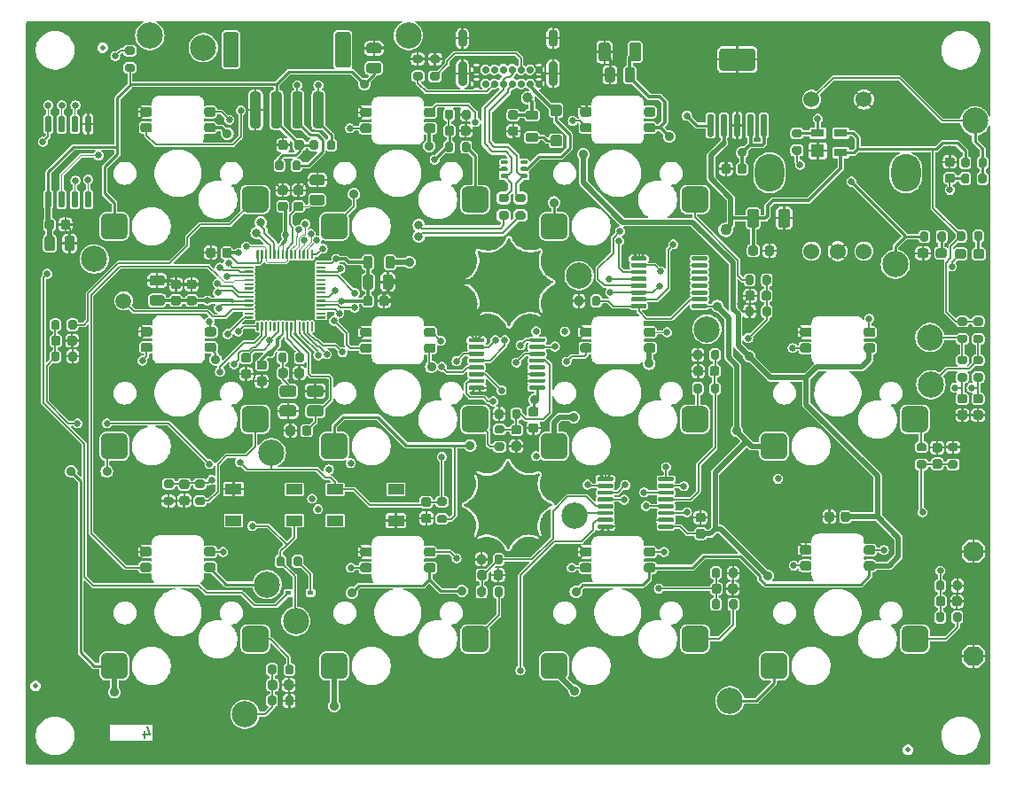
<source format=gbl>
G04 #@! TF.GenerationSoftware,KiCad,Pcbnew,8.0.7*
G04 #@! TF.CreationDate,2025-01-08T02:37:30+02:00*
G04 #@! TF.ProjectId,000018 PGKB,30303030-3138-4205-9047-4b422e6b6963,3.0*
G04 #@! TF.SameCoordinates,Original*
G04 #@! TF.FileFunction,Copper,L4,Bot*
G04 #@! TF.FilePolarity,Positive*
%FSLAX46Y46*%
G04 Gerber Fmt 4.6, Leading zero omitted, Abs format (unit mm)*
G04 Created by KiCad (PCBNEW 8.0.7) date 2025-01-08 02:37:30*
%MOMM*%
%LPD*%
G01*
G04 APERTURE LIST*
%ADD10C,0.150000*%
G04 #@! TA.AperFunction,NonConductor*
%ADD11C,0.150000*%
G04 #@! TD*
G04 #@! TA.AperFunction,ComponentPad*
%ADD12C,1.000000*%
G04 #@! TD*
G04 #@! TA.AperFunction,ComponentPad*
%ADD13O,2.800000X3.600000*%
G04 #@! TD*
G04 #@! TA.AperFunction,ComponentPad*
%ADD14C,1.524000*%
G04 #@! TD*
G04 #@! TA.AperFunction,TestPad*
%ADD15C,2.500000*%
G04 #@! TD*
G04 #@! TA.AperFunction,FiducialPad,Global*
%ADD16C,0.500000*%
G04 #@! TD*
G04 #@! TA.AperFunction,ComponentPad*
%ADD17C,0.700000*%
G04 #@! TD*
G04 #@! TA.AperFunction,ComponentPad*
%ADD18O,0.900000X1.700000*%
G04 #@! TD*
G04 #@! TA.AperFunction,ComponentPad*
%ADD19O,0.900000X2.400000*%
G04 #@! TD*
G04 #@! TA.AperFunction,SMDPad,CuDef*
%ADD20R,0.600000X0.450000*%
G04 #@! TD*
G04 #@! TA.AperFunction,SMDPad,CuDef*
%ADD21R,1.300000X1.200000*%
G04 #@! TD*
G04 #@! TA.AperFunction,SMDPad,CuDef*
%ADD22R,1.300000X0.800000*%
G04 #@! TD*
G04 #@! TA.AperFunction,TestPad*
%ADD23C,1.500000*%
G04 #@! TD*
G04 #@! TA.AperFunction,SMDPad,CuDef*
%ADD24R,1.550000X1.000000*%
G04 #@! TD*
G04 #@! TA.AperFunction,HeatsinkPad*
%ADD25R,3.200000X3.200000*%
G04 #@! TD*
G04 #@! TA.AperFunction,ViaPad*
%ADD26C,0.900000*%
G04 #@! TD*
G04 #@! TA.AperFunction,ViaPad*
%ADD27C,1.000000*%
G04 #@! TD*
G04 #@! TA.AperFunction,ViaPad*
%ADD28C,0.650000*%
G04 #@! TD*
G04 #@! TA.AperFunction,ViaPad*
%ADD29C,1.100000*%
G04 #@! TD*
G04 #@! TA.AperFunction,ViaPad*
%ADD30C,0.800000*%
G04 #@! TD*
G04 #@! TA.AperFunction,Conductor*
%ADD31C,0.300000*%
G04 #@! TD*
G04 #@! TA.AperFunction,Conductor*
%ADD32C,0.500000*%
G04 #@! TD*
G04 #@! TA.AperFunction,Conductor*
%ADD33C,0.150000*%
G04 #@! TD*
G04 #@! TA.AperFunction,Conductor*
%ADD34C,0.250000*%
G04 #@! TD*
G04 #@! TA.AperFunction,Conductor*
%ADD35C,0.100000*%
G04 #@! TD*
G04 #@! TA.AperFunction,Conductor*
%ADD36C,0.200000*%
G04 #@! TD*
G04 APERTURE END LIST*
D10*
D11*
X54709523Y-171788152D02*
X54709523Y-172454819D01*
X54947618Y-171407200D02*
X55185713Y-172121485D01*
X55185713Y-172121485D02*
X54566666Y-172121485D01*
D12*
G04 #@! TO.P,H5,1*
G04 #@! TO.N,GND*
X87100000Y-150200000D03*
X87800000Y-148600000D03*
X87800000Y-151800000D03*
X89400000Y-147900000D03*
G04 #@! TA.AperFunction,ComponentPad*
G36*
X89423315Y-146005110D02*
G01*
X89434400Y-146006103D01*
X89446809Y-146014832D01*
X89459378Y-146020032D01*
X89465454Y-146027946D01*
X89476740Y-146035883D01*
X89484653Y-146052949D01*
X89490904Y-146061088D01*
X89490905Y-146061087D01*
X89544106Y-146189397D01*
X89583309Y-146257244D01*
X89872711Y-146670676D01*
X90048797Y-146846634D01*
X90269254Y-147015671D01*
X90509889Y-147154487D01*
X90766584Y-147260706D01*
X91034948Y-147332511D01*
X91310388Y-147368672D01*
X91588192Y-147368573D01*
X91863606Y-147332213D01*
X92131918Y-147260216D01*
X92260227Y-147207015D01*
X92260228Y-147207016D01*
X92280241Y-147204374D01*
X92327682Y-147187032D01*
X92378672Y-147195949D01*
X92418372Y-147229167D01*
X92436144Y-147277784D01*
X92427227Y-147328774D01*
X92427227Y-147328775D01*
X92372615Y-147446171D01*
X92294195Y-147692966D01*
X92247734Y-147947719D01*
X92233985Y-148206308D01*
X92253169Y-148464551D01*
X92304976Y-148718270D01*
X92388569Y-148963361D01*
X92502594Y-149195860D01*
X92645208Y-149412005D01*
X92814104Y-149608300D01*
X93006549Y-149781570D01*
X93219431Y-149929011D01*
X93449305Y-150048239D01*
X93570900Y-150092724D01*
X93570900Y-150092725D01*
X93613239Y-150122506D01*
X93635016Y-150169466D01*
X93630394Y-150221023D01*
X93600613Y-150263362D01*
X93553653Y-150285139D01*
X93547175Y-150284558D01*
X93538912Y-150290904D01*
X93538913Y-150290905D01*
X93410603Y-150344106D01*
X93342756Y-150383309D01*
X92929324Y-150672711D01*
X92753366Y-150848797D01*
X92584329Y-151069254D01*
X92445513Y-151309889D01*
X92339294Y-151566584D01*
X92267489Y-151834948D01*
X92231328Y-152110388D01*
X92231427Y-152388192D01*
X92267787Y-152663606D01*
X92339784Y-152931918D01*
X92392985Y-153060227D01*
X92392984Y-153060228D01*
X92395608Y-153080103D01*
X92412986Y-153127643D01*
X92404069Y-153178633D01*
X92370851Y-153218333D01*
X92322234Y-153236105D01*
X92271244Y-153227188D01*
X92271244Y-153227187D01*
X92153846Y-153172575D01*
X91907048Y-153094154D01*
X91652291Y-153047693D01*
X91393699Y-153033945D01*
X91135452Y-153053131D01*
X90881730Y-153104940D01*
X90636636Y-153188536D01*
X90404136Y-153302566D01*
X90187989Y-153445184D01*
X89991694Y-153614085D01*
X89818425Y-153806535D01*
X89670985Y-154019421D01*
X89551759Y-154249301D01*
X89507276Y-154370899D01*
X89507276Y-154370898D01*
X89477496Y-154413238D01*
X89430536Y-154435015D01*
X89378979Y-154430395D01*
X89336639Y-154400615D01*
X89314862Y-154353655D01*
X89315443Y-154347174D01*
X89309097Y-154338911D01*
X89309096Y-154338912D01*
X89255894Y-154210602D01*
X89216696Y-154142763D01*
X88927284Y-153729317D01*
X88751204Y-153553364D01*
X88530746Y-153384327D01*
X88290111Y-153245512D01*
X88033416Y-153139293D01*
X87765052Y-153067488D01*
X87489612Y-153031326D01*
X87211808Y-153031426D01*
X86936394Y-153067786D01*
X86668082Y-153139783D01*
X86539773Y-153192984D01*
X86519737Y-153195629D01*
X86508855Y-153199607D01*
X86500575Y-153198158D01*
X86488454Y-153199759D01*
X86472885Y-153193316D01*
X86457865Y-153190690D01*
X86449381Y-153183590D01*
X86440623Y-153179967D01*
X86432667Y-153169606D01*
X86418165Y-153157472D01*
X86413455Y-153144587D01*
X86409097Y-153138912D01*
X86407807Y-153129134D01*
X86400393Y-153108855D01*
X86403092Y-153093423D01*
X86402322Y-153087593D01*
X86405421Y-153080103D01*
X86409310Y-153057865D01*
X86409311Y-153057865D01*
X86463923Y-152940467D01*
X86542344Y-152693669D01*
X86588805Y-152438912D01*
X86602553Y-152180320D01*
X86583367Y-151922073D01*
X86531558Y-151668351D01*
X86447962Y-151423257D01*
X86333932Y-151190757D01*
X86191314Y-150974610D01*
X86022413Y-150778315D01*
X85829963Y-150605046D01*
X85617077Y-150457606D01*
X85387197Y-150338380D01*
X85265599Y-150293897D01*
X85265600Y-150293897D01*
X85253182Y-150285162D01*
X85239152Y-150279357D01*
X85232370Y-150270524D01*
X85223260Y-150264117D01*
X85216873Y-150250342D01*
X85207626Y-150238301D01*
X85206169Y-150227260D01*
X85201483Y-150217157D01*
X85202839Y-150202034D01*
X85200851Y-150186983D01*
X85205109Y-150176693D01*
X85206103Y-150165600D01*
X85214838Y-150153182D01*
X85220643Y-150139152D01*
X85229476Y-150132370D01*
X85235883Y-150123260D01*
X85249658Y-150116873D01*
X85261699Y-150107626D01*
X85261698Y-150107625D01*
X85390008Y-150054423D01*
X85466392Y-150010287D01*
X85867821Y-149729287D01*
X86047246Y-149549733D01*
X86216283Y-149329275D01*
X86355098Y-149088640D01*
X86461317Y-148831945D01*
X86533122Y-148563581D01*
X86569284Y-148288141D01*
X86569184Y-148010337D01*
X86532824Y-147734923D01*
X86460827Y-147466611D01*
X86407626Y-147338302D01*
X86405630Y-147323181D01*
X86400393Y-147308855D01*
X86402300Y-147297954D01*
X86400851Y-147286983D01*
X86406683Y-147272891D01*
X86409310Y-147257865D01*
X86416412Y-147249378D01*
X86420643Y-147239152D01*
X86432741Y-147229863D01*
X86442528Y-147218165D01*
X86452922Y-147214366D01*
X86461698Y-147207626D01*
X86476820Y-147205630D01*
X86491145Y-147200393D01*
X86502047Y-147202300D01*
X86513017Y-147200851D01*
X86527110Y-147206683D01*
X86542135Y-147209310D01*
X86542135Y-147209311D01*
X86659533Y-147263923D01*
X86906331Y-147342344D01*
X87161088Y-147388805D01*
X87419680Y-147402553D01*
X87677927Y-147383367D01*
X87931649Y-147331558D01*
X88176743Y-147247962D01*
X88409243Y-147133932D01*
X88625390Y-146991314D01*
X88821685Y-146822413D01*
X88994954Y-146629963D01*
X89142394Y-146417077D01*
X89261620Y-146187197D01*
X89306103Y-146065599D01*
X89306103Y-146065600D01*
X89310654Y-146059131D01*
X89319173Y-146038541D01*
X89332137Y-146028587D01*
X89335883Y-146023260D01*
X89343938Y-146019525D01*
X89360229Y-146007015D01*
X89375167Y-146005043D01*
X89382843Y-146001483D01*
X89394333Y-146002513D01*
X89411547Y-146000240D01*
X89423315Y-146005110D01*
G37*
G04 #@! TD.AperFunction*
X89400000Y-152500000D03*
X90900000Y-151900000D03*
X91000000Y-148600000D03*
X91700000Y-150200000D03*
G04 #@! TD*
G04 #@! TO.P,S3,1,1*
G04 #@! TO.N,+3V3*
G04 #@! TA.AperFunction,SMDPad,CuDef*
G36*
G01*
X95085000Y-164830000D02*
X95085000Y-166330000D01*
G75*
G02*
X94585000Y-166830000I-500000J0D01*
G01*
X93035000Y-166830000D01*
G75*
G02*
X92535000Y-166330000I0J500000D01*
G01*
X92535000Y-164830000D01*
G75*
G02*
X93035000Y-164330000I500000J0D01*
G01*
X94585000Y-164330000D01*
G75*
G02*
X95085000Y-164830000I0J-500000D01*
G01*
G37*
G04 #@! TD.AperFunction*
G04 #@! TO.P,S3,2,2*
G04 #@! TO.N,Net-(R7-Pad1)*
G04 #@! TA.AperFunction,SMDPad,CuDef*
G36*
G01*
X105985000Y-163750000D02*
X105985000Y-162250000D01*
G75*
G02*
X106485000Y-161750000I500000J0D01*
G01*
X108035000Y-161750000D01*
G75*
G02*
X108535000Y-162250000I0J-500000D01*
G01*
X108535000Y-163750000D01*
G75*
G02*
X108035000Y-164250000I-500000J0D01*
G01*
X106485000Y-164250000D01*
G75*
G02*
X105985000Y-163750000I0J500000D01*
G01*
G37*
G04 #@! TD.AperFunction*
G04 #@! TD*
G04 #@! TO.P,H6,1*
G04 #@! TO.N,GND*
X87200000Y-128900000D03*
X87900000Y-127300000D03*
X87900000Y-130500000D03*
X89500000Y-126600000D03*
G04 #@! TA.AperFunction,ComponentPad*
G36*
X89523315Y-124705110D02*
G01*
X89534400Y-124706103D01*
X89546809Y-124714832D01*
X89559378Y-124720032D01*
X89565454Y-124727946D01*
X89576740Y-124735883D01*
X89584653Y-124752949D01*
X89590904Y-124761088D01*
X89590905Y-124761087D01*
X89644106Y-124889397D01*
X89683309Y-124957244D01*
X89972711Y-125370676D01*
X90148797Y-125546634D01*
X90369254Y-125715671D01*
X90609889Y-125854487D01*
X90866584Y-125960706D01*
X91134948Y-126032511D01*
X91410388Y-126068672D01*
X91688192Y-126068573D01*
X91963606Y-126032213D01*
X92231918Y-125960216D01*
X92360227Y-125907015D01*
X92360228Y-125907016D01*
X92380241Y-125904374D01*
X92427682Y-125887032D01*
X92478672Y-125895949D01*
X92518372Y-125929167D01*
X92536144Y-125977784D01*
X92527227Y-126028774D01*
X92527227Y-126028775D01*
X92472615Y-126146171D01*
X92394195Y-126392966D01*
X92347734Y-126647719D01*
X92333985Y-126906308D01*
X92353169Y-127164551D01*
X92404976Y-127418270D01*
X92488569Y-127663361D01*
X92602594Y-127895860D01*
X92745208Y-128112005D01*
X92914104Y-128308300D01*
X93106549Y-128481570D01*
X93319431Y-128629011D01*
X93549305Y-128748239D01*
X93670900Y-128792724D01*
X93670900Y-128792725D01*
X93713239Y-128822506D01*
X93735016Y-128869466D01*
X93730394Y-128921023D01*
X93700613Y-128963362D01*
X93653653Y-128985139D01*
X93647175Y-128984558D01*
X93638912Y-128990904D01*
X93638913Y-128990905D01*
X93510603Y-129044106D01*
X93442756Y-129083309D01*
X93029324Y-129372711D01*
X92853366Y-129548797D01*
X92684329Y-129769254D01*
X92545513Y-130009889D01*
X92439294Y-130266584D01*
X92367489Y-130534948D01*
X92331328Y-130810388D01*
X92331427Y-131088192D01*
X92367787Y-131363606D01*
X92439784Y-131631918D01*
X92492985Y-131760227D01*
X92492984Y-131760228D01*
X92495608Y-131780103D01*
X92512986Y-131827643D01*
X92504069Y-131878633D01*
X92470851Y-131918333D01*
X92422234Y-131936105D01*
X92371244Y-131927188D01*
X92371244Y-131927187D01*
X92253846Y-131872575D01*
X92007048Y-131794154D01*
X91752291Y-131747693D01*
X91493699Y-131733945D01*
X91235452Y-131753131D01*
X90981730Y-131804940D01*
X90736636Y-131888536D01*
X90504136Y-132002566D01*
X90287989Y-132145184D01*
X90091694Y-132314085D01*
X89918425Y-132506535D01*
X89770985Y-132719421D01*
X89651759Y-132949301D01*
X89607276Y-133070899D01*
X89607276Y-133070898D01*
X89577496Y-133113238D01*
X89530536Y-133135015D01*
X89478979Y-133130395D01*
X89436639Y-133100615D01*
X89414862Y-133053655D01*
X89415443Y-133047174D01*
X89409097Y-133038911D01*
X89409096Y-133038912D01*
X89355894Y-132910602D01*
X89316696Y-132842763D01*
X89027284Y-132429317D01*
X88851204Y-132253364D01*
X88630746Y-132084327D01*
X88390111Y-131945512D01*
X88133416Y-131839293D01*
X87865052Y-131767488D01*
X87589612Y-131731326D01*
X87311808Y-131731426D01*
X87036394Y-131767786D01*
X86768082Y-131839783D01*
X86639773Y-131892984D01*
X86619737Y-131895629D01*
X86608855Y-131899607D01*
X86600575Y-131898158D01*
X86588454Y-131899759D01*
X86572885Y-131893316D01*
X86557865Y-131890690D01*
X86549381Y-131883590D01*
X86540623Y-131879967D01*
X86532667Y-131869606D01*
X86518165Y-131857472D01*
X86513455Y-131844587D01*
X86509097Y-131838912D01*
X86507807Y-131829134D01*
X86500393Y-131808855D01*
X86503092Y-131793423D01*
X86502322Y-131787593D01*
X86505421Y-131780103D01*
X86509310Y-131757865D01*
X86509311Y-131757865D01*
X86563923Y-131640467D01*
X86642344Y-131393669D01*
X86688805Y-131138912D01*
X86702553Y-130880320D01*
X86683367Y-130622073D01*
X86631558Y-130368351D01*
X86547962Y-130123257D01*
X86433932Y-129890757D01*
X86291314Y-129674610D01*
X86122413Y-129478315D01*
X85929963Y-129305046D01*
X85717077Y-129157606D01*
X85487197Y-129038380D01*
X85365599Y-128993897D01*
X85365600Y-128993897D01*
X85353182Y-128985162D01*
X85339152Y-128979357D01*
X85332370Y-128970524D01*
X85323260Y-128964117D01*
X85316873Y-128950342D01*
X85307626Y-128938301D01*
X85306169Y-128927260D01*
X85301483Y-128917157D01*
X85302839Y-128902034D01*
X85300851Y-128886983D01*
X85305109Y-128876693D01*
X85306103Y-128865600D01*
X85314838Y-128853182D01*
X85320643Y-128839152D01*
X85329476Y-128832370D01*
X85335883Y-128823260D01*
X85349658Y-128816873D01*
X85361699Y-128807626D01*
X85361698Y-128807625D01*
X85490008Y-128754423D01*
X85566392Y-128710287D01*
X85967821Y-128429287D01*
X86147246Y-128249733D01*
X86316283Y-128029275D01*
X86455098Y-127788640D01*
X86561317Y-127531945D01*
X86633122Y-127263581D01*
X86669284Y-126988141D01*
X86669184Y-126710337D01*
X86632824Y-126434923D01*
X86560827Y-126166611D01*
X86507626Y-126038302D01*
X86505630Y-126023181D01*
X86500393Y-126008855D01*
X86502300Y-125997954D01*
X86500851Y-125986983D01*
X86506683Y-125972891D01*
X86509310Y-125957865D01*
X86516412Y-125949378D01*
X86520643Y-125939152D01*
X86532741Y-125929863D01*
X86542528Y-125918165D01*
X86552922Y-125914366D01*
X86561698Y-125907626D01*
X86576820Y-125905630D01*
X86591145Y-125900393D01*
X86602047Y-125902300D01*
X86613017Y-125900851D01*
X86627110Y-125906683D01*
X86642135Y-125909310D01*
X86642135Y-125909311D01*
X86759533Y-125963923D01*
X87006331Y-126042344D01*
X87261088Y-126088805D01*
X87519680Y-126102553D01*
X87777927Y-126083367D01*
X88031649Y-126031558D01*
X88276743Y-125947962D01*
X88509243Y-125833932D01*
X88725390Y-125691314D01*
X88921685Y-125522413D01*
X89094954Y-125329963D01*
X89242394Y-125117077D01*
X89361620Y-124887197D01*
X89406103Y-124765599D01*
X89406103Y-124765600D01*
X89410654Y-124759131D01*
X89419173Y-124738541D01*
X89432137Y-124728587D01*
X89435883Y-124723260D01*
X89443938Y-124719525D01*
X89460229Y-124707015D01*
X89475167Y-124705043D01*
X89482843Y-124701483D01*
X89494333Y-124702513D01*
X89511547Y-124700240D01*
X89523315Y-124705110D01*
G37*
G04 #@! TD.AperFunction*
X89500000Y-131200000D03*
X91000000Y-130600000D03*
X91100000Y-127300000D03*
X91800000Y-128900000D03*
G04 #@! TD*
G04 #@! TO.P,S7,1,1*
G04 #@! TO.N,+3V3*
G04 #@! TA.AperFunction,SMDPad,CuDef*
G36*
G01*
X95085000Y-143830000D02*
X95085000Y-145330000D01*
G75*
G02*
X94585000Y-145830000I-500000J0D01*
G01*
X93035000Y-145830000D01*
G75*
G02*
X92535000Y-145330000I0J500000D01*
G01*
X92535000Y-143830000D01*
G75*
G02*
X93035000Y-143330000I500000J0D01*
G01*
X94585000Y-143330000D01*
G75*
G02*
X95085000Y-143830000I0J-500000D01*
G01*
G37*
G04 #@! TD.AperFunction*
G04 #@! TO.P,S7,2,2*
G04 #@! TO.N,Net-(R11-Pad1)*
G04 #@! TA.AperFunction,SMDPad,CuDef*
G36*
G01*
X105985000Y-142750000D02*
X105985000Y-141250000D01*
G75*
G02*
X106485000Y-140750000I500000J0D01*
G01*
X108035000Y-140750000D01*
G75*
G02*
X108535000Y-141250000I0J-500000D01*
G01*
X108535000Y-142750000D01*
G75*
G02*
X108035000Y-143250000I-500000J0D01*
G01*
X106485000Y-143250000D01*
G75*
G02*
X105985000Y-142750000I0J500000D01*
G01*
G37*
G04 #@! TD.AperFunction*
G04 #@! TD*
G04 #@! TO.P,S5,1,1*
G04 #@! TO.N,+3V3*
G04 #@! TA.AperFunction,SMDPad,CuDef*
G36*
G01*
X53085000Y-143830000D02*
X53085000Y-145330000D01*
G75*
G02*
X52585000Y-145830000I-500000J0D01*
G01*
X51035000Y-145830000D01*
G75*
G02*
X50535000Y-145330000I0J500000D01*
G01*
X50535000Y-143830000D01*
G75*
G02*
X51035000Y-143330000I500000J0D01*
G01*
X52585000Y-143330000D01*
G75*
G02*
X53085000Y-143830000I0J-500000D01*
G01*
G37*
G04 #@! TD.AperFunction*
G04 #@! TO.P,S5,2,2*
G04 #@! TO.N,Net-(R9-Pad1)*
G04 #@! TA.AperFunction,SMDPad,CuDef*
G36*
G01*
X63985000Y-142750000D02*
X63985000Y-141250000D01*
G75*
G02*
X64485000Y-140750000I500000J0D01*
G01*
X66035000Y-140750000D01*
G75*
G02*
X66535000Y-141250000I0J-500000D01*
G01*
X66535000Y-142750000D01*
G75*
G02*
X66035000Y-143250000I-500000J0D01*
G01*
X64485000Y-143250000D01*
G75*
G02*
X63985000Y-142750000I0J500000D01*
G01*
G37*
G04 #@! TD.AperFunction*
G04 #@! TD*
G04 #@! TO.P,S1,1,1*
G04 #@! TO.N,+3V3*
G04 #@! TA.AperFunction,SMDPad,CuDef*
G36*
G01*
X53085000Y-164830000D02*
X53085000Y-166330000D01*
G75*
G02*
X52585000Y-166830000I-500000J0D01*
G01*
X51035000Y-166830000D01*
G75*
G02*
X50535000Y-166330000I0J500000D01*
G01*
X50535000Y-164830000D01*
G75*
G02*
X51035000Y-164330000I500000J0D01*
G01*
X52585000Y-164330000D01*
G75*
G02*
X53085000Y-164830000I0J-500000D01*
G01*
G37*
G04 #@! TD.AperFunction*
G04 #@! TO.P,S1,2,2*
G04 #@! TO.N,Net-(R5-Pad1)*
G04 #@! TA.AperFunction,SMDPad,CuDef*
G36*
G01*
X63985000Y-163750000D02*
X63985000Y-162250000D01*
G75*
G02*
X64485000Y-161750000I500000J0D01*
G01*
X66035000Y-161750000D01*
G75*
G02*
X66535000Y-162250000I0J-500000D01*
G01*
X66535000Y-163750000D01*
G75*
G02*
X66035000Y-164250000I-500000J0D01*
G01*
X64485000Y-164250000D01*
G75*
G02*
X63985000Y-163750000I0J500000D01*
G01*
G37*
G04 #@! TD.AperFunction*
G04 #@! TD*
G04 #@! TO.P,S10,1,1*
G04 #@! TO.N,+3V3*
G04 #@! TA.AperFunction,SMDPad,CuDef*
G36*
G01*
X74085000Y-122830000D02*
X74085000Y-124330000D01*
G75*
G02*
X73585000Y-124830000I-500000J0D01*
G01*
X72035000Y-124830000D01*
G75*
G02*
X71535000Y-124330000I0J500000D01*
G01*
X71535000Y-122830000D01*
G75*
G02*
X72035000Y-122330000I500000J0D01*
G01*
X73585000Y-122330000D01*
G75*
G02*
X74085000Y-122830000I0J-500000D01*
G01*
G37*
G04 #@! TD.AperFunction*
G04 #@! TO.P,S10,2,2*
G04 #@! TO.N,Net-(R14-Pad1)*
G04 #@! TA.AperFunction,SMDPad,CuDef*
G36*
G01*
X84985000Y-121750000D02*
X84985000Y-120250000D01*
G75*
G02*
X85485000Y-119750000I500000J0D01*
G01*
X87035000Y-119750000D01*
G75*
G02*
X87535000Y-120250000I0J-500000D01*
G01*
X87535000Y-121750000D01*
G75*
G02*
X87035000Y-122250000I-500000J0D01*
G01*
X85485000Y-122250000D01*
G75*
G02*
X84985000Y-121750000I0J500000D01*
G01*
G37*
G04 #@! TD.AperFunction*
G04 #@! TD*
G04 #@! TO.P,S4,1,1*
G04 #@! TO.N,+3V3*
G04 #@! TA.AperFunction,SMDPad,CuDef*
G36*
G01*
X116085000Y-164830000D02*
X116085000Y-166330000D01*
G75*
G02*
X115585000Y-166830000I-500000J0D01*
G01*
X114035000Y-166830000D01*
G75*
G02*
X113535000Y-166330000I0J500000D01*
G01*
X113535000Y-164830000D01*
G75*
G02*
X114035000Y-164330000I500000J0D01*
G01*
X115585000Y-164330000D01*
G75*
G02*
X116085000Y-164830000I0J-500000D01*
G01*
G37*
G04 #@! TD.AperFunction*
G04 #@! TO.P,S4,2,2*
G04 #@! TO.N,Net-(R8-Pad1)*
G04 #@! TA.AperFunction,SMDPad,CuDef*
G36*
G01*
X126985000Y-163750000D02*
X126985000Y-162250000D01*
G75*
G02*
X127485000Y-161750000I500000J0D01*
G01*
X129035000Y-161750000D01*
G75*
G02*
X129535000Y-162250000I0J-500000D01*
G01*
X129535000Y-163750000D01*
G75*
G02*
X129035000Y-164250000I-500000J0D01*
G01*
X127485000Y-164250000D01*
G75*
G02*
X126985000Y-163750000I0J500000D01*
G01*
G37*
G04 #@! TD.AperFunction*
G04 #@! TD*
G04 #@! TO.P,S11,1,1*
G04 #@! TO.N,+3V3*
G04 #@! TA.AperFunction,SMDPad,CuDef*
G36*
G01*
X95085000Y-122830000D02*
X95085000Y-124330000D01*
G75*
G02*
X94585000Y-124830000I-500000J0D01*
G01*
X93035000Y-124830000D01*
G75*
G02*
X92535000Y-124330000I0J500000D01*
G01*
X92535000Y-122830000D01*
G75*
G02*
X93035000Y-122330000I500000J0D01*
G01*
X94585000Y-122330000D01*
G75*
G02*
X95085000Y-122830000I0J-500000D01*
G01*
G37*
G04 #@! TD.AperFunction*
G04 #@! TO.P,S11,2,2*
G04 #@! TO.N,Net-(R28-Pad1)*
G04 #@! TA.AperFunction,SMDPad,CuDef*
G36*
G01*
X105985000Y-121750000D02*
X105985000Y-120250000D01*
G75*
G02*
X106485000Y-119750000I500000J0D01*
G01*
X108035000Y-119750000D01*
G75*
G02*
X108535000Y-120250000I0J-500000D01*
G01*
X108535000Y-121750000D01*
G75*
G02*
X108035000Y-122250000I-500000J0D01*
G01*
X106485000Y-122250000D01*
G75*
G02*
X105985000Y-121750000I0J500000D01*
G01*
G37*
G04 #@! TD.AperFunction*
G04 #@! TD*
G04 #@! TO.P,S6,1,1*
G04 #@! TO.N,+3V3*
G04 #@! TA.AperFunction,SMDPad,CuDef*
G36*
G01*
X74085000Y-143830000D02*
X74085000Y-145330000D01*
G75*
G02*
X73585000Y-145830000I-500000J0D01*
G01*
X72035000Y-145830000D01*
G75*
G02*
X71535000Y-145330000I0J500000D01*
G01*
X71535000Y-143830000D01*
G75*
G02*
X72035000Y-143330000I500000J0D01*
G01*
X73585000Y-143330000D01*
G75*
G02*
X74085000Y-143830000I0J-500000D01*
G01*
G37*
G04 #@! TD.AperFunction*
G04 #@! TO.P,S6,2,2*
G04 #@! TO.N,Net-(R10-Pad1)*
G04 #@! TA.AperFunction,SMDPad,CuDef*
G36*
G01*
X84985000Y-142750000D02*
X84985000Y-141250000D01*
G75*
G02*
X85485000Y-140750000I500000J0D01*
G01*
X87035000Y-140750000D01*
G75*
G02*
X87535000Y-141250000I0J-500000D01*
G01*
X87535000Y-142750000D01*
G75*
G02*
X87035000Y-143250000I-500000J0D01*
G01*
X85485000Y-143250000D01*
G75*
G02*
X84985000Y-142750000I0J500000D01*
G01*
G37*
G04 #@! TD.AperFunction*
G04 #@! TD*
G04 #@! TO.P,S8,1,1*
G04 #@! TO.N,+3V3*
G04 #@! TA.AperFunction,SMDPad,CuDef*
G36*
G01*
X116085000Y-143830000D02*
X116085000Y-145330000D01*
G75*
G02*
X115585000Y-145830000I-500000J0D01*
G01*
X114035000Y-145830000D01*
G75*
G02*
X113535000Y-145330000I0J500000D01*
G01*
X113535000Y-143830000D01*
G75*
G02*
X114035000Y-143330000I500000J0D01*
G01*
X115585000Y-143330000D01*
G75*
G02*
X116085000Y-143830000I0J-500000D01*
G01*
G37*
G04 #@! TD.AperFunction*
G04 #@! TO.P,S8,2,2*
G04 #@! TO.N,Net-(R12-Pad1)*
G04 #@! TA.AperFunction,SMDPad,CuDef*
G36*
G01*
X126985000Y-142750000D02*
X126985000Y-141250000D01*
G75*
G02*
X127485000Y-140750000I500000J0D01*
G01*
X129035000Y-140750000D01*
G75*
G02*
X129535000Y-141250000I0J-500000D01*
G01*
X129535000Y-142750000D01*
G75*
G02*
X129035000Y-143250000I-500000J0D01*
G01*
X127485000Y-143250000D01*
G75*
G02*
X126985000Y-142750000I0J500000D01*
G01*
G37*
G04 #@! TD.AperFunction*
G04 #@! TD*
G04 #@! TA.AperFunction,ComponentPad*
G04 #@! TO.P,J3,1,Pin_1*
G04 #@! TO.N,GND*
G36*
X133400000Y-165550000D02*
G01*
X132950000Y-165100000D01*
X132950000Y-164200000D01*
X133400000Y-163750000D01*
X134300000Y-163750000D01*
X134750000Y-164200000D01*
X134750000Y-165100000D01*
X134300000Y-165550000D01*
X133400000Y-165550000D01*
G37*
G04 #@! TD.AperFunction*
G04 #@! TA.AperFunction,ComponentPad*
G04 #@! TO.P,J3,2,Pin_1*
G36*
X133400000Y-155550000D02*
G01*
X132950000Y-155100000D01*
X132950000Y-154200000D01*
X133400000Y-153750000D01*
X134300000Y-153750000D01*
X134750000Y-154200000D01*
X134750000Y-155100000D01*
X134300000Y-155550000D01*
X133400000Y-155550000D01*
G37*
G04 #@! TD.AperFunction*
G04 #@! TD*
G04 #@! TO.P,S2,1,1*
G04 #@! TO.N,+3V3*
G04 #@! TA.AperFunction,SMDPad,CuDef*
G36*
G01*
X74085000Y-164830000D02*
X74085000Y-166330000D01*
G75*
G02*
X73585000Y-166830000I-500000J0D01*
G01*
X72035000Y-166830000D01*
G75*
G02*
X71535000Y-166330000I0J500000D01*
G01*
X71535000Y-164830000D01*
G75*
G02*
X72035000Y-164330000I500000J0D01*
G01*
X73585000Y-164330000D01*
G75*
G02*
X74085000Y-164830000I0J-500000D01*
G01*
G37*
G04 #@! TD.AperFunction*
G04 #@! TO.P,S2,2,2*
G04 #@! TO.N,Net-(R6-Pad1)*
G04 #@! TA.AperFunction,SMDPad,CuDef*
G36*
G01*
X84985000Y-163750000D02*
X84985000Y-162250000D01*
G75*
G02*
X85485000Y-161750000I500000J0D01*
G01*
X87035000Y-161750000D01*
G75*
G02*
X87535000Y-162250000I0J-500000D01*
G01*
X87535000Y-163750000D01*
G75*
G02*
X87035000Y-164250000I-500000J0D01*
G01*
X85485000Y-164250000D01*
G75*
G02*
X84985000Y-163750000I0J500000D01*
G01*
G37*
G04 #@! TD.AperFunction*
G04 #@! TD*
G04 #@! TO.P,S9,1,1*
G04 #@! TO.N,+3V3*
G04 #@! TA.AperFunction,SMDPad,CuDef*
G36*
G01*
X53085000Y-122830000D02*
X53085000Y-124330000D01*
G75*
G02*
X52585000Y-124830000I-500000J0D01*
G01*
X51035000Y-124830000D01*
G75*
G02*
X50535000Y-124330000I0J500000D01*
G01*
X50535000Y-122830000D01*
G75*
G02*
X51035000Y-122330000I500000J0D01*
G01*
X52585000Y-122330000D01*
G75*
G02*
X53085000Y-122830000I0J-500000D01*
G01*
G37*
G04 #@! TD.AperFunction*
G04 #@! TO.P,S9,2,2*
G04 #@! TO.N,Net-(R13-Pad1)*
G04 #@! TA.AperFunction,SMDPad,CuDef*
G36*
G01*
X63985000Y-121750000D02*
X63985000Y-120250000D01*
G75*
G02*
X64485000Y-119750000I500000J0D01*
G01*
X66035000Y-119750000D01*
G75*
G02*
X66535000Y-120250000I0J-500000D01*
G01*
X66535000Y-121750000D01*
G75*
G02*
X66035000Y-122250000I-500000J0D01*
G01*
X64485000Y-122250000D01*
G75*
G02*
X63985000Y-121750000I0J500000D01*
G01*
G37*
G04 #@! TD.AperFunction*
G04 #@! TD*
D13*
G04 #@! TO.P,S20,*
G04 #@! TO.N,*
X114400000Y-118450000D03*
X127400000Y-118450000D03*
D14*
G04 #@! TO.P,S20,A,A*
G04 #@! TO.N,Net-(R15-Pad2)*
X118400000Y-125950000D03*
G04 #@! TO.P,S20,B,B*
G04 #@! TO.N,Net-(R17-Pad2)*
X123400000Y-125950000D03*
G04 #@! TO.P,S20,C,C*
G04 #@! TO.N,GND*
X120900000Y-125950000D03*
G04 #@! TO.P,S20,S1,S1*
G04 #@! TO.N,Net-(R16-Pad2)*
X118400000Y-111450000D03*
G04 #@! TO.P,S20,S2,S2*
G04 #@! TO.N,GND*
X123400000Y-111450000D03*
G04 #@! TD*
G04 #@! TO.P,C38,1*
G04 #@! TO.N,+3V3*
G04 #@! TA.AperFunction,SMDPad,CuDef*
G36*
G01*
X112375000Y-126150000D02*
X112375000Y-125650000D01*
G75*
G02*
X112600000Y-125425000I225000J0D01*
G01*
X113050000Y-125425000D01*
G75*
G02*
X113275000Y-125650000I0J-225000D01*
G01*
X113275000Y-126150000D01*
G75*
G02*
X113050000Y-126375000I-225000J0D01*
G01*
X112600000Y-126375000D01*
G75*
G02*
X112375000Y-126150000I0J225000D01*
G01*
G37*
G04 #@! TD.AperFunction*
G04 #@! TO.P,C38,2*
G04 #@! TO.N,GND*
G04 #@! TA.AperFunction,SMDPad,CuDef*
G36*
G01*
X113925000Y-126150000D02*
X113925000Y-125650000D01*
G75*
G02*
X114150000Y-125425000I225000J0D01*
G01*
X114600000Y-125425000D01*
G75*
G02*
X114825000Y-125650000I0J-225000D01*
G01*
X114825000Y-126150000D01*
G75*
G02*
X114600000Y-126375000I-225000J0D01*
G01*
X114150000Y-126375000D01*
G75*
G02*
X113925000Y-126150000I0J225000D01*
G01*
G37*
G04 #@! TD.AperFunction*
G04 #@! TD*
D15*
G04 #@! TO.P,TP1,1,1*
G04 #@! TO.N,Net-(U2-I1)*
X64300000Y-170200000D03*
G04 #@! TD*
G04 #@! TO.P,TP11,1,1*
G04 #@! TO.N,/Main/Connectors/I2C1_SDA*
X60300000Y-106500000D03*
G04 #@! TD*
G04 #@! TO.P,C31,1*
G04 #@! TO.N,/Main/Microcontroller/3V3_MCU*
G04 #@! TA.AperFunction,SMDPad,CuDef*
G36*
G01*
X75575000Y-130950000D02*
X75575000Y-130450000D01*
G75*
G02*
X75800000Y-130225000I225000J0D01*
G01*
X76250000Y-130225000D01*
G75*
G02*
X76475000Y-130450000I0J-225000D01*
G01*
X76475000Y-130950000D01*
G75*
G02*
X76250000Y-131175000I-225000J0D01*
G01*
X75800000Y-131175000D01*
G75*
G02*
X75575000Y-130950000I0J225000D01*
G01*
G37*
G04 #@! TD.AperFunction*
G04 #@! TO.P,C31,2*
G04 #@! TO.N,GND*
G04 #@! TA.AperFunction,SMDPad,CuDef*
G36*
G01*
X77125000Y-130950000D02*
X77125000Y-130450000D01*
G75*
G02*
X77350000Y-130225000I225000J0D01*
G01*
X77800000Y-130225000D01*
G75*
G02*
X78025000Y-130450000I0J-225000D01*
G01*
X78025000Y-130950000D01*
G75*
G02*
X77800000Y-131175000I-225000J0D01*
G01*
X77350000Y-131175000D01*
G75*
G02*
X77125000Y-130950000I0J225000D01*
G01*
G37*
G04 #@! TD.AperFunction*
G04 #@! TD*
G04 #@! TO.P,U2,1,E1*
G04 #@! TO.N,GND*
G04 #@! TA.AperFunction,SMDPad,CuDef*
G36*
G01*
X98050000Y-152075000D02*
X99350000Y-152075000D01*
G75*
G02*
X99450000Y-152175000I0J-100000D01*
G01*
X99450000Y-152375000D01*
G75*
G02*
X99350000Y-152475000I-100000J0D01*
G01*
X98050000Y-152475000D01*
G75*
G02*
X97950000Y-152375000I0J100000D01*
G01*
X97950000Y-152175000D01*
G75*
G02*
X98050000Y-152075000I100000J0D01*
G01*
G37*
G04 #@! TD.AperFunction*
G04 #@! TO.P,U2,2,I1*
G04 #@! TO.N,Net-(U2-I1)*
G04 #@! TA.AperFunction,SMDPad,CuDef*
G36*
G01*
X98050000Y-151425000D02*
X99350000Y-151425000D01*
G75*
G02*
X99450000Y-151525000I0J-100000D01*
G01*
X99450000Y-151725000D01*
G75*
G02*
X99350000Y-151825000I-100000J0D01*
G01*
X98050000Y-151825000D01*
G75*
G02*
X97950000Y-151725000I0J100000D01*
G01*
X97950000Y-151525000D01*
G75*
G02*
X98050000Y-151425000I100000J0D01*
G01*
G37*
G04 #@! TD.AperFunction*
G04 #@! TO.P,U2,3,O1*
G04 #@! TO.N,/Main/Buttons/Button1*
G04 #@! TA.AperFunction,SMDPad,CuDef*
G36*
G01*
X98050000Y-150775000D02*
X99350000Y-150775000D01*
G75*
G02*
X99450000Y-150875000I0J-100000D01*
G01*
X99450000Y-151075000D01*
G75*
G02*
X99350000Y-151175000I-100000J0D01*
G01*
X98050000Y-151175000D01*
G75*
G02*
X97950000Y-151075000I0J100000D01*
G01*
X97950000Y-150875000D01*
G75*
G02*
X98050000Y-150775000I100000J0D01*
G01*
G37*
G04 #@! TD.AperFunction*
G04 #@! TO.P,U2,4,I2*
G04 #@! TO.N,Net-(U2-I2)*
G04 #@! TA.AperFunction,SMDPad,CuDef*
G36*
G01*
X98050000Y-150125000D02*
X99350000Y-150125000D01*
G75*
G02*
X99450000Y-150225000I0J-100000D01*
G01*
X99450000Y-150425000D01*
G75*
G02*
X99350000Y-150525000I-100000J0D01*
G01*
X98050000Y-150525000D01*
G75*
G02*
X97950000Y-150425000I0J100000D01*
G01*
X97950000Y-150225000D01*
G75*
G02*
X98050000Y-150125000I100000J0D01*
G01*
G37*
G04 #@! TD.AperFunction*
G04 #@! TO.P,U2,5,O2*
G04 #@! TO.N,/Main/Buttons/Button2*
G04 #@! TA.AperFunction,SMDPad,CuDef*
G36*
G01*
X98050000Y-149475000D02*
X99350000Y-149475000D01*
G75*
G02*
X99450000Y-149575000I0J-100000D01*
G01*
X99450000Y-149775000D01*
G75*
G02*
X99350000Y-149875000I-100000J0D01*
G01*
X98050000Y-149875000D01*
G75*
G02*
X97950000Y-149775000I0J100000D01*
G01*
X97950000Y-149575000D01*
G75*
G02*
X98050000Y-149475000I100000J0D01*
G01*
G37*
G04 #@! TD.AperFunction*
G04 #@! TO.P,U2,6,I3*
G04 #@! TO.N,Net-(U2-I3)*
G04 #@! TA.AperFunction,SMDPad,CuDef*
G36*
G01*
X98050000Y-148825000D02*
X99350000Y-148825000D01*
G75*
G02*
X99450000Y-148925000I0J-100000D01*
G01*
X99450000Y-149125000D01*
G75*
G02*
X99350000Y-149225000I-100000J0D01*
G01*
X98050000Y-149225000D01*
G75*
G02*
X97950000Y-149125000I0J100000D01*
G01*
X97950000Y-148925000D01*
G75*
G02*
X98050000Y-148825000I100000J0D01*
G01*
G37*
G04 #@! TD.AperFunction*
G04 #@! TO.P,U2,7,O3*
G04 #@! TO.N,/Main/Buttons/Button3*
G04 #@! TA.AperFunction,SMDPad,CuDef*
G36*
G01*
X98050000Y-148175000D02*
X99350000Y-148175000D01*
G75*
G02*
X99450000Y-148275000I0J-100000D01*
G01*
X99450000Y-148475000D01*
G75*
G02*
X99350000Y-148575000I-100000J0D01*
G01*
X98050000Y-148575000D01*
G75*
G02*
X97950000Y-148475000I0J100000D01*
G01*
X97950000Y-148275000D01*
G75*
G02*
X98050000Y-148175000I100000J0D01*
G01*
G37*
G04 #@! TD.AperFunction*
G04 #@! TO.P,U2,8,GND*
G04 #@! TO.N,GND*
G04 #@! TA.AperFunction,SMDPad,CuDef*
G36*
G01*
X98050000Y-147525000D02*
X99350000Y-147525000D01*
G75*
G02*
X99450000Y-147625000I0J-100000D01*
G01*
X99450000Y-147825000D01*
G75*
G02*
X99350000Y-147925000I-100000J0D01*
G01*
X98050000Y-147925000D01*
G75*
G02*
X97950000Y-147825000I0J100000D01*
G01*
X97950000Y-147625000D01*
G75*
G02*
X98050000Y-147525000I100000J0D01*
G01*
G37*
G04 #@! TD.AperFunction*
G04 #@! TO.P,U2,9,O4*
G04 #@! TO.N,/Main/Buttons/Button4*
G04 #@! TA.AperFunction,SMDPad,CuDef*
G36*
G01*
X103850000Y-147525000D02*
X105150000Y-147525000D01*
G75*
G02*
X105250000Y-147625000I0J-100000D01*
G01*
X105250000Y-147825000D01*
G75*
G02*
X105150000Y-147925000I-100000J0D01*
G01*
X103850000Y-147925000D01*
G75*
G02*
X103750000Y-147825000I0J100000D01*
G01*
X103750000Y-147625000D01*
G75*
G02*
X103850000Y-147525000I100000J0D01*
G01*
G37*
G04 #@! TD.AperFunction*
G04 #@! TO.P,U2,10,I4*
G04 #@! TO.N,Net-(U2-I4)*
G04 #@! TA.AperFunction,SMDPad,CuDef*
G36*
G01*
X103850000Y-148175000D02*
X105150000Y-148175000D01*
G75*
G02*
X105250000Y-148275000I0J-100000D01*
G01*
X105250000Y-148475000D01*
G75*
G02*
X105150000Y-148575000I-100000J0D01*
G01*
X103850000Y-148575000D01*
G75*
G02*
X103750000Y-148475000I0J100000D01*
G01*
X103750000Y-148275000D01*
G75*
G02*
X103850000Y-148175000I100000J0D01*
G01*
G37*
G04 #@! TD.AperFunction*
G04 #@! TO.P,U2,11,O5*
G04 #@! TO.N,/Main/Buttons/Button7*
G04 #@! TA.AperFunction,SMDPad,CuDef*
G36*
G01*
X103850000Y-148825000D02*
X105150000Y-148825000D01*
G75*
G02*
X105250000Y-148925000I0J-100000D01*
G01*
X105250000Y-149125000D01*
G75*
G02*
X105150000Y-149225000I-100000J0D01*
G01*
X103850000Y-149225000D01*
G75*
G02*
X103750000Y-149125000I0J100000D01*
G01*
X103750000Y-148925000D01*
G75*
G02*
X103850000Y-148825000I100000J0D01*
G01*
G37*
G04 #@! TD.AperFunction*
G04 #@! TO.P,U2,12,I5*
G04 #@! TO.N,Net-(U2-I5)*
G04 #@! TA.AperFunction,SMDPad,CuDef*
G36*
G01*
X103850000Y-149475000D02*
X105150000Y-149475000D01*
G75*
G02*
X105250000Y-149575000I0J-100000D01*
G01*
X105250000Y-149775000D01*
G75*
G02*
X105150000Y-149875000I-100000J0D01*
G01*
X103850000Y-149875000D01*
G75*
G02*
X103750000Y-149775000I0J100000D01*
G01*
X103750000Y-149575000D01*
G75*
G02*
X103850000Y-149475000I100000J0D01*
G01*
G37*
G04 #@! TD.AperFunction*
G04 #@! TO.P,U2,13,O6*
G04 #@! TO.N,/Main/Buttons/Button8*
G04 #@! TA.AperFunction,SMDPad,CuDef*
G36*
G01*
X103850000Y-150125000D02*
X105150000Y-150125000D01*
G75*
G02*
X105250000Y-150225000I0J-100000D01*
G01*
X105250000Y-150425000D01*
G75*
G02*
X105150000Y-150525000I-100000J0D01*
G01*
X103850000Y-150525000D01*
G75*
G02*
X103750000Y-150425000I0J100000D01*
G01*
X103750000Y-150225000D01*
G75*
G02*
X103850000Y-150125000I100000J0D01*
G01*
G37*
G04 #@! TD.AperFunction*
G04 #@! TO.P,U2,14,I6*
G04 #@! TO.N,Net-(U2-I6)*
G04 #@! TA.AperFunction,SMDPad,CuDef*
G36*
G01*
X103850000Y-150775000D02*
X105150000Y-150775000D01*
G75*
G02*
X105250000Y-150875000I0J-100000D01*
G01*
X105250000Y-151075000D01*
G75*
G02*
X105150000Y-151175000I-100000J0D01*
G01*
X103850000Y-151175000D01*
G75*
G02*
X103750000Y-151075000I0J100000D01*
G01*
X103750000Y-150875000D01*
G75*
G02*
X103850000Y-150775000I100000J0D01*
G01*
G37*
G04 #@! TD.AperFunction*
G04 #@! TO.P,U2,15,E2*
G04 #@! TO.N,GND*
G04 #@! TA.AperFunction,SMDPad,CuDef*
G36*
G01*
X103850000Y-151425000D02*
X105150000Y-151425000D01*
G75*
G02*
X105250000Y-151525000I0J-100000D01*
G01*
X105250000Y-151725000D01*
G75*
G02*
X105150000Y-151825000I-100000J0D01*
G01*
X103850000Y-151825000D01*
G75*
G02*
X103750000Y-151725000I0J100000D01*
G01*
X103750000Y-151525000D01*
G75*
G02*
X103850000Y-151425000I100000J0D01*
G01*
G37*
G04 #@! TD.AperFunction*
G04 #@! TO.P,U2,16,VCC*
G04 #@! TO.N,+3V3*
G04 #@! TA.AperFunction,SMDPad,CuDef*
G36*
G01*
X103850000Y-152075000D02*
X105150000Y-152075000D01*
G75*
G02*
X105250000Y-152175000I0J-100000D01*
G01*
X105250000Y-152375000D01*
G75*
G02*
X105150000Y-152475000I-100000J0D01*
G01*
X103850000Y-152475000D01*
G75*
G02*
X103750000Y-152375000I0J100000D01*
G01*
X103750000Y-152175000D01*
G75*
G02*
X103850000Y-152075000I100000J0D01*
G01*
G37*
G04 #@! TD.AperFunction*
G04 #@! TD*
G04 #@! TO.P,U6,1,~{SHDN}*
G04 #@! TO.N,/Main/Neopixel LEDs/NEOPIXEL_VDD*
G04 #@! TA.AperFunction,SMDPad,CuDef*
G36*
G01*
X113990000Y-115037500D02*
X113690000Y-115037500D01*
G75*
G02*
X113540000Y-114887500I0J150000D01*
G01*
X113540000Y-112987500D01*
G75*
G02*
X113690000Y-112837500I150000J0D01*
G01*
X113990000Y-112837500D01*
G75*
G02*
X114140000Y-112987500I0J-150000D01*
G01*
X114140000Y-114887500D01*
G75*
G02*
X113990000Y-115037500I-150000J0D01*
G01*
G37*
G04 #@! TD.AperFunction*
G04 #@! TO.P,U6,2,VI*
G04 #@! TA.AperFunction,SMDPad,CuDef*
G36*
G01*
X112720000Y-115037500D02*
X112420000Y-115037500D01*
G75*
G02*
X112270000Y-114887500I0J150000D01*
G01*
X112270000Y-112987500D01*
G75*
G02*
X112420000Y-112837500I150000J0D01*
G01*
X112720000Y-112837500D01*
G75*
G02*
X112870000Y-112987500I0J-150000D01*
G01*
X112870000Y-114887500D01*
G75*
G02*
X112720000Y-115037500I-150000J0D01*
G01*
G37*
G04 #@! TD.AperFunction*
G04 #@! TO.P,U6,3,GND*
G04 #@! TO.N,GND*
G04 #@! TA.AperFunction,SMDPad,CuDef*
G36*
G01*
X111450000Y-115037500D02*
X111150000Y-115037500D01*
G75*
G02*
X111000000Y-114887500I0J150000D01*
G01*
X111000000Y-112987500D01*
G75*
G02*
X111150000Y-112837500I150000J0D01*
G01*
X111450000Y-112837500D01*
G75*
G02*
X111600000Y-112987500I0J-150000D01*
G01*
X111600000Y-114887500D01*
G75*
G02*
X111450000Y-115037500I-150000J0D01*
G01*
G37*
G04 #@! TD.AperFunction*
G04 #@! TO.P,U6,4,VO*
G04 #@! TO.N,+3V3*
G04 #@! TA.AperFunction,SMDPad,CuDef*
G36*
G01*
X110180000Y-115037500D02*
X109880000Y-115037500D01*
G75*
G02*
X109730000Y-114887500I0J150000D01*
G01*
X109730000Y-112987500D01*
G75*
G02*
X109880000Y-112837500I150000J0D01*
G01*
X110180000Y-112837500D01*
G75*
G02*
X110330000Y-112987500I0J-150000D01*
G01*
X110330000Y-114887500D01*
G75*
G02*
X110180000Y-115037500I-150000J0D01*
G01*
G37*
G04 #@! TD.AperFunction*
G04 #@! TO.P,U6,5,PG*
G04 #@! TO.N,Net-(D15-K)*
G04 #@! TA.AperFunction,SMDPad,CuDef*
G36*
G01*
X108910000Y-115037500D02*
X108610000Y-115037500D01*
G75*
G02*
X108460000Y-114887500I0J150000D01*
G01*
X108460000Y-112987500D01*
G75*
G02*
X108610000Y-112837500I150000J0D01*
G01*
X108910000Y-112837500D01*
G75*
G02*
X109060000Y-112987500I0J-150000D01*
G01*
X109060000Y-114887500D01*
G75*
G02*
X108910000Y-115037500I-150000J0D01*
G01*
G37*
G04 #@! TD.AperFunction*
G04 #@! TO.P,U6,6,GND*
G04 #@! TO.N,GND*
G04 #@! TA.AperFunction,SMDPad,CuDef*
G36*
G01*
X112702500Y-108712500D02*
X109897500Y-108712500D01*
G75*
G02*
X109575000Y-108390000I0J322500D01*
G01*
X109575000Y-106885000D01*
G75*
G02*
X109897500Y-106562500I322500J0D01*
G01*
X112702500Y-106562500D01*
G75*
G02*
X113025000Y-106885000I0J-322500D01*
G01*
X113025000Y-108390000D01*
G75*
G02*
X112702500Y-108712500I-322500J0D01*
G01*
G37*
G04 #@! TD.AperFunction*
G04 #@! TD*
G04 #@! TO.P,R3,1*
G04 #@! TO.N,/Main/USB Connector/USB_D_N*
G04 #@! TA.AperFunction,SMDPad,CuDef*
G36*
G01*
X90325000Y-120475000D02*
X90875000Y-120475000D01*
G75*
G02*
X91075000Y-120675000I0J-200000D01*
G01*
X91075000Y-121075000D01*
G75*
G02*
X90875000Y-121275000I-200000J0D01*
G01*
X90325000Y-121275000D01*
G75*
G02*
X90125000Y-121075000I0J200000D01*
G01*
X90125000Y-120675000D01*
G75*
G02*
X90325000Y-120475000I200000J0D01*
G01*
G37*
G04 #@! TD.AperFunction*
G04 #@! TO.P,R3,2*
G04 #@! TO.N,/Main/Microcontroller/USB_MCU_D_N*
G04 #@! TA.AperFunction,SMDPad,CuDef*
G36*
G01*
X90325000Y-122125000D02*
X90875000Y-122125000D01*
G75*
G02*
X91075000Y-122325000I0J-200000D01*
G01*
X91075000Y-122725000D01*
G75*
G02*
X90875000Y-122925000I-200000J0D01*
G01*
X90325000Y-122925000D01*
G75*
G02*
X90125000Y-122725000I0J200000D01*
G01*
X90125000Y-122325000D01*
G75*
G02*
X90325000Y-122125000I200000J0D01*
G01*
G37*
G04 #@! TD.AperFunction*
G04 #@! TD*
G04 #@! TO.P,R11,1*
G04 #@! TO.N,Net-(R11-Pad1)*
G04 #@! TA.AperFunction,SMDPad,CuDef*
G36*
G01*
X107133281Y-139345860D02*
X107133281Y-138795860D01*
G75*
G02*
X107333281Y-138595860I200000J0D01*
G01*
X107733281Y-138595860D01*
G75*
G02*
X107933281Y-138795860I0J-200000D01*
G01*
X107933281Y-139345860D01*
G75*
G02*
X107733281Y-139545860I-200000J0D01*
G01*
X107333281Y-139545860D01*
G75*
G02*
X107133281Y-139345860I0J200000D01*
G01*
G37*
G04 #@! TD.AperFunction*
G04 #@! TO.P,R11,2*
G04 #@! TO.N,Net-(U2-I5)*
G04 #@! TA.AperFunction,SMDPad,CuDef*
G36*
G01*
X108783281Y-139345860D02*
X108783281Y-138795860D01*
G75*
G02*
X108983281Y-138595860I200000J0D01*
G01*
X109383281Y-138595860D01*
G75*
G02*
X109583281Y-138795860I0J-200000D01*
G01*
X109583281Y-139345860D01*
G75*
G02*
X109383281Y-139545860I-200000J0D01*
G01*
X108983281Y-139545860D01*
G75*
G02*
X108783281Y-139345860I0J200000D01*
G01*
G37*
G04 #@! TD.AperFunction*
G04 #@! TD*
G04 #@! TO.P,TP12,1,1*
G04 #@! TO.N,/Main/Connectors/I2C1_SCL*
X79900000Y-105350000D03*
G04 #@! TD*
G04 #@! TO.P,TP6,1,1*
G04 #@! TO.N,/Main/Microcontroller/1V2*
X49900000Y-126700000D03*
G04 #@! TD*
G04 #@! TO.P,R12,1*
G04 #@! TO.N,Net-(R12-Pad1)*
G04 #@! TA.AperFunction,SMDPad,CuDef*
G36*
G01*
X128625000Y-144275000D02*
X129175000Y-144275000D01*
G75*
G02*
X129375000Y-144475000I0J-200000D01*
G01*
X129375000Y-144875000D01*
G75*
G02*
X129175000Y-145075000I-200000J0D01*
G01*
X128625000Y-145075000D01*
G75*
G02*
X128425000Y-144875000I0J200000D01*
G01*
X128425000Y-144475000D01*
G75*
G02*
X128625000Y-144275000I200000J0D01*
G01*
G37*
G04 #@! TD.AperFunction*
G04 #@! TO.P,R12,2*
G04 #@! TO.N,Net-(U2-I6)*
G04 #@! TA.AperFunction,SMDPad,CuDef*
G36*
G01*
X128625000Y-145925000D02*
X129175000Y-145925000D01*
G75*
G02*
X129375000Y-146125000I0J-200000D01*
G01*
X129375000Y-146525000D01*
G75*
G02*
X129175000Y-146725000I-200000J0D01*
G01*
X128625000Y-146725000D01*
G75*
G02*
X128425000Y-146525000I0J200000D01*
G01*
X128425000Y-146125000D01*
G75*
G02*
X128625000Y-145925000I200000J0D01*
G01*
G37*
G04 #@! TD.AperFunction*
G04 #@! TD*
G04 #@! TO.P,D7,1,VDD*
G04 #@! TO.N,/Main/Neopixel LEDs/NEOPIXEL_VDD*
G04 #@! TA.AperFunction,SMDPad,CuDef*
G36*
G01*
X102400000Y-135417500D02*
X102400000Y-134967500D01*
G75*
G02*
X102625000Y-134742500I225000J0D01*
G01*
X103275000Y-134742500D01*
G75*
G02*
X103500000Y-134967500I0J-225000D01*
G01*
X103500000Y-135417500D01*
G75*
G02*
X103275000Y-135642500I-225000J0D01*
G01*
X102625000Y-135642500D01*
G75*
G02*
X102400000Y-135417500I0J225000D01*
G01*
G37*
G04 #@! TD.AperFunction*
G04 #@! TO.P,D7,2,DOUT*
G04 #@! TO.N,Net-(D7-DOUT)*
G04 #@! TA.AperFunction,SMDPad,CuDef*
G36*
G01*
X102400000Y-133917500D02*
X102400000Y-133467500D01*
G75*
G02*
X102625000Y-133242500I225000J0D01*
G01*
X103275000Y-133242500D01*
G75*
G02*
X103500000Y-133467500I0J-225000D01*
G01*
X103500000Y-133917500D01*
G75*
G02*
X103275000Y-134142500I-225000J0D01*
G01*
X102625000Y-134142500D01*
G75*
G02*
X102400000Y-133917500I0J225000D01*
G01*
G37*
G04 #@! TD.AperFunction*
G04 #@! TO.P,D7,3,VSS*
G04 #@! TO.N,GND*
G04 #@! TA.AperFunction,SMDPad,CuDef*
G36*
G01*
X96300000Y-133917500D02*
X96300000Y-133467500D01*
G75*
G02*
X96525000Y-133242500I225000J0D01*
G01*
X97175000Y-133242500D01*
G75*
G02*
X97400000Y-133467500I0J-225000D01*
G01*
X97400000Y-133917500D01*
G75*
G02*
X97175000Y-134142500I-225000J0D01*
G01*
X96525000Y-134142500D01*
G75*
G02*
X96300000Y-133917500I0J225000D01*
G01*
G37*
G04 #@! TD.AperFunction*
G04 #@! TO.P,D7,4,DIN*
G04 #@! TO.N,Net-(D6-DOUT)*
G04 #@! TA.AperFunction,SMDPad,CuDef*
G36*
G01*
X96300000Y-135417500D02*
X96300000Y-134967500D01*
G75*
G02*
X96525000Y-134742500I225000J0D01*
G01*
X97175000Y-134742500D01*
G75*
G02*
X97400000Y-134967500I0J-225000D01*
G01*
X97400000Y-135417500D01*
G75*
G02*
X97175000Y-135642500I-225000J0D01*
G01*
X96525000Y-135642500D01*
G75*
G02*
X96300000Y-135417500I0J225000D01*
G01*
G37*
G04 #@! TD.AperFunction*
G04 #@! TD*
G04 #@! TO.P,D15,1,K*
G04 #@! TO.N,Net-(D15-K)*
G04 #@! TA.AperFunction,SMDPad,CuDef*
G36*
G01*
X132100000Y-126437500D02*
X132100000Y-125962500D01*
G75*
G02*
X132337500Y-125725000I237500J0D01*
G01*
X132912500Y-125725000D01*
G75*
G02*
X133150000Y-125962500I0J-237500D01*
G01*
X133150000Y-126437500D01*
G75*
G02*
X132912500Y-126675000I-237500J0D01*
G01*
X132337500Y-126675000D01*
G75*
G02*
X132100000Y-126437500I0J237500D01*
G01*
G37*
G04 #@! TD.AperFunction*
G04 #@! TO.P,D15,2,A*
G04 #@! TO.N,Net-(D15-A)*
G04 #@! TA.AperFunction,SMDPad,CuDef*
G36*
G01*
X133850000Y-126437500D02*
X133850000Y-125962500D01*
G75*
G02*
X134087500Y-125725000I237500J0D01*
G01*
X134662500Y-125725000D01*
G75*
G02*
X134900000Y-125962500I0J-237500D01*
G01*
X134900000Y-126437500D01*
G75*
G02*
X134662500Y-126675000I-237500J0D01*
G01*
X134087500Y-126675000D01*
G75*
G02*
X133850000Y-126437500I0J237500D01*
G01*
G37*
G04 #@! TD.AperFunction*
G04 #@! TD*
G04 #@! TO.P,R14,1*
G04 #@! TO.N,Net-(R14-Pad1)*
G04 #@! TA.AperFunction,SMDPad,CuDef*
G36*
G01*
X85825000Y-115725000D02*
X85825000Y-116275000D01*
G75*
G02*
X85625000Y-116475000I-200000J0D01*
G01*
X85225000Y-116475000D01*
G75*
G02*
X85025000Y-116275000I0J200000D01*
G01*
X85025000Y-115725000D01*
G75*
G02*
X85225000Y-115525000I200000J0D01*
G01*
X85625000Y-115525000D01*
G75*
G02*
X85825000Y-115725000I0J-200000D01*
G01*
G37*
G04 #@! TD.AperFunction*
G04 #@! TO.P,R14,2*
G04 #@! TO.N,Net-(U1-I2)*
G04 #@! TA.AperFunction,SMDPad,CuDef*
G36*
G01*
X84175000Y-115725000D02*
X84175000Y-116275000D01*
G75*
G02*
X83975000Y-116475000I-200000J0D01*
G01*
X83575000Y-116475000D01*
G75*
G02*
X83375000Y-116275000I0J200000D01*
G01*
X83375000Y-115725000D01*
G75*
G02*
X83575000Y-115525000I200000J0D01*
G01*
X83975000Y-115525000D01*
G75*
G02*
X84175000Y-115725000I0J-200000D01*
G01*
G37*
G04 #@! TD.AperFunction*
G04 #@! TD*
G04 #@! TO.P,C40,1*
G04 #@! TO.N,/Main/Neopixel LEDs/NEOPIXEL_VDD*
G04 #@! TA.AperFunction,SMDPad,CuDef*
G36*
G01*
X122092283Y-151070715D02*
X122092283Y-151570715D01*
G75*
G02*
X121867283Y-151795715I-225000J0D01*
G01*
X121417283Y-151795715D01*
G75*
G02*
X121192283Y-151570715I0J225000D01*
G01*
X121192283Y-151070715D01*
G75*
G02*
X121417283Y-150845715I225000J0D01*
G01*
X121867283Y-150845715D01*
G75*
G02*
X122092283Y-151070715I0J-225000D01*
G01*
G37*
G04 #@! TD.AperFunction*
G04 #@! TO.P,C40,2*
G04 #@! TO.N,GND*
G04 #@! TA.AperFunction,SMDPad,CuDef*
G36*
G01*
X120542283Y-151070715D02*
X120542283Y-151570715D01*
G75*
G02*
X120317283Y-151795715I-225000J0D01*
G01*
X119867283Y-151795715D01*
G75*
G02*
X119642283Y-151570715I0J225000D01*
G01*
X119642283Y-151070715D01*
G75*
G02*
X119867283Y-150845715I225000J0D01*
G01*
X120317283Y-150845715D01*
G75*
G02*
X120542283Y-151070715I0J-225000D01*
G01*
G37*
G04 #@! TD.AperFunction*
G04 #@! TD*
G04 #@! TO.P,R2,1*
G04 #@! TO.N,/Main/USB Connector/CC1*
G04 #@! TA.AperFunction,SMDPad,CuDef*
G36*
G01*
X81075000Y-109625000D02*
X80525000Y-109625000D01*
G75*
G02*
X80325000Y-109425000I0J200000D01*
G01*
X80325000Y-109025000D01*
G75*
G02*
X80525000Y-108825000I200000J0D01*
G01*
X81075000Y-108825000D01*
G75*
G02*
X81275000Y-109025000I0J-200000D01*
G01*
X81275000Y-109425000D01*
G75*
G02*
X81075000Y-109625000I-200000J0D01*
G01*
G37*
G04 #@! TD.AperFunction*
G04 #@! TO.P,R2,2*
G04 #@! TO.N,GND*
G04 #@! TA.AperFunction,SMDPad,CuDef*
G36*
G01*
X81075000Y-107975000D02*
X80525000Y-107975000D01*
G75*
G02*
X80325000Y-107775000I0J200000D01*
G01*
X80325000Y-107375000D01*
G75*
G02*
X80525000Y-107175000I200000J0D01*
G01*
X81075000Y-107175000D01*
G75*
G02*
X81275000Y-107375000I0J-200000D01*
G01*
X81275000Y-107775000D01*
G75*
G02*
X81075000Y-107975000I-200000J0D01*
G01*
G37*
G04 #@! TD.AperFunction*
G04 #@! TD*
G04 #@! TO.P,TP15,1,1*
G04 #@! TO.N,/Main/Neopixel LEDs/NEOPIXEL_VDD*
X66400000Y-157800000D03*
G04 #@! TD*
G04 #@! TO.P,C33,1*
G04 #@! TO.N,/Main/Microcontroller/3V3_MCU*
G04 #@! TA.AperFunction,SMDPad,CuDef*
G36*
G01*
X63025000Y-125850000D02*
X63025000Y-126350000D01*
G75*
G02*
X62800000Y-126575000I-225000J0D01*
G01*
X62350000Y-126575000D01*
G75*
G02*
X62125000Y-126350000I0J225000D01*
G01*
X62125000Y-125850000D01*
G75*
G02*
X62350000Y-125625000I225000J0D01*
G01*
X62800000Y-125625000D01*
G75*
G02*
X63025000Y-125850000I0J-225000D01*
G01*
G37*
G04 #@! TD.AperFunction*
G04 #@! TO.P,C33,2*
G04 #@! TO.N,GND*
G04 #@! TA.AperFunction,SMDPad,CuDef*
G36*
G01*
X61475000Y-125850000D02*
X61475000Y-126350000D01*
G75*
G02*
X61250000Y-126575000I-225000J0D01*
G01*
X60800000Y-126575000D01*
G75*
G02*
X60575000Y-126350000I0J225000D01*
G01*
X60575000Y-125850000D01*
G75*
G02*
X60800000Y-125625000I225000J0D01*
G01*
X61250000Y-125625000D01*
G75*
G02*
X61475000Y-125850000I0J-225000D01*
G01*
G37*
G04 #@! TD.AperFunction*
G04 #@! TD*
G04 #@! TO.P,C35,1*
G04 #@! TO.N,/Main/Microcontroller/3V3_MCU*
G04 #@! TA.AperFunction,SMDPad,CuDef*
G36*
G01*
X59450000Y-131125000D02*
X58950000Y-131125000D01*
G75*
G02*
X58725000Y-130900000I0J225000D01*
G01*
X58725000Y-130450000D01*
G75*
G02*
X58950000Y-130225000I225000J0D01*
G01*
X59450000Y-130225000D01*
G75*
G02*
X59675000Y-130450000I0J-225000D01*
G01*
X59675000Y-130900000D01*
G75*
G02*
X59450000Y-131125000I-225000J0D01*
G01*
G37*
G04 #@! TD.AperFunction*
G04 #@! TO.P,C35,2*
G04 #@! TO.N,GND*
G04 #@! TA.AperFunction,SMDPad,CuDef*
G36*
G01*
X59450000Y-129575000D02*
X58950000Y-129575000D01*
G75*
G02*
X58725000Y-129350000I0J225000D01*
G01*
X58725000Y-128900000D01*
G75*
G02*
X58950000Y-128675000I225000J0D01*
G01*
X59450000Y-128675000D01*
G75*
G02*
X59675000Y-128900000I0J-225000D01*
G01*
X59675000Y-129350000D01*
G75*
G02*
X59450000Y-129575000I-225000J0D01*
G01*
G37*
G04 #@! TD.AperFunction*
G04 #@! TD*
G04 #@! TO.P,D16,1,K*
G04 #@! TO.N,GND*
G04 #@! TA.AperFunction,SMDPad,CuDef*
G36*
G01*
X128505714Y-126387356D02*
X128505714Y-125912356D01*
G75*
G02*
X128743214Y-125674856I237500J0D01*
G01*
X129318214Y-125674856D01*
G75*
G02*
X129555714Y-125912356I0J-237500D01*
G01*
X129555714Y-126387356D01*
G75*
G02*
X129318214Y-126624856I-237500J0D01*
G01*
X128743214Y-126624856D01*
G75*
G02*
X128505714Y-126387356I0J237500D01*
G01*
G37*
G04 #@! TD.AperFunction*
G04 #@! TO.P,D16,2,A*
G04 #@! TO.N,Net-(D16-A)*
G04 #@! TA.AperFunction,SMDPad,CuDef*
G36*
G01*
X130255714Y-126387356D02*
X130255714Y-125912356D01*
G75*
G02*
X130493214Y-125674856I237500J0D01*
G01*
X131068214Y-125674856D01*
G75*
G02*
X131305714Y-125912356I0J-237500D01*
G01*
X131305714Y-126387356D01*
G75*
G02*
X131068214Y-126624856I-237500J0D01*
G01*
X130493214Y-126624856D01*
G75*
G02*
X130255714Y-126387356I0J237500D01*
G01*
G37*
G04 #@! TD.AperFunction*
G04 #@! TD*
G04 #@! TO.P,C9,1*
G04 #@! TO.N,Net-(U1-I5)*
G04 #@! TA.AperFunction,SMDPad,CuDef*
G36*
G01*
X89950000Y-142575000D02*
X90450000Y-142575000D01*
G75*
G02*
X90675000Y-142800000I0J-225000D01*
G01*
X90675000Y-143250000D01*
G75*
G02*
X90450000Y-143475000I-225000J0D01*
G01*
X89950000Y-143475000D01*
G75*
G02*
X89725000Y-143250000I0J225000D01*
G01*
X89725000Y-142800000D01*
G75*
G02*
X89950000Y-142575000I225000J0D01*
G01*
G37*
G04 #@! TD.AperFunction*
G04 #@! TO.P,C9,2*
G04 #@! TO.N,GND*
G04 #@! TA.AperFunction,SMDPad,CuDef*
G36*
G01*
X89950000Y-144125000D02*
X90450000Y-144125000D01*
G75*
G02*
X90675000Y-144350000I0J-225000D01*
G01*
X90675000Y-144800000D01*
G75*
G02*
X90450000Y-145025000I-225000J0D01*
G01*
X89950000Y-145025000D01*
G75*
G02*
X89725000Y-144800000I0J225000D01*
G01*
X89725000Y-144350000D01*
G75*
G02*
X89950000Y-144125000I225000J0D01*
G01*
G37*
G04 #@! TD.AperFunction*
G04 #@! TD*
G04 #@! TO.P,R39,1*
G04 #@! TO.N,Net-(U2-I6)*
G04 #@! TA.AperFunction,SMDPad,CuDef*
G36*
G01*
X132175000Y-146725000D02*
X131625000Y-146725000D01*
G75*
G02*
X131425000Y-146525000I0J200000D01*
G01*
X131425000Y-146125000D01*
G75*
G02*
X131625000Y-145925000I200000J0D01*
G01*
X132175000Y-145925000D01*
G75*
G02*
X132375000Y-146125000I0J-200000D01*
G01*
X132375000Y-146525000D01*
G75*
G02*
X132175000Y-146725000I-200000J0D01*
G01*
G37*
G04 #@! TD.AperFunction*
G04 #@! TO.P,R39,2*
G04 #@! TO.N,GND*
G04 #@! TA.AperFunction,SMDPad,CuDef*
G36*
G01*
X132175000Y-145075000D02*
X131625000Y-145075000D01*
G75*
G02*
X131425000Y-144875000I0J200000D01*
G01*
X131425000Y-144475000D01*
G75*
G02*
X131625000Y-144275000I200000J0D01*
G01*
X132175000Y-144275000D01*
G75*
G02*
X132375000Y-144475000I0J-200000D01*
G01*
X132375000Y-144875000D01*
G75*
G02*
X132175000Y-145075000I-200000J0D01*
G01*
G37*
G04 #@! TD.AperFunction*
G04 #@! TD*
G04 #@! TO.P,R5,1*
G04 #@! TO.N,Net-(R5-Pad1)*
G04 #@! TA.AperFunction,SMDPad,CuDef*
G36*
G01*
X68925000Y-165660141D02*
X68925000Y-166210141D01*
G75*
G02*
X68725000Y-166410141I-200000J0D01*
G01*
X68325000Y-166410141D01*
G75*
G02*
X68125000Y-166210141I0J200000D01*
G01*
X68125000Y-165660141D01*
G75*
G02*
X68325000Y-165460141I200000J0D01*
G01*
X68725000Y-165460141D01*
G75*
G02*
X68925000Y-165660141I0J-200000D01*
G01*
G37*
G04 #@! TD.AperFunction*
G04 #@! TO.P,R5,2*
G04 #@! TO.N,Net-(U2-I1)*
G04 #@! TA.AperFunction,SMDPad,CuDef*
G36*
G01*
X67275000Y-165660141D02*
X67275000Y-166210141D01*
G75*
G02*
X67075000Y-166410141I-200000J0D01*
G01*
X66675000Y-166410141D01*
G75*
G02*
X66475000Y-166210141I0J200000D01*
G01*
X66475000Y-165660141D01*
G75*
G02*
X66675000Y-165460141I200000J0D01*
G01*
X67075000Y-165460141D01*
G75*
G02*
X67275000Y-165660141I0J-200000D01*
G01*
G37*
G04 #@! TD.AperFunction*
G04 #@! TD*
G04 #@! TO.P,D1,1,VDD*
G04 #@! TO.N,/Main/Neopixel LEDs/NEOPIXEL_VDD*
G04 #@! TA.AperFunction,SMDPad,CuDef*
G36*
G01*
X60373849Y-156389764D02*
X60373849Y-155939764D01*
G75*
G02*
X60598849Y-155714764I225000J0D01*
G01*
X61248849Y-155714764D01*
G75*
G02*
X61473849Y-155939764I0J-225000D01*
G01*
X61473849Y-156389764D01*
G75*
G02*
X61248849Y-156614764I-225000J0D01*
G01*
X60598849Y-156614764D01*
G75*
G02*
X60373849Y-156389764I0J225000D01*
G01*
G37*
G04 #@! TD.AperFunction*
G04 #@! TO.P,D1,2,DOUT*
G04 #@! TO.N,Net-(D1-DOUT)*
G04 #@! TA.AperFunction,SMDPad,CuDef*
G36*
G01*
X60373849Y-154889764D02*
X60373849Y-154439764D01*
G75*
G02*
X60598849Y-154214764I225000J0D01*
G01*
X61248849Y-154214764D01*
G75*
G02*
X61473849Y-154439764I0J-225000D01*
G01*
X61473849Y-154889764D01*
G75*
G02*
X61248849Y-155114764I-225000J0D01*
G01*
X60598849Y-155114764D01*
G75*
G02*
X60373849Y-154889764I0J225000D01*
G01*
G37*
G04 #@! TD.AperFunction*
G04 #@! TO.P,D1,3,VSS*
G04 #@! TO.N,GND*
G04 #@! TA.AperFunction,SMDPad,CuDef*
G36*
G01*
X54273849Y-154889764D02*
X54273849Y-154439764D01*
G75*
G02*
X54498849Y-154214764I225000J0D01*
G01*
X55148849Y-154214764D01*
G75*
G02*
X55373849Y-154439764I0J-225000D01*
G01*
X55373849Y-154889764D01*
G75*
G02*
X55148849Y-155114764I-225000J0D01*
G01*
X54498849Y-155114764D01*
G75*
G02*
X54273849Y-154889764I0J225000D01*
G01*
G37*
G04 #@! TD.AperFunction*
G04 #@! TO.P,D1,4,DIN*
G04 #@! TO.N,/Main/Microcontroller/NEOPIX_DRIVE*
G04 #@! TA.AperFunction,SMDPad,CuDef*
G36*
G01*
X54273849Y-156389764D02*
X54273849Y-155939764D01*
G75*
G02*
X54498849Y-155714764I225000J0D01*
G01*
X55148849Y-155714764D01*
G75*
G02*
X55373849Y-155939764I0J-225000D01*
G01*
X55373849Y-156389764D01*
G75*
G02*
X55148849Y-156614764I-225000J0D01*
G01*
X54498849Y-156614764D01*
G75*
G02*
X54273849Y-156389764I0J225000D01*
G01*
G37*
G04 #@! TD.AperFunction*
G04 #@! TD*
G04 #@! TO.P,R22,1*
G04 #@! TO.N,+3V3*
G04 #@! TA.AperFunction,SMDPad,CuDef*
G36*
G01*
X53575000Y-108825000D02*
X53025000Y-108825000D01*
G75*
G02*
X52825000Y-108625000I0J200000D01*
G01*
X52825000Y-108225000D01*
G75*
G02*
X53025000Y-108025000I200000J0D01*
G01*
X53575000Y-108025000D01*
G75*
G02*
X53775000Y-108225000I0J-200000D01*
G01*
X53775000Y-108625000D01*
G75*
G02*
X53575000Y-108825000I-200000J0D01*
G01*
G37*
G04 #@! TD.AperFunction*
G04 #@! TO.P,R22,2*
G04 #@! TO.N,/Main/Memory/~{CS}_MEMORY*
G04 #@! TA.AperFunction,SMDPad,CuDef*
G36*
G01*
X53575000Y-107175000D02*
X53025000Y-107175000D01*
G75*
G02*
X52825000Y-106975000I0J200000D01*
G01*
X52825000Y-106575000D01*
G75*
G02*
X53025000Y-106375000I200000J0D01*
G01*
X53575000Y-106375000D01*
G75*
G02*
X53775000Y-106575000I0J-200000D01*
G01*
X53775000Y-106975000D01*
G75*
G02*
X53575000Y-107175000I-200000J0D01*
G01*
G37*
G04 #@! TD.AperFunction*
G04 #@! TD*
G04 #@! TO.P,R35,1*
G04 #@! TO.N,Net-(U2-I4)*
G04 #@! TA.AperFunction,SMDPad,CuDef*
G36*
G01*
X130275000Y-158175000D02*
X130275000Y-157625000D01*
G75*
G02*
X130475000Y-157425000I200000J0D01*
G01*
X130875000Y-157425000D01*
G75*
G02*
X131075000Y-157625000I0J-200000D01*
G01*
X131075000Y-158175000D01*
G75*
G02*
X130875000Y-158375000I-200000J0D01*
G01*
X130475000Y-158375000D01*
G75*
G02*
X130275000Y-158175000I0J200000D01*
G01*
G37*
G04 #@! TD.AperFunction*
G04 #@! TO.P,R35,2*
G04 #@! TO.N,GND*
G04 #@! TA.AperFunction,SMDPad,CuDef*
G36*
G01*
X131925000Y-158175000D02*
X131925000Y-157625000D01*
G75*
G02*
X132125000Y-157425000I200000J0D01*
G01*
X132525000Y-157425000D01*
G75*
G02*
X132725000Y-157625000I0J-200000D01*
G01*
X132725000Y-158175000D01*
G75*
G02*
X132525000Y-158375000I-200000J0D01*
G01*
X132125000Y-158375000D01*
G75*
G02*
X131925000Y-158175000I0J200000D01*
G01*
G37*
G04 #@! TD.AperFunction*
G04 #@! TD*
G04 #@! TO.P,C27,1*
G04 #@! TO.N,Net-(U5-XIN)*
G04 #@! TA.AperFunction,SMDPad,CuDef*
G36*
G01*
X70625000Y-142850000D02*
X70625000Y-143350000D01*
G75*
G02*
X70400000Y-143575000I-225000J0D01*
G01*
X69950000Y-143575000D01*
G75*
G02*
X69725000Y-143350000I0J225000D01*
G01*
X69725000Y-142850000D01*
G75*
G02*
X69950000Y-142625000I225000J0D01*
G01*
X70400000Y-142625000D01*
G75*
G02*
X70625000Y-142850000I0J-225000D01*
G01*
G37*
G04 #@! TD.AperFunction*
G04 #@! TO.P,C27,2*
G04 #@! TO.N,GND*
G04 #@! TA.AperFunction,SMDPad,CuDef*
G36*
G01*
X69075000Y-142850000D02*
X69075000Y-143350000D01*
G75*
G02*
X68850000Y-143575000I-225000J0D01*
G01*
X68400000Y-143575000D01*
G75*
G02*
X68175000Y-143350000I0J225000D01*
G01*
X68175000Y-142850000D01*
G75*
G02*
X68400000Y-142625000I225000J0D01*
G01*
X68850000Y-142625000D01*
G75*
G02*
X69075000Y-142850000I0J-225000D01*
G01*
G37*
G04 #@! TD.AperFunction*
G04 #@! TD*
G04 #@! TO.P,TP4,1,1*
G04 #@! TO.N,Net-(R17-Pad2)*
X129700000Y-134200000D03*
G04 #@! TD*
G04 #@! TO.P,J2,1,Pin_1*
G04 #@! TO.N,GND*
G04 #@! TA.AperFunction,SMDPad,CuDef*
G36*
G01*
X64800000Y-113950000D02*
X64800000Y-110950000D01*
G75*
G02*
X65050000Y-110700000I250000J0D01*
G01*
X65550000Y-110700000D01*
G75*
G02*
X65800000Y-110950000I0J-250000D01*
G01*
X65800000Y-113950000D01*
G75*
G02*
X65550000Y-114200000I-250000J0D01*
G01*
X65050000Y-114200000D01*
G75*
G02*
X64800000Y-113950000I0J250000D01*
G01*
G37*
G04 #@! TD.AperFunction*
G04 #@! TO.P,J2,2,Pin_2*
G04 #@! TO.N,+3V3*
G04 #@! TA.AperFunction,SMDPad,CuDef*
G36*
G01*
X66800000Y-113950000D02*
X66800000Y-110950000D01*
G75*
G02*
X67050000Y-110700000I250000J0D01*
G01*
X67550000Y-110700000D01*
G75*
G02*
X67800000Y-110950000I0J-250000D01*
G01*
X67800000Y-113950000D01*
G75*
G02*
X67550000Y-114200000I-250000J0D01*
G01*
X67050000Y-114200000D01*
G75*
G02*
X66800000Y-113950000I0J250000D01*
G01*
G37*
G04 #@! TD.AperFunction*
G04 #@! TO.P,J2,3,Pin_3*
G04 #@! TO.N,/Main/Connectors/I2C1_SDA*
G04 #@! TA.AperFunction,SMDPad,CuDef*
G36*
G01*
X68800000Y-113950000D02*
X68800000Y-110950000D01*
G75*
G02*
X69050000Y-110700000I250000J0D01*
G01*
X69550000Y-110700000D01*
G75*
G02*
X69800000Y-110950000I0J-250000D01*
G01*
X69800000Y-113950000D01*
G75*
G02*
X69550000Y-114200000I-250000J0D01*
G01*
X69050000Y-114200000D01*
G75*
G02*
X68800000Y-113950000I0J250000D01*
G01*
G37*
G04 #@! TD.AperFunction*
G04 #@! TO.P,J2,4,Pin_4*
G04 #@! TO.N,/Main/Connectors/I2C1_SCL*
G04 #@! TA.AperFunction,SMDPad,CuDef*
G36*
G01*
X70800000Y-113950000D02*
X70800000Y-110950000D01*
G75*
G02*
X71050000Y-110700000I250000J0D01*
G01*
X71550000Y-110700000D01*
G75*
G02*
X71800000Y-110950000I0J-250000D01*
G01*
X71800000Y-113950000D01*
G75*
G02*
X71550000Y-114200000I-250000J0D01*
G01*
X71050000Y-114200000D01*
G75*
G02*
X70800000Y-113950000I0J250000D01*
G01*
G37*
G04 #@! TD.AperFunction*
G04 #@! TO.P,J2,MP1*
G04 #@! TO.N,unconnected-(J2-PadMP1)*
G04 #@! TA.AperFunction,SMDPad,CuDef*
G36*
G01*
X62200000Y-108149999D02*
X62200000Y-105250001D01*
G75*
G02*
X62450001Y-105000000I250001J0D01*
G01*
X63449999Y-105000000D01*
G75*
G02*
X63700000Y-105250001I0J-250001D01*
G01*
X63700000Y-108149999D01*
G75*
G02*
X63449999Y-108400000I-250001J0D01*
G01*
X62450001Y-108400000D01*
G75*
G02*
X62200000Y-108149999I0J250001D01*
G01*
G37*
G04 #@! TD.AperFunction*
G04 #@! TO.P,J2,MP2*
G04 #@! TO.N,unconnected-(J2-PadMP2)*
G04 #@! TA.AperFunction,SMDPad,CuDef*
G36*
G01*
X72900000Y-108149999D02*
X72900000Y-105250001D01*
G75*
G02*
X73150001Y-105000000I250001J0D01*
G01*
X74149999Y-105000000D01*
G75*
G02*
X74400000Y-105250001I0J-250001D01*
G01*
X74400000Y-108149999D01*
G75*
G02*
X74149999Y-108400000I-250001J0D01*
G01*
X73150001Y-108400000D01*
G75*
G02*
X72900000Y-108149999I0J250001D01*
G01*
G37*
G04 #@! TD.AperFunction*
G04 #@! TD*
G04 #@! TO.P,R36,1*
G04 #@! TO.N,Net-(U1-I4)*
G04 #@! TA.AperFunction,SMDPad,CuDef*
G36*
G01*
X56725000Y-147775000D02*
X57275000Y-147775000D01*
G75*
G02*
X57475000Y-147975000I0J-200000D01*
G01*
X57475000Y-148375000D01*
G75*
G02*
X57275000Y-148575000I-200000J0D01*
G01*
X56725000Y-148575000D01*
G75*
G02*
X56525000Y-148375000I0J200000D01*
G01*
X56525000Y-147975000D01*
G75*
G02*
X56725000Y-147775000I200000J0D01*
G01*
G37*
G04 #@! TD.AperFunction*
G04 #@! TO.P,R36,2*
G04 #@! TO.N,GND*
G04 #@! TA.AperFunction,SMDPad,CuDef*
G36*
G01*
X56725000Y-149425000D02*
X57275000Y-149425000D01*
G75*
G02*
X57475000Y-149625000I0J-200000D01*
G01*
X57475000Y-150025000D01*
G75*
G02*
X57275000Y-150225000I-200000J0D01*
G01*
X56725000Y-150225000D01*
G75*
G02*
X56525000Y-150025000I0J200000D01*
G01*
X56525000Y-149625000D01*
G75*
G02*
X56725000Y-149425000I200000J0D01*
G01*
G37*
G04 #@! TD.AperFunction*
G04 #@! TD*
G04 #@! TO.P,C11,1*
G04 #@! TO.N,Net-(U2-I6)*
G04 #@! TA.AperFunction,SMDPad,CuDef*
G36*
G01*
X130650000Y-146725000D02*
X130150000Y-146725000D01*
G75*
G02*
X129925000Y-146500000I0J225000D01*
G01*
X129925000Y-146050000D01*
G75*
G02*
X130150000Y-145825000I225000J0D01*
G01*
X130650000Y-145825000D01*
G75*
G02*
X130875000Y-146050000I0J-225000D01*
G01*
X130875000Y-146500000D01*
G75*
G02*
X130650000Y-146725000I-225000J0D01*
G01*
G37*
G04 #@! TD.AperFunction*
G04 #@! TO.P,C11,2*
G04 #@! TO.N,GND*
G04 #@! TA.AperFunction,SMDPad,CuDef*
G36*
G01*
X130650000Y-145175000D02*
X130150000Y-145175000D01*
G75*
G02*
X129925000Y-144950000I0J225000D01*
G01*
X129925000Y-144500000D01*
G75*
G02*
X130150000Y-144275000I225000J0D01*
G01*
X130650000Y-144275000D01*
G75*
G02*
X130875000Y-144500000I0J-225000D01*
G01*
X130875000Y-144950000D01*
G75*
G02*
X130650000Y-145175000I-225000J0D01*
G01*
G37*
G04 #@! TD.AperFunction*
G04 #@! TD*
G04 #@! TO.P,U1,1,E1*
G04 #@! TO.N,GND*
G04 #@! TA.AperFunction,SMDPad,CuDef*
G36*
G01*
X85750000Y-138800000D02*
X87050000Y-138800000D01*
G75*
G02*
X87150000Y-138900000I0J-100000D01*
G01*
X87150000Y-139100000D01*
G75*
G02*
X87050000Y-139200000I-100000J0D01*
G01*
X85750000Y-139200000D01*
G75*
G02*
X85650000Y-139100000I0J100000D01*
G01*
X85650000Y-138900000D01*
G75*
G02*
X85750000Y-138800000I100000J0D01*
G01*
G37*
G04 #@! TD.AperFunction*
G04 #@! TO.P,U1,2,I1*
G04 #@! TO.N,Net-(U1-I1)*
G04 #@! TA.AperFunction,SMDPad,CuDef*
G36*
G01*
X85750000Y-138150000D02*
X87050000Y-138150000D01*
G75*
G02*
X87150000Y-138250000I0J-100000D01*
G01*
X87150000Y-138450000D01*
G75*
G02*
X87050000Y-138550000I-100000J0D01*
G01*
X85750000Y-138550000D01*
G75*
G02*
X85650000Y-138450000I0J100000D01*
G01*
X85650000Y-138250000D01*
G75*
G02*
X85750000Y-138150000I100000J0D01*
G01*
G37*
G04 #@! TD.AperFunction*
G04 #@! TO.P,U1,3,O1*
G04 #@! TO.N,/Main/Buttons/Button9*
G04 #@! TA.AperFunction,SMDPad,CuDef*
G36*
G01*
X85750000Y-137500000D02*
X87050000Y-137500000D01*
G75*
G02*
X87150000Y-137600000I0J-100000D01*
G01*
X87150000Y-137800000D01*
G75*
G02*
X87050000Y-137900000I-100000J0D01*
G01*
X85750000Y-137900000D01*
G75*
G02*
X85650000Y-137800000I0J100000D01*
G01*
X85650000Y-137600000D01*
G75*
G02*
X85750000Y-137500000I100000J0D01*
G01*
G37*
G04 #@! TD.AperFunction*
G04 #@! TO.P,U1,4,I2*
G04 #@! TO.N,Net-(U1-I2)*
G04 #@! TA.AperFunction,SMDPad,CuDef*
G36*
G01*
X85750000Y-136850000D02*
X87050000Y-136850000D01*
G75*
G02*
X87150000Y-136950000I0J-100000D01*
G01*
X87150000Y-137150000D01*
G75*
G02*
X87050000Y-137250000I-100000J0D01*
G01*
X85750000Y-137250000D01*
G75*
G02*
X85650000Y-137150000I0J100000D01*
G01*
X85650000Y-136950000D01*
G75*
G02*
X85750000Y-136850000I100000J0D01*
G01*
G37*
G04 #@! TD.AperFunction*
G04 #@! TO.P,U1,5,O2*
G04 #@! TO.N,/Main/Buttons/Button10*
G04 #@! TA.AperFunction,SMDPad,CuDef*
G36*
G01*
X85750000Y-136200000D02*
X87050000Y-136200000D01*
G75*
G02*
X87150000Y-136300000I0J-100000D01*
G01*
X87150000Y-136500000D01*
G75*
G02*
X87050000Y-136600000I-100000J0D01*
G01*
X85750000Y-136600000D01*
G75*
G02*
X85650000Y-136500000I0J100000D01*
G01*
X85650000Y-136300000D01*
G75*
G02*
X85750000Y-136200000I100000J0D01*
G01*
G37*
G04 #@! TD.AperFunction*
G04 #@! TO.P,U1,6,I3*
G04 #@! TO.N,Net-(U1-I3)*
G04 #@! TA.AperFunction,SMDPad,CuDef*
G36*
G01*
X85750000Y-135550000D02*
X87050000Y-135550000D01*
G75*
G02*
X87150000Y-135650000I0J-100000D01*
G01*
X87150000Y-135850000D01*
G75*
G02*
X87050000Y-135950000I-100000J0D01*
G01*
X85750000Y-135950000D01*
G75*
G02*
X85650000Y-135850000I0J100000D01*
G01*
X85650000Y-135650000D01*
G75*
G02*
X85750000Y-135550000I100000J0D01*
G01*
G37*
G04 #@! TD.AperFunction*
G04 #@! TO.P,U1,7,O3*
G04 #@! TO.N,/Main/Buttons/Button11*
G04 #@! TA.AperFunction,SMDPad,CuDef*
G36*
G01*
X85750000Y-134900000D02*
X87050000Y-134900000D01*
G75*
G02*
X87150000Y-135000000I0J-100000D01*
G01*
X87150000Y-135200000D01*
G75*
G02*
X87050000Y-135300000I-100000J0D01*
G01*
X85750000Y-135300000D01*
G75*
G02*
X85650000Y-135200000I0J100000D01*
G01*
X85650000Y-135000000D01*
G75*
G02*
X85750000Y-134900000I100000J0D01*
G01*
G37*
G04 #@! TD.AperFunction*
G04 #@! TO.P,U1,8,GND*
G04 #@! TO.N,GND*
G04 #@! TA.AperFunction,SMDPad,CuDef*
G36*
G01*
X85750000Y-134250000D02*
X87050000Y-134250000D01*
G75*
G02*
X87150000Y-134350000I0J-100000D01*
G01*
X87150000Y-134550000D01*
G75*
G02*
X87050000Y-134650000I-100000J0D01*
G01*
X85750000Y-134650000D01*
G75*
G02*
X85650000Y-134550000I0J100000D01*
G01*
X85650000Y-134350000D01*
G75*
G02*
X85750000Y-134250000I100000J0D01*
G01*
G37*
G04 #@! TD.AperFunction*
G04 #@! TO.P,U1,9,O4*
G04 #@! TO.N,/Main/Buttons/Button5*
G04 #@! TA.AperFunction,SMDPad,CuDef*
G36*
G01*
X91550000Y-134250000D02*
X92850000Y-134250000D01*
G75*
G02*
X92950000Y-134350000I0J-100000D01*
G01*
X92950000Y-134550000D01*
G75*
G02*
X92850000Y-134650000I-100000J0D01*
G01*
X91550000Y-134650000D01*
G75*
G02*
X91450000Y-134550000I0J100000D01*
G01*
X91450000Y-134350000D01*
G75*
G02*
X91550000Y-134250000I100000J0D01*
G01*
G37*
G04 #@! TD.AperFunction*
G04 #@! TO.P,U1,10,I4*
G04 #@! TO.N,Net-(U1-I4)*
G04 #@! TA.AperFunction,SMDPad,CuDef*
G36*
G01*
X91550000Y-134900000D02*
X92850000Y-134900000D01*
G75*
G02*
X92950000Y-135000000I0J-100000D01*
G01*
X92950000Y-135200000D01*
G75*
G02*
X92850000Y-135300000I-100000J0D01*
G01*
X91550000Y-135300000D01*
G75*
G02*
X91450000Y-135200000I0J100000D01*
G01*
X91450000Y-135000000D01*
G75*
G02*
X91550000Y-134900000I100000J0D01*
G01*
G37*
G04 #@! TD.AperFunction*
G04 #@! TO.P,U1,11,O5*
G04 #@! TO.N,/Main/Buttons/Button6*
G04 #@! TA.AperFunction,SMDPad,CuDef*
G36*
G01*
X91550000Y-135550000D02*
X92850000Y-135550000D01*
G75*
G02*
X92950000Y-135650000I0J-100000D01*
G01*
X92950000Y-135850000D01*
G75*
G02*
X92850000Y-135950000I-100000J0D01*
G01*
X91550000Y-135950000D01*
G75*
G02*
X91450000Y-135850000I0J100000D01*
G01*
X91450000Y-135650000D01*
G75*
G02*
X91550000Y-135550000I100000J0D01*
G01*
G37*
G04 #@! TD.AperFunction*
G04 #@! TO.P,U1,12,I5*
G04 #@! TO.N,Net-(U1-I5)*
G04 #@! TA.AperFunction,SMDPad,CuDef*
G36*
G01*
X91550000Y-136200000D02*
X92850000Y-136200000D01*
G75*
G02*
X92950000Y-136300000I0J-100000D01*
G01*
X92950000Y-136500000D01*
G75*
G02*
X92850000Y-136600000I-100000J0D01*
G01*
X91550000Y-136600000D01*
G75*
G02*
X91450000Y-136500000I0J100000D01*
G01*
X91450000Y-136300000D01*
G75*
G02*
X91550000Y-136200000I100000J0D01*
G01*
G37*
G04 #@! TD.AperFunction*
G04 #@! TO.P,U1,13,O6*
G04 #@! TO.N,unconnected-(U1-O6-Pad13)*
G04 #@! TA.AperFunction,SMDPad,CuDef*
G36*
G01*
X91550000Y-136850000D02*
X92850000Y-136850000D01*
G75*
G02*
X92950000Y-136950000I0J-100000D01*
G01*
X92950000Y-137150000D01*
G75*
G02*
X92850000Y-137250000I-100000J0D01*
G01*
X91550000Y-137250000D01*
G75*
G02*
X91450000Y-137150000I0J100000D01*
G01*
X91450000Y-136950000D01*
G75*
G02*
X91550000Y-136850000I100000J0D01*
G01*
G37*
G04 #@! TD.AperFunction*
G04 #@! TO.P,U1,14,I6*
G04 #@! TO.N,GND*
G04 #@! TA.AperFunction,SMDPad,CuDef*
G36*
G01*
X91550000Y-137500000D02*
X92850000Y-137500000D01*
G75*
G02*
X92950000Y-137600000I0J-100000D01*
G01*
X92950000Y-137800000D01*
G75*
G02*
X92850000Y-137900000I-100000J0D01*
G01*
X91550000Y-137900000D01*
G75*
G02*
X91450000Y-137800000I0J100000D01*
G01*
X91450000Y-137600000D01*
G75*
G02*
X91550000Y-137500000I100000J0D01*
G01*
G37*
G04 #@! TD.AperFunction*
G04 #@! TO.P,U1,15,E2*
G04 #@! TA.AperFunction,SMDPad,CuDef*
G36*
G01*
X91550000Y-138150000D02*
X92850000Y-138150000D01*
G75*
G02*
X92950000Y-138250000I0J-100000D01*
G01*
X92950000Y-138450000D01*
G75*
G02*
X92850000Y-138550000I-100000J0D01*
G01*
X91550000Y-138550000D01*
G75*
G02*
X91450000Y-138450000I0J100000D01*
G01*
X91450000Y-138250000D01*
G75*
G02*
X91550000Y-138150000I100000J0D01*
G01*
G37*
G04 #@! TD.AperFunction*
G04 #@! TO.P,U1,16,VCC*
G04 #@! TO.N,+3V3*
G04 #@! TA.AperFunction,SMDPad,CuDef*
G36*
G01*
X91550000Y-138800000D02*
X92850000Y-138800000D01*
G75*
G02*
X92950000Y-138900000I0J-100000D01*
G01*
X92950000Y-139100000D01*
G75*
G02*
X92850000Y-139200000I-100000J0D01*
G01*
X91550000Y-139200000D01*
G75*
G02*
X91450000Y-139100000I0J100000D01*
G01*
X91450000Y-138900000D01*
G75*
G02*
X91550000Y-138800000I100000J0D01*
G01*
G37*
G04 #@! TD.AperFunction*
G04 #@! TD*
G04 #@! TO.P,R31,1*
G04 #@! TO.N,Net-(U2-I2)*
G04 #@! TA.AperFunction,SMDPad,CuDef*
G36*
G01*
X88925000Y-155125000D02*
X88925000Y-155675000D01*
G75*
G02*
X88725000Y-155875000I-200000J0D01*
G01*
X88325000Y-155875000D01*
G75*
G02*
X88125000Y-155675000I0J200000D01*
G01*
X88125000Y-155125000D01*
G75*
G02*
X88325000Y-154925000I200000J0D01*
G01*
X88725000Y-154925000D01*
G75*
G02*
X88925000Y-155125000I0J-200000D01*
G01*
G37*
G04 #@! TD.AperFunction*
G04 #@! TO.P,R31,2*
G04 #@! TO.N,GND*
G04 #@! TA.AperFunction,SMDPad,CuDef*
G36*
G01*
X87275000Y-155125000D02*
X87275000Y-155675000D01*
G75*
G02*
X87075000Y-155875000I-200000J0D01*
G01*
X86675000Y-155875000D01*
G75*
G02*
X86475000Y-155675000I0J200000D01*
G01*
X86475000Y-155125000D01*
G75*
G02*
X86675000Y-154925000I200000J0D01*
G01*
X87075000Y-154925000D01*
G75*
G02*
X87275000Y-155125000I0J-200000D01*
G01*
G37*
G04 #@! TD.AperFunction*
G04 #@! TD*
G04 #@! TO.P,Y1,1*
G04 #@! TO.N,Net-(U5-XIN)*
G04 #@! TA.AperFunction,SMDPad,CuDef*
G36*
G01*
X71800000Y-140950315D02*
X71800000Y-141500315D01*
G75*
G02*
X71525000Y-141775315I-275000J0D01*
G01*
X70475000Y-141775315D01*
G75*
G02*
X70200000Y-141500315I0J275000D01*
G01*
X70200000Y-140950315D01*
G75*
G02*
X70475000Y-140675315I275000J0D01*
G01*
X71525000Y-140675315D01*
G75*
G02*
X71800000Y-140950315I0J-275000D01*
G01*
G37*
G04 #@! TD.AperFunction*
G04 #@! TO.P,Y1,2,GND*
G04 #@! TO.N,GND*
G04 #@! TA.AperFunction,SMDPad,CuDef*
G36*
G01*
X69200000Y-140950315D02*
X69200000Y-141500315D01*
G75*
G02*
X68925000Y-141775315I-275000J0D01*
G01*
X67875000Y-141775315D01*
G75*
G02*
X67600000Y-141500315I0J275000D01*
G01*
X67600000Y-140950315D01*
G75*
G02*
X67875000Y-140675315I275000J0D01*
G01*
X68925000Y-140675315D01*
G75*
G02*
X69200000Y-140950315I0J-275000D01*
G01*
G37*
G04 #@! TD.AperFunction*
G04 #@! TO.P,Y1,3*
G04 #@! TO.N,Net-(C30-Pad1)*
G04 #@! TA.AperFunction,SMDPad,CuDef*
G36*
G01*
X69200000Y-139050315D02*
X69200000Y-139600315D01*
G75*
G02*
X68925000Y-139875315I-275000J0D01*
G01*
X67875000Y-139875315D01*
G75*
G02*
X67600000Y-139600315I0J275000D01*
G01*
X67600000Y-139050315D01*
G75*
G02*
X67875000Y-138775315I275000J0D01*
G01*
X68925000Y-138775315D01*
G75*
G02*
X69200000Y-139050315I0J-275000D01*
G01*
G37*
G04 #@! TD.AperFunction*
G04 #@! TO.P,Y1,4,GND*
G04 #@! TO.N,GND*
G04 #@! TA.AperFunction,SMDPad,CuDef*
G36*
G01*
X71800000Y-139050315D02*
X71800000Y-139600315D01*
G75*
G02*
X71525000Y-139875315I-275000J0D01*
G01*
X70475000Y-139875315D01*
G75*
G02*
X70200000Y-139600315I0J275000D01*
G01*
X70200000Y-139050315D01*
G75*
G02*
X70475000Y-138775315I275000J0D01*
G01*
X71525000Y-138775315D01*
G75*
G02*
X71800000Y-139050315I0J-275000D01*
G01*
G37*
G04 #@! TD.AperFunction*
G04 #@! TD*
G04 #@! TO.P,C17,1*
G04 #@! TO.N,GND*
G04 #@! TA.AperFunction,SMDPad,CuDef*
G36*
G01*
X133050000Y-142050000D02*
X132550000Y-142050000D01*
G75*
G02*
X132325000Y-141825000I0J225000D01*
G01*
X132325000Y-141375000D01*
G75*
G02*
X132550000Y-141150000I225000J0D01*
G01*
X133050000Y-141150000D01*
G75*
G02*
X133275000Y-141375000I0J-225000D01*
G01*
X133275000Y-141825000D01*
G75*
G02*
X133050000Y-142050000I-225000J0D01*
G01*
G37*
G04 #@! TD.AperFunction*
G04 #@! TO.P,C17,2*
G04 #@! TO.N,Net-(U3-I3)*
G04 #@! TA.AperFunction,SMDPad,CuDef*
G36*
G01*
X133050000Y-140500000D02*
X132550000Y-140500000D01*
G75*
G02*
X132325000Y-140275000I0J225000D01*
G01*
X132325000Y-139825000D01*
G75*
G02*
X132550000Y-139600000I225000J0D01*
G01*
X133050000Y-139600000D01*
G75*
G02*
X133275000Y-139825000I0J-225000D01*
G01*
X133275000Y-140275000D01*
G75*
G02*
X133050000Y-140500000I-225000J0D01*
G01*
G37*
G04 #@! TD.AperFunction*
G04 #@! TD*
G04 #@! TO.P,TP7,1,1*
G04 #@! TO.N,/Main/Microcontroller/USBBOOT*
X69149789Y-161299326D03*
G04 #@! TD*
G04 #@! TO.P,D3,1,VDD*
G04 #@! TO.N,/Main/Neopixel LEDs/NEOPIXEL_VDD*
G04 #@! TA.AperFunction,SMDPad,CuDef*
G36*
G01*
X102390556Y-156412768D02*
X102390556Y-155962768D01*
G75*
G02*
X102615556Y-155737768I225000J0D01*
G01*
X103265556Y-155737768D01*
G75*
G02*
X103490556Y-155962768I0J-225000D01*
G01*
X103490556Y-156412768D01*
G75*
G02*
X103265556Y-156637768I-225000J0D01*
G01*
X102615556Y-156637768D01*
G75*
G02*
X102390556Y-156412768I0J225000D01*
G01*
G37*
G04 #@! TD.AperFunction*
G04 #@! TO.P,D3,2,DOUT*
G04 #@! TO.N,Net-(D3-DOUT)*
G04 #@! TA.AperFunction,SMDPad,CuDef*
G36*
G01*
X102390556Y-154912768D02*
X102390556Y-154462768D01*
G75*
G02*
X102615556Y-154237768I225000J0D01*
G01*
X103265556Y-154237768D01*
G75*
G02*
X103490556Y-154462768I0J-225000D01*
G01*
X103490556Y-154912768D01*
G75*
G02*
X103265556Y-155137768I-225000J0D01*
G01*
X102615556Y-155137768D01*
G75*
G02*
X102390556Y-154912768I0J225000D01*
G01*
G37*
G04 #@! TD.AperFunction*
G04 #@! TO.P,D3,3,VSS*
G04 #@! TO.N,GND*
G04 #@! TA.AperFunction,SMDPad,CuDef*
G36*
G01*
X96290556Y-154912768D02*
X96290556Y-154462768D01*
G75*
G02*
X96515556Y-154237768I225000J0D01*
G01*
X97165556Y-154237768D01*
G75*
G02*
X97390556Y-154462768I0J-225000D01*
G01*
X97390556Y-154912768D01*
G75*
G02*
X97165556Y-155137768I-225000J0D01*
G01*
X96515556Y-155137768D01*
G75*
G02*
X96290556Y-154912768I0J225000D01*
G01*
G37*
G04 #@! TD.AperFunction*
G04 #@! TO.P,D3,4,DIN*
G04 #@! TO.N,Net-(D2-DOUT)*
G04 #@! TA.AperFunction,SMDPad,CuDef*
G36*
G01*
X96290556Y-156412768D02*
X96290556Y-155962768D01*
G75*
G02*
X96515556Y-155737768I225000J0D01*
G01*
X97165556Y-155737768D01*
G75*
G02*
X97390556Y-155962768I0J-225000D01*
G01*
X97390556Y-156412768D01*
G75*
G02*
X97165556Y-156637768I-225000J0D01*
G01*
X96515556Y-156637768D01*
G75*
G02*
X96290556Y-156412768I0J225000D01*
G01*
G37*
G04 #@! TD.AperFunction*
G04 #@! TD*
D16*
G04 #@! TO.P,FD2,*
G04 #@! TO.N,*
X50700000Y-106500000D03*
G04 #@! TD*
G04 #@! TO.P,R6,1*
G04 #@! TO.N,Net-(R6-Pad1)*
G04 #@! TA.AperFunction,SMDPad,CuDef*
G36*
G01*
X88925000Y-158225000D02*
X88925000Y-158775000D01*
G75*
G02*
X88725000Y-158975000I-200000J0D01*
G01*
X88325000Y-158975000D01*
G75*
G02*
X88125000Y-158775000I0J200000D01*
G01*
X88125000Y-158225000D01*
G75*
G02*
X88325000Y-158025000I200000J0D01*
G01*
X88725000Y-158025000D01*
G75*
G02*
X88925000Y-158225000I0J-200000D01*
G01*
G37*
G04 #@! TD.AperFunction*
G04 #@! TO.P,R6,2*
G04 #@! TO.N,Net-(U2-I2)*
G04 #@! TA.AperFunction,SMDPad,CuDef*
G36*
G01*
X87275000Y-158225000D02*
X87275000Y-158775000D01*
G75*
G02*
X87075000Y-158975000I-200000J0D01*
G01*
X86675000Y-158975000D01*
G75*
G02*
X86475000Y-158775000I0J200000D01*
G01*
X86475000Y-158225000D01*
G75*
G02*
X86675000Y-158025000I200000J0D01*
G01*
X87075000Y-158025000D01*
G75*
G02*
X87275000Y-158225000I0J-200000D01*
G01*
G37*
G04 #@! TD.AperFunction*
G04 #@! TD*
G04 #@! TO.P,R28,1*
G04 #@! TO.N,Net-(R28-Pad1)*
G04 #@! TA.AperFunction,SMDPad,CuDef*
G36*
G01*
X112075000Y-128975000D02*
X112075000Y-128425000D01*
G75*
G02*
X112275000Y-128225000I200000J0D01*
G01*
X112675000Y-128225000D01*
G75*
G02*
X112875000Y-128425000I0J-200000D01*
G01*
X112875000Y-128975000D01*
G75*
G02*
X112675000Y-129175000I-200000J0D01*
G01*
X112275000Y-129175000D01*
G75*
G02*
X112075000Y-128975000I0J200000D01*
G01*
G37*
G04 #@! TD.AperFunction*
G04 #@! TO.P,R28,2*
G04 #@! TO.N,Net-(U1-I3)*
G04 #@! TA.AperFunction,SMDPad,CuDef*
G36*
G01*
X113725000Y-128975000D02*
X113725000Y-128425000D01*
G75*
G02*
X113925000Y-128225000I200000J0D01*
G01*
X114325000Y-128225000D01*
G75*
G02*
X114525000Y-128425000I0J-200000D01*
G01*
X114525000Y-128975000D01*
G75*
G02*
X114325000Y-129175000I-200000J0D01*
G01*
X113925000Y-129175000D01*
G75*
G02*
X113725000Y-128975000I0J200000D01*
G01*
G37*
G04 #@! TD.AperFunction*
G04 #@! TD*
D17*
G04 #@! TO.P,J1,A1,GND*
G04 #@! TO.N,GND*
X86405000Y-109960000D03*
G04 #@! TO.P,J1,A4,VBUS*
G04 #@! TO.N,Net-(D11-V+)*
X87255000Y-109960000D03*
G04 #@! TO.P,J1,A5,CC1*
G04 #@! TO.N,/Main/USB Connector/CC1*
X88105000Y-109960000D03*
G04 #@! TO.P,J1,A6,D+*
G04 #@! TO.N,/Main/USB Connector/USB_D_P*
X88955000Y-109960000D03*
G04 #@! TO.P,J1,A7,D-*
G04 #@! TO.N,/Main/USB Connector/USB_D_N*
X89805000Y-109960000D03*
G04 #@! TO.P,J1,A8,SBU1*
G04 #@! TO.N,unconnected-(J1-SBU1-PadA8)*
X90655000Y-109960000D03*
G04 #@! TO.P,J1,A9,VBUS*
G04 #@! TO.N,Net-(D11-V+)*
X91505000Y-109960000D03*
G04 #@! TO.P,J1,A12,GND*
G04 #@! TO.N,GND*
X92355000Y-109960000D03*
G04 #@! TO.P,J1,B1,GND*
X92355000Y-108610000D03*
G04 #@! TO.P,J1,B4,VBUS*
G04 #@! TO.N,Net-(D11-V+)*
X91505000Y-108610000D03*
G04 #@! TO.P,J1,B5,CC2*
G04 #@! TO.N,/Main/USB Connector/CC2*
X90655000Y-108610000D03*
G04 #@! TO.P,J1,B6,D+*
G04 #@! TO.N,/Main/USB Connector/USB_D_P*
X89805000Y-108610000D03*
G04 #@! TO.P,J1,B7,D-*
G04 #@! TO.N,/Main/USB Connector/USB_D_N*
X88955000Y-108610000D03*
G04 #@! TO.P,J1,B8,SBU2*
G04 #@! TO.N,unconnected-(J1-SBU2-PadB8)*
X88105000Y-108610000D03*
G04 #@! TO.P,J1,B9,VBUS*
G04 #@! TO.N,Net-(D11-V+)*
X87255000Y-108610000D03*
G04 #@! TO.P,J1,B12,GND*
G04 #@! TO.N,GND*
X86405000Y-108610000D03*
D18*
G04 #@! TO.P,J1,S1,SHIELD*
X85055000Y-105600000D03*
D19*
X85055000Y-108980000D03*
D18*
X93705000Y-105600000D03*
D19*
X93705000Y-108980000D03*
G04 #@! TD*
G04 #@! TO.P,FB1,1*
G04 #@! TO.N,Net-(D12-K)*
G04 #@! TA.AperFunction,SMDPad,CuDef*
G36*
G01*
X92081250Y-115500000D02*
X91318750Y-115500000D01*
G75*
G02*
X91100000Y-115281250I0J218750D01*
G01*
X91100000Y-114843750D01*
G75*
G02*
X91318750Y-114625000I218750J0D01*
G01*
X92081250Y-114625000D01*
G75*
G02*
X92300000Y-114843750I0J-218750D01*
G01*
X92300000Y-115281250D01*
G75*
G02*
X92081250Y-115500000I-218750J0D01*
G01*
G37*
G04 #@! TD.AperFunction*
G04 #@! TO.P,FB1,2*
G04 #@! TO.N,/Main/Neopixel LEDs/NEOPIXEL_VDD*
G04 #@! TA.AperFunction,SMDPad,CuDef*
G36*
G01*
X92081250Y-113375000D02*
X91318750Y-113375000D01*
G75*
G02*
X91100000Y-113156250I0J218750D01*
G01*
X91100000Y-112718750D01*
G75*
G02*
X91318750Y-112500000I218750J0D01*
G01*
X92081250Y-112500000D01*
G75*
G02*
X92300000Y-112718750I0J-218750D01*
G01*
X92300000Y-113156250D01*
G75*
G02*
X92081250Y-113375000I-218750J0D01*
G01*
G37*
G04 #@! TD.AperFunction*
G04 #@! TD*
G04 #@! TO.P,C13,1*
G04 #@! TO.N,Net-(U1-I2)*
G04 #@! TA.AperFunction,SMDPad,CuDef*
G36*
G01*
X83366060Y-114682430D02*
X83366060Y-114182430D01*
G75*
G02*
X83591060Y-113957430I225000J0D01*
G01*
X84041060Y-113957430D01*
G75*
G02*
X84266060Y-114182430I0J-225000D01*
G01*
X84266060Y-114682430D01*
G75*
G02*
X84041060Y-114907430I-225000J0D01*
G01*
X83591060Y-114907430D01*
G75*
G02*
X83366060Y-114682430I0J225000D01*
G01*
G37*
G04 #@! TD.AperFunction*
G04 #@! TO.P,C13,2*
G04 #@! TO.N,GND*
G04 #@! TA.AperFunction,SMDPad,CuDef*
G36*
G01*
X84916060Y-114682430D02*
X84916060Y-114182430D01*
G75*
G02*
X85141060Y-113957430I225000J0D01*
G01*
X85591060Y-113957430D01*
G75*
G02*
X85816060Y-114182430I0J-225000D01*
G01*
X85816060Y-114682430D01*
G75*
G02*
X85591060Y-114907430I-225000J0D01*
G01*
X85141060Y-114907430D01*
G75*
G02*
X84916060Y-114682430I0J225000D01*
G01*
G37*
G04 #@! TD.AperFunction*
G04 #@! TD*
D16*
G04 #@! TO.P,FD4,*
G04 #@! TO.N,*
X127600000Y-173600000D03*
G04 #@! TD*
G04 #@! TO.P,D12,1,K*
G04 #@! TO.N,Net-(D12-K)*
G04 #@! TA.AperFunction,SMDPad,CuDef*
G36*
G01*
X94385000Y-115950000D02*
X93615000Y-115950000D01*
G75*
G02*
X93450000Y-115785000I0J165000D01*
G01*
X93450000Y-115015000D01*
G75*
G02*
X93615000Y-114850000I165000J0D01*
G01*
X94385000Y-114850000D01*
G75*
G02*
X94550000Y-115015000I0J-165000D01*
G01*
X94550000Y-115785000D01*
G75*
G02*
X94385000Y-115950000I-165000J0D01*
G01*
G37*
G04 #@! TD.AperFunction*
G04 #@! TO.P,D12,2,A*
G04 #@! TO.N,Net-(D11-V+)*
G04 #@! TA.AperFunction,SMDPad,CuDef*
G36*
G01*
X94385000Y-113050000D02*
X93615000Y-113050000D01*
G75*
G02*
X93450000Y-112885000I0J165000D01*
G01*
X93450000Y-112115000D01*
G75*
G02*
X93615000Y-111950000I165000J0D01*
G01*
X94385000Y-111950000D01*
G75*
G02*
X94550000Y-112115000I0J-165000D01*
G01*
X94550000Y-112885000D01*
G75*
G02*
X94385000Y-113050000I-165000J0D01*
G01*
G37*
G04 #@! TD.AperFunction*
G04 #@! TD*
G04 #@! TO.P,R24,1*
G04 #@! TO.N,/Main/Microcontroller/~{RESET}*
G04 #@! TA.AperFunction,SMDPad,CuDef*
G36*
G01*
X82825000Y-149475000D02*
X83375000Y-149475000D01*
G75*
G02*
X83575000Y-149675000I0J-200000D01*
G01*
X83575000Y-150075000D01*
G75*
G02*
X83375000Y-150275000I-200000J0D01*
G01*
X82825000Y-150275000D01*
G75*
G02*
X82625000Y-150075000I0J200000D01*
G01*
X82625000Y-149675000D01*
G75*
G02*
X82825000Y-149475000I200000J0D01*
G01*
G37*
G04 #@! TD.AperFunction*
G04 #@! TO.P,R24,2*
G04 #@! TO.N,+3V3*
G04 #@! TA.AperFunction,SMDPad,CuDef*
G36*
G01*
X82825000Y-151125000D02*
X83375000Y-151125000D01*
G75*
G02*
X83575000Y-151325000I0J-200000D01*
G01*
X83575000Y-151725000D01*
G75*
G02*
X83375000Y-151925000I-200000J0D01*
G01*
X82825000Y-151925000D01*
G75*
G02*
X82625000Y-151725000I0J200000D01*
G01*
X82625000Y-151325000D01*
G75*
G02*
X82825000Y-151125000I200000J0D01*
G01*
G37*
G04 #@! TD.AperFunction*
G04 #@! TD*
G04 #@! TO.P,R17,1*
G04 #@! TO.N,+3V3*
G04 #@! TA.AperFunction,SMDPad,CuDef*
G36*
G01*
X132525000Y-132275000D02*
X133075000Y-132275000D01*
G75*
G02*
X133275000Y-132475000I0J-200000D01*
G01*
X133275000Y-132875000D01*
G75*
G02*
X133075000Y-133075000I-200000J0D01*
G01*
X132525000Y-133075000D01*
G75*
G02*
X132325000Y-132875000I0J200000D01*
G01*
X132325000Y-132475000D01*
G75*
G02*
X132525000Y-132275000I200000J0D01*
G01*
G37*
G04 #@! TD.AperFunction*
G04 #@! TO.P,R17,2*
G04 #@! TO.N,Net-(R17-Pad2)*
G04 #@! TA.AperFunction,SMDPad,CuDef*
G36*
G01*
X132525000Y-133925000D02*
X133075000Y-133925000D01*
G75*
G02*
X133275000Y-134125000I0J-200000D01*
G01*
X133275000Y-134525000D01*
G75*
G02*
X133075000Y-134725000I-200000J0D01*
G01*
X132525000Y-134725000D01*
G75*
G02*
X132325000Y-134525000I0J200000D01*
G01*
X132325000Y-134125000D01*
G75*
G02*
X132525000Y-133925000I200000J0D01*
G01*
G37*
G04 #@! TD.AperFunction*
G04 #@! TD*
G04 #@! TO.P,R27,1*
G04 #@! TO.N,+3V3*
G04 #@! TA.AperFunction,SMDPad,CuDef*
G36*
G01*
X70475000Y-116075000D02*
X70475000Y-115525000D01*
G75*
G02*
X70675000Y-115325000I200000J0D01*
G01*
X71075000Y-115325000D01*
G75*
G02*
X71275000Y-115525000I0J-200000D01*
G01*
X71275000Y-116075000D01*
G75*
G02*
X71075000Y-116275000I-200000J0D01*
G01*
X70675000Y-116275000D01*
G75*
G02*
X70475000Y-116075000I0J200000D01*
G01*
G37*
G04 #@! TD.AperFunction*
G04 #@! TO.P,R27,2*
G04 #@! TO.N,/Main/Connectors/I2C1_SCL*
G04 #@! TA.AperFunction,SMDPad,CuDef*
G36*
G01*
X72125000Y-116075000D02*
X72125000Y-115525000D01*
G75*
G02*
X72325000Y-115325000I200000J0D01*
G01*
X72725000Y-115325000D01*
G75*
G02*
X72925000Y-115525000I0J-200000D01*
G01*
X72925000Y-116075000D01*
G75*
G02*
X72725000Y-116275000I-200000J0D01*
G01*
X72325000Y-116275000D01*
G75*
G02*
X72125000Y-116075000I0J200000D01*
G01*
G37*
G04 #@! TD.AperFunction*
G04 #@! TD*
G04 #@! TO.P,C18,1*
G04 #@! TO.N,GND*
G04 #@! TA.AperFunction,SMDPad,CuDef*
G36*
G01*
X134550000Y-142050000D02*
X134050000Y-142050000D01*
G75*
G02*
X133825000Y-141825000I0J225000D01*
G01*
X133825000Y-141375000D01*
G75*
G02*
X134050000Y-141150000I225000J0D01*
G01*
X134550000Y-141150000D01*
G75*
G02*
X134775000Y-141375000I0J-225000D01*
G01*
X134775000Y-141825000D01*
G75*
G02*
X134550000Y-142050000I-225000J0D01*
G01*
G37*
G04 #@! TD.AperFunction*
G04 #@! TO.P,C18,2*
G04 #@! TO.N,Net-(U3-I1)*
G04 #@! TA.AperFunction,SMDPad,CuDef*
G36*
G01*
X134550000Y-140500000D02*
X134050000Y-140500000D01*
G75*
G02*
X133825000Y-140275000I0J225000D01*
G01*
X133825000Y-139825000D01*
G75*
G02*
X134050000Y-139600000I225000J0D01*
G01*
X134550000Y-139600000D01*
G75*
G02*
X134775000Y-139825000I0J-225000D01*
G01*
X134775000Y-140275000D01*
G75*
G02*
X134550000Y-140500000I-225000J0D01*
G01*
G37*
G04 #@! TD.AperFunction*
G04 #@! TD*
D15*
G04 #@! TO.P,TP13,1,1*
G04 #@! TO.N,+3V3*
X110597137Y-168902694D03*
G04 #@! TD*
G04 #@! TO.P,C3,1*
G04 #@! TO.N,GND*
G04 #@! TA.AperFunction,SMDPad,CuDef*
G36*
G01*
X81850000Y-151925000D02*
X81350000Y-151925000D01*
G75*
G02*
X81125000Y-151700000I0J225000D01*
G01*
X81125000Y-151250000D01*
G75*
G02*
X81350000Y-151025000I225000J0D01*
G01*
X81850000Y-151025000D01*
G75*
G02*
X82075000Y-151250000I0J-225000D01*
G01*
X82075000Y-151700000D01*
G75*
G02*
X81850000Y-151925000I-225000J0D01*
G01*
G37*
G04 #@! TD.AperFunction*
G04 #@! TO.P,C3,2*
G04 #@! TO.N,/Main/Microcontroller/~{RESET}*
G04 #@! TA.AperFunction,SMDPad,CuDef*
G36*
G01*
X81850000Y-150375000D02*
X81350000Y-150375000D01*
G75*
G02*
X81125000Y-150150000I0J225000D01*
G01*
X81125000Y-149700000D01*
G75*
G02*
X81350000Y-149475000I225000J0D01*
G01*
X81850000Y-149475000D01*
G75*
G02*
X82075000Y-149700000I0J-225000D01*
G01*
X82075000Y-150150000D01*
G75*
G02*
X81850000Y-150375000I-225000J0D01*
G01*
G37*
G04 #@! TD.AperFunction*
G04 #@! TD*
G04 #@! TO.P,D10,1,VDD*
G04 #@! TO.N,/Main/Neopixel LEDs/NEOPIXEL_VDD*
G04 #@! TA.AperFunction,SMDPad,CuDef*
G36*
G01*
X81400000Y-114417500D02*
X81400000Y-113967500D01*
G75*
G02*
X81625000Y-113742500I225000J0D01*
G01*
X82275000Y-113742500D01*
G75*
G02*
X82500000Y-113967500I0J-225000D01*
G01*
X82500000Y-114417500D01*
G75*
G02*
X82275000Y-114642500I-225000J0D01*
G01*
X81625000Y-114642500D01*
G75*
G02*
X81400000Y-114417500I0J225000D01*
G01*
G37*
G04 #@! TD.AperFunction*
G04 #@! TO.P,D10,2,DOUT*
G04 #@! TO.N,Net-(D10-DOUT)*
G04 #@! TA.AperFunction,SMDPad,CuDef*
G36*
G01*
X81400000Y-112917500D02*
X81400000Y-112467500D01*
G75*
G02*
X81625000Y-112242500I225000J0D01*
G01*
X82275000Y-112242500D01*
G75*
G02*
X82500000Y-112467500I0J-225000D01*
G01*
X82500000Y-112917500D01*
G75*
G02*
X82275000Y-113142500I-225000J0D01*
G01*
X81625000Y-113142500D01*
G75*
G02*
X81400000Y-112917500I0J225000D01*
G01*
G37*
G04 #@! TD.AperFunction*
G04 #@! TO.P,D10,3,VSS*
G04 #@! TO.N,GND*
G04 #@! TA.AperFunction,SMDPad,CuDef*
G36*
G01*
X75300000Y-112917500D02*
X75300000Y-112467500D01*
G75*
G02*
X75525000Y-112242500I225000J0D01*
G01*
X76175000Y-112242500D01*
G75*
G02*
X76400000Y-112467500I0J-225000D01*
G01*
X76400000Y-112917500D01*
G75*
G02*
X76175000Y-113142500I-225000J0D01*
G01*
X75525000Y-113142500D01*
G75*
G02*
X75300000Y-112917500I0J225000D01*
G01*
G37*
G04 #@! TD.AperFunction*
G04 #@! TO.P,D10,4,DIN*
G04 #@! TO.N,Net-(D10-DIN)*
G04 #@! TA.AperFunction,SMDPad,CuDef*
G36*
G01*
X75300000Y-114417500D02*
X75300000Y-113967500D01*
G75*
G02*
X75525000Y-113742500I225000J0D01*
G01*
X76175000Y-113742500D01*
G75*
G02*
X76400000Y-113967500I0J-225000D01*
G01*
X76400000Y-114417500D01*
G75*
G02*
X76175000Y-114642500I-225000J0D01*
G01*
X75525000Y-114642500D01*
G75*
G02*
X75300000Y-114417500I0J225000D01*
G01*
G37*
G04 #@! TD.AperFunction*
G04 #@! TD*
G04 #@! TO.P,C12,1*
G04 #@! TO.N,Net-(U1-I1)*
G04 #@! TA.AperFunction,SMDPad,CuDef*
G36*
G01*
X45775000Y-134750000D02*
X45775000Y-134250000D01*
G75*
G02*
X46000000Y-134025000I225000J0D01*
G01*
X46450000Y-134025000D01*
G75*
G02*
X46675000Y-134250000I0J-225000D01*
G01*
X46675000Y-134750000D01*
G75*
G02*
X46450000Y-134975000I-225000J0D01*
G01*
X46000000Y-134975000D01*
G75*
G02*
X45775000Y-134750000I0J225000D01*
G01*
G37*
G04 #@! TD.AperFunction*
G04 #@! TO.P,C12,2*
G04 #@! TO.N,GND*
G04 #@! TA.AperFunction,SMDPad,CuDef*
G36*
G01*
X47325000Y-134750000D02*
X47325000Y-134250000D01*
G75*
G02*
X47550000Y-134025000I225000J0D01*
G01*
X48000000Y-134025000D01*
G75*
G02*
X48225000Y-134250000I0J-225000D01*
G01*
X48225000Y-134750000D01*
G75*
G02*
X48000000Y-134975000I-225000J0D01*
G01*
X47550000Y-134975000D01*
G75*
G02*
X47325000Y-134750000I0J225000D01*
G01*
G37*
G04 #@! TD.AperFunction*
G04 #@! TD*
G04 #@! TO.P,R33,1*
G04 #@! TO.N,Net-(D16-A)*
G04 #@! TA.AperFunction,SMDPad,CuDef*
G36*
G01*
X131223643Y-124278051D02*
X131223643Y-124828051D01*
G75*
G02*
X131023643Y-125028051I-200000J0D01*
G01*
X130623643Y-125028051D01*
G75*
G02*
X130423643Y-124828051I0J200000D01*
G01*
X130423643Y-124278051D01*
G75*
G02*
X130623643Y-124078051I200000J0D01*
G01*
X131023643Y-124078051D01*
G75*
G02*
X131223643Y-124278051I0J-200000D01*
G01*
G37*
G04 #@! TD.AperFunction*
G04 #@! TO.P,R33,2*
G04 #@! TO.N,PERIP_~{RESET}*
G04 #@! TA.AperFunction,SMDPad,CuDef*
G36*
G01*
X129573643Y-124278051D02*
X129573643Y-124828051D01*
G75*
G02*
X129373643Y-125028051I-200000J0D01*
G01*
X128973643Y-125028051D01*
G75*
G02*
X128773643Y-124828051I0J200000D01*
G01*
X128773643Y-124278051D01*
G75*
G02*
X128973643Y-124078051I200000J0D01*
G01*
X129373643Y-124078051D01*
G75*
G02*
X129573643Y-124278051I0J-200000D01*
G01*
G37*
G04 #@! TD.AperFunction*
G04 #@! TD*
G04 #@! TO.P,D11,1,1*
G04 #@! TO.N,/Main/USB Connector/USB_D_P*
G04 #@! TA.AperFunction,SMDPad,CuDef*
G36*
G01*
X88725000Y-118850000D02*
X88725000Y-118650000D01*
G75*
G02*
X88825000Y-118550000I100000J0D01*
G01*
X89275000Y-118550000D01*
G75*
G02*
X89375000Y-118650000I0J-100000D01*
G01*
X89375000Y-118850000D01*
G75*
G02*
X89275000Y-118950000I-100000J0D01*
G01*
X88825000Y-118950000D01*
G75*
G02*
X88725000Y-118850000I0J100000D01*
G01*
G37*
G04 #@! TD.AperFunction*
G04 #@! TO.P,D11,2,V-*
G04 #@! TO.N,GND*
G04 #@! TA.AperFunction,SMDPad,CuDef*
G36*
G01*
X88725000Y-118200000D02*
X88725000Y-118000000D01*
G75*
G02*
X88825000Y-117900000I100000J0D01*
G01*
X89275000Y-117900000D01*
G75*
G02*
X89375000Y-118000000I0J-100000D01*
G01*
X89375000Y-118200000D01*
G75*
G02*
X89275000Y-118300000I-100000J0D01*
G01*
X88825000Y-118300000D01*
G75*
G02*
X88725000Y-118200000I0J100000D01*
G01*
G37*
G04 #@! TD.AperFunction*
G04 #@! TO.P,D11,3,3*
G04 #@! TO.N,unconnected-(D11-Pad3)*
G04 #@! TA.AperFunction,SMDPad,CuDef*
G36*
G01*
X88725000Y-117550000D02*
X88725000Y-117350000D01*
G75*
G02*
X88825000Y-117250000I100000J0D01*
G01*
X89275000Y-117250000D01*
G75*
G02*
X89375000Y-117350000I0J-100000D01*
G01*
X89375000Y-117550000D01*
G75*
G02*
X89275000Y-117650000I-100000J0D01*
G01*
X88825000Y-117650000D01*
G75*
G02*
X88725000Y-117550000I0J100000D01*
G01*
G37*
G04 #@! TD.AperFunction*
G04 #@! TO.P,D11,4,4*
G04 #@! TO.N,unconnected-(D11-Pad4)*
G04 #@! TA.AperFunction,SMDPad,CuDef*
G36*
G01*
X90625000Y-117550000D02*
X90625000Y-117350000D01*
G75*
G02*
X90725000Y-117250000I100000J0D01*
G01*
X91175000Y-117250000D01*
G75*
G02*
X91275000Y-117350000I0J-100000D01*
G01*
X91275000Y-117550000D01*
G75*
G02*
X91175000Y-117650000I-100000J0D01*
G01*
X90725000Y-117650000D01*
G75*
G02*
X90625000Y-117550000I0J100000D01*
G01*
G37*
G04 #@! TD.AperFunction*
G04 #@! TO.P,D11,5,V+*
G04 #@! TO.N,Net-(D11-V+)*
G04 #@! TA.AperFunction,SMDPad,CuDef*
G36*
G01*
X90625000Y-118200000D02*
X90625000Y-118000000D01*
G75*
G02*
X90725000Y-117900000I100000J0D01*
G01*
X91175000Y-117900000D01*
G75*
G02*
X91275000Y-118000000I0J-100000D01*
G01*
X91275000Y-118200000D01*
G75*
G02*
X91175000Y-118300000I-100000J0D01*
G01*
X90725000Y-118300000D01*
G75*
G02*
X90625000Y-118200000I0J100000D01*
G01*
G37*
G04 #@! TD.AperFunction*
G04 #@! TO.P,D11,6,6*
G04 #@! TO.N,/Main/USB Connector/USB_D_N*
G04 #@! TA.AperFunction,SMDPad,CuDef*
G36*
G01*
X90625000Y-118850000D02*
X90625000Y-118650000D01*
G75*
G02*
X90725000Y-118550000I100000J0D01*
G01*
X91175000Y-118550000D01*
G75*
G02*
X91275000Y-118650000I0J-100000D01*
G01*
X91275000Y-118850000D01*
G75*
G02*
X91175000Y-118950000I-100000J0D01*
G01*
X90725000Y-118950000D01*
G75*
G02*
X90625000Y-118850000I0J100000D01*
G01*
G37*
G04 #@! TD.AperFunction*
G04 #@! TD*
G04 #@! TO.P,TP8,1,1*
G04 #@! TO.N,/Main/Microcontroller/~{RESET}*
X66800000Y-145200000D03*
G04 #@! TD*
D20*
G04 #@! TO.P,D13,1,K*
G04 #@! TO.N,Net-(D13-K)*
X70550000Y-158600000D03*
G04 #@! TO.P,D13,2,A*
G04 #@! TO.N,/Main/Memory/~{CS}_MEMORY*
X68450000Y-158600000D03*
G04 #@! TD*
G04 #@! TO.P,R30,1*
G04 #@! TO.N,Net-(U2-I1)*
G04 #@! TA.AperFunction,SMDPad,CuDef*
G36*
G01*
X66475000Y-169175000D02*
X66475000Y-168625000D01*
G75*
G02*
X66675000Y-168425000I200000J0D01*
G01*
X67075000Y-168425000D01*
G75*
G02*
X67275000Y-168625000I0J-200000D01*
G01*
X67275000Y-169175000D01*
G75*
G02*
X67075000Y-169375000I-200000J0D01*
G01*
X66675000Y-169375000D01*
G75*
G02*
X66475000Y-169175000I0J200000D01*
G01*
G37*
G04 #@! TD.AperFunction*
G04 #@! TO.P,R30,2*
G04 #@! TO.N,GND*
G04 #@! TA.AperFunction,SMDPad,CuDef*
G36*
G01*
X68125000Y-169175000D02*
X68125000Y-168625000D01*
G75*
G02*
X68325000Y-168425000I200000J0D01*
G01*
X68725000Y-168425000D01*
G75*
G02*
X68925000Y-168625000I0J-200000D01*
G01*
X68925000Y-169175000D01*
G75*
G02*
X68725000Y-169375000I-200000J0D01*
G01*
X68325000Y-169375000D01*
G75*
G02*
X68125000Y-169175000I0J200000D01*
G01*
G37*
G04 #@! TD.AperFunction*
G04 #@! TD*
G04 #@! TO.P,R20,1*
G04 #@! TO.N,Net-(R17-Pad2)*
G04 #@! TA.AperFunction,SMDPad,CuDef*
G36*
G01*
X132525000Y-135950000D02*
X133075000Y-135950000D01*
G75*
G02*
X133275000Y-136150000I0J-200000D01*
G01*
X133275000Y-136550000D01*
G75*
G02*
X133075000Y-136750000I-200000J0D01*
G01*
X132525000Y-136750000D01*
G75*
G02*
X132325000Y-136550000I0J200000D01*
G01*
X132325000Y-136150000D01*
G75*
G02*
X132525000Y-135950000I200000J0D01*
G01*
G37*
G04 #@! TD.AperFunction*
G04 #@! TO.P,R20,2*
G04 #@! TO.N,Net-(U3-I3)*
G04 #@! TA.AperFunction,SMDPad,CuDef*
G36*
G01*
X132525000Y-137600000D02*
X133075000Y-137600000D01*
G75*
G02*
X133275000Y-137800000I0J-200000D01*
G01*
X133275000Y-138200000D01*
G75*
G02*
X133075000Y-138400000I-200000J0D01*
G01*
X132525000Y-138400000D01*
G75*
G02*
X132325000Y-138200000I0J200000D01*
G01*
X132325000Y-137800000D01*
G75*
G02*
X132525000Y-137600000I200000J0D01*
G01*
G37*
G04 #@! TD.AperFunction*
G04 #@! TD*
G04 #@! TO.P,C20,1*
G04 #@! TO.N,+3V3*
G04 #@! TA.AperFunction,SMDPad,CuDef*
G36*
G01*
X45150000Y-125675000D02*
X45150000Y-124725000D01*
G75*
G02*
X45400000Y-124475000I250000J0D01*
G01*
X45900000Y-124475000D01*
G75*
G02*
X46150000Y-124725000I0J-250000D01*
G01*
X46150000Y-125675000D01*
G75*
G02*
X45900000Y-125925000I-250000J0D01*
G01*
X45400000Y-125925000D01*
G75*
G02*
X45150000Y-125675000I0J250000D01*
G01*
G37*
G04 #@! TD.AperFunction*
G04 #@! TO.P,C20,2*
G04 #@! TO.N,GND*
G04 #@! TA.AperFunction,SMDPad,CuDef*
G36*
G01*
X47050000Y-125675000D02*
X47050000Y-124725000D01*
G75*
G02*
X47300000Y-124475000I250000J0D01*
G01*
X47800000Y-124475000D01*
G75*
G02*
X48050000Y-124725000I0J-250000D01*
G01*
X48050000Y-125675000D01*
G75*
G02*
X47800000Y-125925000I-250000J0D01*
G01*
X47300000Y-125925000D01*
G75*
G02*
X47050000Y-125675000I0J250000D01*
G01*
G37*
G04 #@! TD.AperFunction*
G04 #@! TD*
G04 #@! TO.P,R13,1*
G04 #@! TO.N,Net-(R13-Pad1)*
G04 #@! TA.AperFunction,SMDPad,CuDef*
G36*
G01*
X48225000Y-132725000D02*
X48225000Y-133275000D01*
G75*
G02*
X48025000Y-133475000I-200000J0D01*
G01*
X47625000Y-133475000D01*
G75*
G02*
X47425000Y-133275000I0J200000D01*
G01*
X47425000Y-132725000D01*
G75*
G02*
X47625000Y-132525000I200000J0D01*
G01*
X48025000Y-132525000D01*
G75*
G02*
X48225000Y-132725000I0J-200000D01*
G01*
G37*
G04 #@! TD.AperFunction*
G04 #@! TO.P,R13,2*
G04 #@! TO.N,Net-(U1-I1)*
G04 #@! TA.AperFunction,SMDPad,CuDef*
G36*
G01*
X46575000Y-132725000D02*
X46575000Y-133275000D01*
G75*
G02*
X46375000Y-133475000I-200000J0D01*
G01*
X45975000Y-133475000D01*
G75*
G02*
X45775000Y-133275000I0J200000D01*
G01*
X45775000Y-132725000D01*
G75*
G02*
X45975000Y-132525000I200000J0D01*
G01*
X46375000Y-132525000D01*
G75*
G02*
X46575000Y-132725000I0J-200000D01*
G01*
G37*
G04 #@! TD.AperFunction*
G04 #@! TD*
D21*
G04 #@! TO.P,U7,1,GND*
G04 #@! TO.N,GND*
X119000000Y-116350000D03*
D22*
G04 #@! TO.P,U7,2,RST*
G04 #@! TO.N,PERIP_~{RESET}*
X119000000Y-114650000D03*
G04 #@! TO.P,U7,3,~{MR}*
G04 #@! TO.N,+3V3*
X121200000Y-114650000D03*
G04 #@! TO.P,U7,4,VCC*
X121200000Y-116550000D03*
G04 #@! TD*
G04 #@! TO.P,C21,1*
G04 #@! TO.N,+3V3*
G04 #@! TA.AperFunction,SMDPad,CuDef*
G36*
G01*
X77075000Y-108950000D02*
X76125000Y-108950000D01*
G75*
G02*
X75875000Y-108700000I0J250000D01*
G01*
X75875000Y-108200000D01*
G75*
G02*
X76125000Y-107950000I250000J0D01*
G01*
X77075000Y-107950000D01*
G75*
G02*
X77325000Y-108200000I0J-250000D01*
G01*
X77325000Y-108700000D01*
G75*
G02*
X77075000Y-108950000I-250000J0D01*
G01*
G37*
G04 #@! TD.AperFunction*
G04 #@! TO.P,C21,2*
G04 #@! TO.N,GND*
G04 #@! TA.AperFunction,SMDPad,CuDef*
G36*
G01*
X77075000Y-107050000D02*
X76125000Y-107050000D01*
G75*
G02*
X75875000Y-106800000I0J250000D01*
G01*
X75875000Y-106300000D01*
G75*
G02*
X76125000Y-106050000I250000J0D01*
G01*
X77075000Y-106050000D01*
G75*
G02*
X77325000Y-106300000I0J-250000D01*
G01*
X77325000Y-106800000D01*
G75*
G02*
X77075000Y-107050000I-250000J0D01*
G01*
G37*
G04 #@! TD.AperFunction*
G04 #@! TD*
G04 #@! TO.P,C19,1*
G04 #@! TO.N,+3V3*
G04 #@! TA.AperFunction,SMDPad,CuDef*
G36*
G01*
X45154573Y-123654434D02*
X45154573Y-123154434D01*
G75*
G02*
X45379573Y-122929434I225000J0D01*
G01*
X45829573Y-122929434D01*
G75*
G02*
X46054573Y-123154434I0J-225000D01*
G01*
X46054573Y-123654434D01*
G75*
G02*
X45829573Y-123879434I-225000J0D01*
G01*
X45379573Y-123879434D01*
G75*
G02*
X45154573Y-123654434I0J225000D01*
G01*
G37*
G04 #@! TD.AperFunction*
G04 #@! TO.P,C19,2*
G04 #@! TO.N,GND*
G04 #@! TA.AperFunction,SMDPad,CuDef*
G36*
G01*
X46704573Y-123654434D02*
X46704573Y-123154434D01*
G75*
G02*
X46929573Y-122929434I225000J0D01*
G01*
X47379573Y-122929434D01*
G75*
G02*
X47604573Y-123154434I0J-225000D01*
G01*
X47604573Y-123654434D01*
G75*
G02*
X47379573Y-123879434I-225000J0D01*
G01*
X46929573Y-123879434D01*
G75*
G02*
X46704573Y-123654434I0J225000D01*
G01*
G37*
G04 #@! TD.AperFunction*
G04 #@! TD*
G04 #@! TO.P,C2,1*
G04 #@! TO.N,/Main/Neopixel LEDs/NEOPIXEL_VDD*
G04 #@! TA.AperFunction,SMDPad,CuDef*
G36*
G01*
X89650000Y-112475000D02*
X90150000Y-112475000D01*
G75*
G02*
X90375000Y-112700000I0J-225000D01*
G01*
X90375000Y-113150000D01*
G75*
G02*
X90150000Y-113375000I-225000J0D01*
G01*
X89650000Y-113375000D01*
G75*
G02*
X89425000Y-113150000I0J225000D01*
G01*
X89425000Y-112700000D01*
G75*
G02*
X89650000Y-112475000I225000J0D01*
G01*
G37*
G04 #@! TD.AperFunction*
G04 #@! TO.P,C2,2*
G04 #@! TO.N,GND*
G04 #@! TA.AperFunction,SMDPad,CuDef*
G36*
G01*
X89650000Y-114025000D02*
X90150000Y-114025000D01*
G75*
G02*
X90375000Y-114250000I0J-225000D01*
G01*
X90375000Y-114700000D01*
G75*
G02*
X90150000Y-114925000I-225000J0D01*
G01*
X89650000Y-114925000D01*
G75*
G02*
X89425000Y-114700000I0J225000D01*
G01*
X89425000Y-114250000D01*
G75*
G02*
X89650000Y-114025000I225000J0D01*
G01*
G37*
G04 #@! TD.AperFunction*
G04 #@! TD*
G04 #@! TO.P,C32,1*
G04 #@! TO.N,/Main/Microcontroller/3V3_MCU*
G04 #@! TA.AperFunction,SMDPad,CuDef*
G36*
G01*
X57950000Y-131125000D02*
X57450000Y-131125000D01*
G75*
G02*
X57225000Y-130900000I0J225000D01*
G01*
X57225000Y-130450000D01*
G75*
G02*
X57450000Y-130225000I225000J0D01*
G01*
X57950000Y-130225000D01*
G75*
G02*
X58175000Y-130450000I0J-225000D01*
G01*
X58175000Y-130900000D01*
G75*
G02*
X57950000Y-131125000I-225000J0D01*
G01*
G37*
G04 #@! TD.AperFunction*
G04 #@! TO.P,C32,2*
G04 #@! TO.N,GND*
G04 #@! TA.AperFunction,SMDPad,CuDef*
G36*
G01*
X57950000Y-129575000D02*
X57450000Y-129575000D01*
G75*
G02*
X57225000Y-129350000I0J225000D01*
G01*
X57225000Y-128900000D01*
G75*
G02*
X57450000Y-128675000I225000J0D01*
G01*
X57950000Y-128675000D01*
G75*
G02*
X58175000Y-128900000I0J-225000D01*
G01*
X58175000Y-129350000D01*
G75*
G02*
X57950000Y-129575000I-225000J0D01*
G01*
G37*
G04 #@! TD.AperFunction*
G04 #@! TD*
G04 #@! TO.P,R37,1*
G04 #@! TO.N,Net-(U1-I5)*
G04 #@! TA.AperFunction,SMDPad,CuDef*
G36*
G01*
X90625000Y-141225000D02*
X90625000Y-141775000D01*
G75*
G02*
X90425000Y-141975000I-200000J0D01*
G01*
X90025000Y-141975000D01*
G75*
G02*
X89825000Y-141775000I0J200000D01*
G01*
X89825000Y-141225000D01*
G75*
G02*
X90025000Y-141025000I200000J0D01*
G01*
X90425000Y-141025000D01*
G75*
G02*
X90625000Y-141225000I0J-200000D01*
G01*
G37*
G04 #@! TD.AperFunction*
G04 #@! TO.P,R37,2*
G04 #@! TO.N,GND*
G04 #@! TA.AperFunction,SMDPad,CuDef*
G36*
G01*
X88975000Y-141225000D02*
X88975000Y-141775000D01*
G75*
G02*
X88775000Y-141975000I-200000J0D01*
G01*
X88375000Y-141975000D01*
G75*
G02*
X88175000Y-141775000I0J200000D01*
G01*
X88175000Y-141225000D01*
G75*
G02*
X88375000Y-141025000I200000J0D01*
G01*
X88775000Y-141025000D01*
G75*
G02*
X88975000Y-141225000I0J-200000D01*
G01*
G37*
G04 #@! TD.AperFunction*
G04 #@! TD*
G04 #@! TO.P,C30,1*
G04 #@! TO.N,Net-(C30-Pad1)*
G04 #@! TA.AperFunction,SMDPad,CuDef*
G36*
G01*
X67475000Y-137850000D02*
X67475000Y-137350000D01*
G75*
G02*
X67700000Y-137125000I225000J0D01*
G01*
X68150000Y-137125000D01*
G75*
G02*
X68375000Y-137350000I0J-225000D01*
G01*
X68375000Y-137850000D01*
G75*
G02*
X68150000Y-138075000I-225000J0D01*
G01*
X67700000Y-138075000D01*
G75*
G02*
X67475000Y-137850000I0J225000D01*
G01*
G37*
G04 #@! TD.AperFunction*
G04 #@! TO.P,C30,2*
G04 #@! TO.N,GND*
G04 #@! TA.AperFunction,SMDPad,CuDef*
G36*
G01*
X69025000Y-137850000D02*
X69025000Y-137350000D01*
G75*
G02*
X69250000Y-137125000I225000J0D01*
G01*
X69700000Y-137125000D01*
G75*
G02*
X69925000Y-137350000I0J-225000D01*
G01*
X69925000Y-137850000D01*
G75*
G02*
X69700000Y-138075000I-225000J0D01*
G01*
X69250000Y-138075000D01*
G75*
G02*
X69025000Y-137850000I0J225000D01*
G01*
G37*
G04 #@! TD.AperFunction*
G04 #@! TD*
G04 #@! TO.P,R42,1*
G04 #@! TO.N,Net-(U1-I3)*
G04 #@! TA.AperFunction,SMDPad,CuDef*
G36*
G01*
X114525000Y-131425000D02*
X114525000Y-131975000D01*
G75*
G02*
X114325000Y-132175000I-200000J0D01*
G01*
X113925000Y-132175000D01*
G75*
G02*
X113725000Y-131975000I0J200000D01*
G01*
X113725000Y-131425000D01*
G75*
G02*
X113925000Y-131225000I200000J0D01*
G01*
X114325000Y-131225000D01*
G75*
G02*
X114525000Y-131425000I0J-200000D01*
G01*
G37*
G04 #@! TD.AperFunction*
G04 #@! TO.P,R42,2*
G04 #@! TO.N,GND*
G04 #@! TA.AperFunction,SMDPad,CuDef*
G36*
G01*
X112875000Y-131425000D02*
X112875000Y-131975000D01*
G75*
G02*
X112675000Y-132175000I-200000J0D01*
G01*
X112275000Y-132175000D01*
G75*
G02*
X112075000Y-131975000I0J200000D01*
G01*
X112075000Y-131425000D01*
G75*
G02*
X112275000Y-131225000I200000J0D01*
G01*
X112675000Y-131225000D01*
G75*
G02*
X112875000Y-131425000I0J-200000D01*
G01*
G37*
G04 #@! TD.AperFunction*
G04 #@! TD*
G04 #@! TO.P,C36,1*
G04 #@! TO.N,/Main/Neopixel LEDs/NEOPIXEL_VDD*
G04 #@! TA.AperFunction,SMDPad,CuDef*
G36*
G01*
X112226274Y-117828133D02*
X112226274Y-118328133D01*
G75*
G02*
X112001274Y-118553133I-225000J0D01*
G01*
X111551274Y-118553133D01*
G75*
G02*
X111326274Y-118328133I0J225000D01*
G01*
X111326274Y-117828133D01*
G75*
G02*
X111551274Y-117603133I225000J0D01*
G01*
X112001274Y-117603133D01*
G75*
G02*
X112226274Y-117828133I0J-225000D01*
G01*
G37*
G04 #@! TD.AperFunction*
G04 #@! TO.P,C36,2*
G04 #@! TO.N,GND*
G04 #@! TA.AperFunction,SMDPad,CuDef*
G36*
G01*
X110676274Y-117828133D02*
X110676274Y-118328133D01*
G75*
G02*
X110451274Y-118553133I-225000J0D01*
G01*
X110001274Y-118553133D01*
G75*
G02*
X109776274Y-118328133I0J225000D01*
G01*
X109776274Y-117828133D01*
G75*
G02*
X110001274Y-117603133I225000J0D01*
G01*
X110451274Y-117603133D01*
G75*
G02*
X110676274Y-117828133I0J-225000D01*
G01*
G37*
G04 #@! TD.AperFunction*
G04 #@! TD*
G04 #@! TO.P,D9,1,VDD*
G04 #@! TO.N,/Main/Neopixel LEDs/NEOPIXEL_VDD*
G04 #@! TA.AperFunction,SMDPad,CuDef*
G36*
G01*
X60400000Y-114375000D02*
X60400000Y-113925000D01*
G75*
G02*
X60625000Y-113700000I225000J0D01*
G01*
X61275000Y-113700000D01*
G75*
G02*
X61500000Y-113925000I0J-225000D01*
G01*
X61500000Y-114375000D01*
G75*
G02*
X61275000Y-114600000I-225000J0D01*
G01*
X60625000Y-114600000D01*
G75*
G02*
X60400000Y-114375000I0J225000D01*
G01*
G37*
G04 #@! TD.AperFunction*
G04 #@! TO.P,D9,2,DOUT*
G04 #@! TO.N,Net-(D10-DIN)*
G04 #@! TA.AperFunction,SMDPad,CuDef*
G36*
G01*
X60400000Y-112875000D02*
X60400000Y-112425000D01*
G75*
G02*
X60625000Y-112200000I225000J0D01*
G01*
X61275000Y-112200000D01*
G75*
G02*
X61500000Y-112425000I0J-225000D01*
G01*
X61500000Y-112875000D01*
G75*
G02*
X61275000Y-113100000I-225000J0D01*
G01*
X60625000Y-113100000D01*
G75*
G02*
X60400000Y-112875000I0J225000D01*
G01*
G37*
G04 #@! TD.AperFunction*
G04 #@! TO.P,D9,3,VSS*
G04 #@! TO.N,GND*
G04 #@! TA.AperFunction,SMDPad,CuDef*
G36*
G01*
X54300000Y-112875000D02*
X54300000Y-112425000D01*
G75*
G02*
X54525000Y-112200000I225000J0D01*
G01*
X55175000Y-112200000D01*
G75*
G02*
X55400000Y-112425000I0J-225000D01*
G01*
X55400000Y-112875000D01*
G75*
G02*
X55175000Y-113100000I-225000J0D01*
G01*
X54525000Y-113100000D01*
G75*
G02*
X54300000Y-112875000I0J225000D01*
G01*
G37*
G04 #@! TD.AperFunction*
G04 #@! TO.P,D9,4,DIN*
G04 #@! TO.N,Net-(D8-DOUT)*
G04 #@! TA.AperFunction,SMDPad,CuDef*
G36*
G01*
X54300000Y-114375000D02*
X54300000Y-113925000D01*
G75*
G02*
X54525000Y-113700000I225000J0D01*
G01*
X55175000Y-113700000D01*
G75*
G02*
X55400000Y-113925000I0J-225000D01*
G01*
X55400000Y-114375000D01*
G75*
G02*
X55175000Y-114600000I-225000J0D01*
G01*
X54525000Y-114600000D01*
G75*
G02*
X54300000Y-114375000I0J225000D01*
G01*
G37*
G04 #@! TD.AperFunction*
G04 #@! TD*
D15*
G04 #@! TO.P,TP14,1,1*
G04 #@! TO.N,PERIP_~{RESET}*
X126400000Y-127200000D03*
G04 #@! TD*
G04 #@! TO.P,D4,1,VDD*
G04 #@! TO.N,/Main/Neopixel LEDs/NEOPIXEL_VDD*
G04 #@! TA.AperFunction,SMDPad,CuDef*
G36*
G01*
X123400000Y-156232500D02*
X123400000Y-155782500D01*
G75*
G02*
X123625000Y-155557500I225000J0D01*
G01*
X124275000Y-155557500D01*
G75*
G02*
X124500000Y-155782500I0J-225000D01*
G01*
X124500000Y-156232500D01*
G75*
G02*
X124275000Y-156457500I-225000J0D01*
G01*
X123625000Y-156457500D01*
G75*
G02*
X123400000Y-156232500I0J225000D01*
G01*
G37*
G04 #@! TD.AperFunction*
G04 #@! TO.P,D4,2,DOUT*
G04 #@! TO.N,Net-(D4-DOUT)*
G04 #@! TA.AperFunction,SMDPad,CuDef*
G36*
G01*
X123400000Y-154732500D02*
X123400000Y-154282500D01*
G75*
G02*
X123625000Y-154057500I225000J0D01*
G01*
X124275000Y-154057500D01*
G75*
G02*
X124500000Y-154282500I0J-225000D01*
G01*
X124500000Y-154732500D01*
G75*
G02*
X124275000Y-154957500I-225000J0D01*
G01*
X123625000Y-154957500D01*
G75*
G02*
X123400000Y-154732500I0J225000D01*
G01*
G37*
G04 #@! TD.AperFunction*
G04 #@! TO.P,D4,3,VSS*
G04 #@! TO.N,GND*
G04 #@! TA.AperFunction,SMDPad,CuDef*
G36*
G01*
X117300000Y-154732500D02*
X117300000Y-154282500D01*
G75*
G02*
X117525000Y-154057500I225000J0D01*
G01*
X118175000Y-154057500D01*
G75*
G02*
X118400000Y-154282500I0J-225000D01*
G01*
X118400000Y-154732500D01*
G75*
G02*
X118175000Y-154957500I-225000J0D01*
G01*
X117525000Y-154957500D01*
G75*
G02*
X117300000Y-154732500I0J225000D01*
G01*
G37*
G04 #@! TD.AperFunction*
G04 #@! TO.P,D4,4,DIN*
G04 #@! TO.N,Net-(D3-DOUT)*
G04 #@! TA.AperFunction,SMDPad,CuDef*
G36*
G01*
X117300000Y-156232500D02*
X117300000Y-155782500D01*
G75*
G02*
X117525000Y-155557500I225000J0D01*
G01*
X118175000Y-155557500D01*
G75*
G02*
X118400000Y-155782500I0J-225000D01*
G01*
X118400000Y-156232500D01*
G75*
G02*
X118175000Y-156457500I-225000J0D01*
G01*
X117525000Y-156457500D01*
G75*
G02*
X117300000Y-156232500I0J225000D01*
G01*
G37*
G04 #@! TD.AperFunction*
G04 #@! TD*
G04 #@! TO.P,TP10,1,1*
G04 #@! TO.N,/Main/Microcontroller/ENC_A*
X108400000Y-133400000D03*
G04 #@! TD*
G04 #@! TO.P,C23,1*
G04 #@! TO.N,/Main/Microcontroller/1V2*
G04 #@! TA.AperFunction,SMDPad,CuDef*
G36*
G01*
X71675000Y-121550000D02*
X70725000Y-121550000D01*
G75*
G02*
X70475000Y-121300000I0J250000D01*
G01*
X70475000Y-120800000D01*
G75*
G02*
X70725000Y-120550000I250000J0D01*
G01*
X71675000Y-120550000D01*
G75*
G02*
X71925000Y-120800000I0J-250000D01*
G01*
X71925000Y-121300000D01*
G75*
G02*
X71675000Y-121550000I-250000J0D01*
G01*
G37*
G04 #@! TD.AperFunction*
G04 #@! TO.P,C23,2*
G04 #@! TO.N,GND*
G04 #@! TA.AperFunction,SMDPad,CuDef*
G36*
G01*
X71675000Y-119650000D02*
X70725000Y-119650000D01*
G75*
G02*
X70475000Y-119400000I0J250000D01*
G01*
X70475000Y-118900000D01*
G75*
G02*
X70725000Y-118650000I250000J0D01*
G01*
X71675000Y-118650000D01*
G75*
G02*
X71925000Y-118900000I0J-250000D01*
G01*
X71925000Y-119400000D01*
G75*
G02*
X71675000Y-119650000I-250000J0D01*
G01*
G37*
G04 #@! TD.AperFunction*
G04 #@! TD*
D23*
G04 #@! TO.P,TP9,1,1*
G04 #@! TO.N,/Main/Microcontroller/TP10*
X52700000Y-130700000D03*
G04 #@! TD*
G04 #@! TO.P,C29,1*
G04 #@! TO.N,/Main/Microcontroller/3V3_MCU*
G04 #@! TA.AperFunction,SMDPad,CuDef*
G36*
G01*
X65650000Y-136375000D02*
X66150000Y-136375000D01*
G75*
G02*
X66375000Y-136600000I0J-225000D01*
G01*
X66375000Y-137050000D01*
G75*
G02*
X66150000Y-137275000I-225000J0D01*
G01*
X65650000Y-137275000D01*
G75*
G02*
X65425000Y-137050000I0J225000D01*
G01*
X65425000Y-136600000D01*
G75*
G02*
X65650000Y-136375000I225000J0D01*
G01*
G37*
G04 #@! TD.AperFunction*
G04 #@! TO.P,C29,2*
G04 #@! TO.N,GND*
G04 #@! TA.AperFunction,SMDPad,CuDef*
G36*
G01*
X65650000Y-137925000D02*
X66150000Y-137925000D01*
G75*
G02*
X66375000Y-138150000I0J-225000D01*
G01*
X66375000Y-138600000D01*
G75*
G02*
X66150000Y-138825000I-225000J0D01*
G01*
X65650000Y-138825000D01*
G75*
G02*
X65425000Y-138600000I0J225000D01*
G01*
X65425000Y-138150000D01*
G75*
G02*
X65650000Y-137925000I225000J0D01*
G01*
G37*
G04 #@! TD.AperFunction*
G04 #@! TD*
G04 #@! TO.P,C39,1*
G04 #@! TO.N,/Main/Neopixel LEDs/NEOPIXEL_VDD*
G04 #@! TA.AperFunction,SMDPad,CuDef*
G36*
G01*
X101550000Y-108625000D02*
X101550000Y-109575000D01*
G75*
G02*
X101300000Y-109825000I-250000J0D01*
G01*
X100800000Y-109825000D01*
G75*
G02*
X100550000Y-109575000I0J250000D01*
G01*
X100550000Y-108625000D01*
G75*
G02*
X100800000Y-108375000I250000J0D01*
G01*
X101300000Y-108375000D01*
G75*
G02*
X101550000Y-108625000I0J-250000D01*
G01*
G37*
G04 #@! TD.AperFunction*
G04 #@! TO.P,C39,2*
G04 #@! TO.N,GND*
G04 #@! TA.AperFunction,SMDPad,CuDef*
G36*
G01*
X99650000Y-108625000D02*
X99650000Y-109575000D01*
G75*
G02*
X99400000Y-109825000I-250000J0D01*
G01*
X98900000Y-109825000D01*
G75*
G02*
X98650000Y-109575000I0J250000D01*
G01*
X98650000Y-108625000D01*
G75*
G02*
X98900000Y-108375000I250000J0D01*
G01*
X99400000Y-108375000D01*
G75*
G02*
X99650000Y-108625000I0J-250000D01*
G01*
G37*
G04 #@! TD.AperFunction*
G04 #@! TD*
D15*
G04 #@! TO.P,TP2,1,1*
G04 #@! TO.N,/Main/Buttons/Button1*
X95800000Y-151200000D03*
G04 #@! TD*
G04 #@! TO.P,R38,1*
G04 #@! TO.N,Net-(U2-I5)*
G04 #@! TA.AperFunction,SMDPad,CuDef*
G36*
G01*
X109582445Y-135577780D02*
X109582445Y-136127780D01*
G75*
G02*
X109382445Y-136327780I-200000J0D01*
G01*
X108982445Y-136327780D01*
G75*
G02*
X108782445Y-136127780I0J200000D01*
G01*
X108782445Y-135577780D01*
G75*
G02*
X108982445Y-135377780I200000J0D01*
G01*
X109382445Y-135377780D01*
G75*
G02*
X109582445Y-135577780I0J-200000D01*
G01*
G37*
G04 #@! TD.AperFunction*
G04 #@! TO.P,R38,2*
G04 #@! TO.N,GND*
G04 #@! TA.AperFunction,SMDPad,CuDef*
G36*
G01*
X107932445Y-135577780D02*
X107932445Y-136127780D01*
G75*
G02*
X107732445Y-136327780I-200000J0D01*
G01*
X107332445Y-136327780D01*
G75*
G02*
X107132445Y-136127780I0J200000D01*
G01*
X107132445Y-135577780D01*
G75*
G02*
X107332445Y-135377780I200000J0D01*
G01*
X107732445Y-135377780D01*
G75*
G02*
X107932445Y-135577780I0J-200000D01*
G01*
G37*
G04 #@! TD.AperFunction*
G04 #@! TD*
G04 #@! TO.P,TP16,1,1*
G04 #@! TO.N,Net-(D10-DIN)*
X55200000Y-105350000D03*
G04 #@! TD*
G04 #@! TO.P,C1,1*
G04 #@! TO.N,/Main/Neopixel LEDs/NEOPIXEL_VDD*
G04 #@! TA.AperFunction,SMDPad,CuDef*
G36*
G01*
X102150000Y-106250000D02*
X102150000Y-107550000D01*
G75*
G02*
X101900000Y-107800000I-250000J0D01*
G01*
X101250000Y-107800000D01*
G75*
G02*
X101000000Y-107550000I0J250000D01*
G01*
X101000000Y-106250000D01*
G75*
G02*
X101250000Y-106000000I250000J0D01*
G01*
X101900000Y-106000000D01*
G75*
G02*
X102150000Y-106250000I0J-250000D01*
G01*
G37*
G04 #@! TD.AperFunction*
G04 #@! TO.P,C1,2*
G04 #@! TO.N,GND*
G04 #@! TA.AperFunction,SMDPad,CuDef*
G36*
G01*
X99200000Y-106250000D02*
X99200000Y-107550000D01*
G75*
G02*
X98950000Y-107800000I-250000J0D01*
G01*
X98300000Y-107800000D01*
G75*
G02*
X98050000Y-107550000I0J250000D01*
G01*
X98050000Y-106250000D01*
G75*
G02*
X98300000Y-106000000I250000J0D01*
G01*
X98950000Y-106000000D01*
G75*
G02*
X99200000Y-106250000I0J-250000D01*
G01*
G37*
G04 #@! TD.AperFunction*
G04 #@! TD*
G04 #@! TO.P,D8,1,VDD*
G04 #@! TO.N,/Main/Neopixel LEDs/NEOPIXEL_VDD*
G04 #@! TA.AperFunction,SMDPad,CuDef*
G36*
G01*
X123400000Y-135417500D02*
X123400000Y-134967500D01*
G75*
G02*
X123625000Y-134742500I225000J0D01*
G01*
X124275000Y-134742500D01*
G75*
G02*
X124500000Y-134967500I0J-225000D01*
G01*
X124500000Y-135417500D01*
G75*
G02*
X124275000Y-135642500I-225000J0D01*
G01*
X123625000Y-135642500D01*
G75*
G02*
X123400000Y-135417500I0J225000D01*
G01*
G37*
G04 #@! TD.AperFunction*
G04 #@! TO.P,D8,2,DOUT*
G04 #@! TO.N,Net-(D8-DOUT)*
G04 #@! TA.AperFunction,SMDPad,CuDef*
G36*
G01*
X123400000Y-133917500D02*
X123400000Y-133467500D01*
G75*
G02*
X123625000Y-133242500I225000J0D01*
G01*
X124275000Y-133242500D01*
G75*
G02*
X124500000Y-133467500I0J-225000D01*
G01*
X124500000Y-133917500D01*
G75*
G02*
X124275000Y-134142500I-225000J0D01*
G01*
X123625000Y-134142500D01*
G75*
G02*
X123400000Y-133917500I0J225000D01*
G01*
G37*
G04 #@! TD.AperFunction*
G04 #@! TO.P,D8,3,VSS*
G04 #@! TO.N,GND*
G04 #@! TA.AperFunction,SMDPad,CuDef*
G36*
G01*
X117300000Y-133917500D02*
X117300000Y-133467500D01*
G75*
G02*
X117525000Y-133242500I225000J0D01*
G01*
X118175000Y-133242500D01*
G75*
G02*
X118400000Y-133467500I0J-225000D01*
G01*
X118400000Y-133917500D01*
G75*
G02*
X118175000Y-134142500I-225000J0D01*
G01*
X117525000Y-134142500D01*
G75*
G02*
X117300000Y-133917500I0J225000D01*
G01*
G37*
G04 #@! TD.AperFunction*
G04 #@! TO.P,D8,4,DIN*
G04 #@! TO.N,Net-(D7-DOUT)*
G04 #@! TA.AperFunction,SMDPad,CuDef*
G36*
G01*
X117300000Y-135417500D02*
X117300000Y-134967500D01*
G75*
G02*
X117525000Y-134742500I225000J0D01*
G01*
X118175000Y-134742500D01*
G75*
G02*
X118400000Y-134967500I0J-225000D01*
G01*
X118400000Y-135417500D01*
G75*
G02*
X118175000Y-135642500I-225000J0D01*
G01*
X117525000Y-135642500D01*
G75*
G02*
X117300000Y-135417500I0J225000D01*
G01*
G37*
G04 #@! TD.AperFunction*
G04 #@! TD*
G04 #@! TO.P,C5,1*
G04 #@! TO.N,Net-(U2-I2)*
G04 #@! TA.AperFunction,SMDPad,CuDef*
G36*
G01*
X86475000Y-157150000D02*
X86475000Y-156650000D01*
G75*
G02*
X86700000Y-156425000I225000J0D01*
G01*
X87150000Y-156425000D01*
G75*
G02*
X87375000Y-156650000I0J-225000D01*
G01*
X87375000Y-157150000D01*
G75*
G02*
X87150000Y-157375000I-225000J0D01*
G01*
X86700000Y-157375000D01*
G75*
G02*
X86475000Y-157150000I0J225000D01*
G01*
G37*
G04 #@! TD.AperFunction*
G04 #@! TO.P,C5,2*
G04 #@! TO.N,GND*
G04 #@! TA.AperFunction,SMDPad,CuDef*
G36*
G01*
X88025000Y-157150000D02*
X88025000Y-156650000D01*
G75*
G02*
X88250000Y-156425000I225000J0D01*
G01*
X88700000Y-156425000D01*
G75*
G02*
X88925000Y-156650000I0J-225000D01*
G01*
X88925000Y-157150000D01*
G75*
G02*
X88700000Y-157375000I-225000J0D01*
G01*
X88250000Y-157375000D01*
G75*
G02*
X88025000Y-157150000I0J225000D01*
G01*
G37*
G04 #@! TD.AperFunction*
G04 #@! TD*
G04 #@! TO.P,D2,1,VDD*
G04 #@! TO.N,/Main/Neopixel LEDs/NEOPIXEL_VDD*
G04 #@! TA.AperFunction,SMDPad,CuDef*
G36*
G01*
X81400000Y-156417500D02*
X81400000Y-155967500D01*
G75*
G02*
X81625000Y-155742500I225000J0D01*
G01*
X82275000Y-155742500D01*
G75*
G02*
X82500000Y-155967500I0J-225000D01*
G01*
X82500000Y-156417500D01*
G75*
G02*
X82275000Y-156642500I-225000J0D01*
G01*
X81625000Y-156642500D01*
G75*
G02*
X81400000Y-156417500I0J225000D01*
G01*
G37*
G04 #@! TD.AperFunction*
G04 #@! TO.P,D2,2,DOUT*
G04 #@! TO.N,Net-(D2-DOUT)*
G04 #@! TA.AperFunction,SMDPad,CuDef*
G36*
G01*
X81400000Y-154917500D02*
X81400000Y-154467500D01*
G75*
G02*
X81625000Y-154242500I225000J0D01*
G01*
X82275000Y-154242500D01*
G75*
G02*
X82500000Y-154467500I0J-225000D01*
G01*
X82500000Y-154917500D01*
G75*
G02*
X82275000Y-155142500I-225000J0D01*
G01*
X81625000Y-155142500D01*
G75*
G02*
X81400000Y-154917500I0J225000D01*
G01*
G37*
G04 #@! TD.AperFunction*
G04 #@! TO.P,D2,3,VSS*
G04 #@! TO.N,GND*
G04 #@! TA.AperFunction,SMDPad,CuDef*
G36*
G01*
X75300000Y-154917500D02*
X75300000Y-154467500D01*
G75*
G02*
X75525000Y-154242500I225000J0D01*
G01*
X76175000Y-154242500D01*
G75*
G02*
X76400000Y-154467500I0J-225000D01*
G01*
X76400000Y-154917500D01*
G75*
G02*
X76175000Y-155142500I-225000J0D01*
G01*
X75525000Y-155142500D01*
G75*
G02*
X75300000Y-154917500I0J225000D01*
G01*
G37*
G04 #@! TD.AperFunction*
G04 #@! TO.P,D2,4,DIN*
G04 #@! TO.N,Net-(D1-DOUT)*
G04 #@! TA.AperFunction,SMDPad,CuDef*
G36*
G01*
X75300000Y-156417500D02*
X75300000Y-155967500D01*
G75*
G02*
X75525000Y-155742500I225000J0D01*
G01*
X76175000Y-155742500D01*
G75*
G02*
X76400000Y-155967500I0J-225000D01*
G01*
X76400000Y-156417500D01*
G75*
G02*
X76175000Y-156642500I-225000J0D01*
G01*
X75525000Y-156642500D01*
G75*
G02*
X75300000Y-156417500I0J225000D01*
G01*
G37*
G04 #@! TD.AperFunction*
G04 #@! TD*
G04 #@! TO.P,R29,1*
G04 #@! TO.N,PERIP_~{RESET}*
G04 #@! TA.AperFunction,SMDPad,CuDef*
G36*
G01*
X116725000Y-114275000D02*
X117275000Y-114275000D01*
G75*
G02*
X117475000Y-114475000I0J-200000D01*
G01*
X117475000Y-114875000D01*
G75*
G02*
X117275000Y-115075000I-200000J0D01*
G01*
X116725000Y-115075000D01*
G75*
G02*
X116525000Y-114875000I0J200000D01*
G01*
X116525000Y-114475000D01*
G75*
G02*
X116725000Y-114275000I200000J0D01*
G01*
G37*
G04 #@! TD.AperFunction*
G04 #@! TO.P,R29,2*
G04 #@! TO.N,/Main/Microcontroller/~{RESET}*
G04 #@! TA.AperFunction,SMDPad,CuDef*
G36*
G01*
X116725000Y-115925000D02*
X117275000Y-115925000D01*
G75*
G02*
X117475000Y-116125000I0J-200000D01*
G01*
X117475000Y-116525000D01*
G75*
G02*
X117275000Y-116725000I-200000J0D01*
G01*
X116725000Y-116725000D01*
G75*
G02*
X116525000Y-116525000I0J200000D01*
G01*
X116525000Y-116125000D01*
G75*
G02*
X116725000Y-115925000I200000J0D01*
G01*
G37*
G04 #@! TD.AperFunction*
G04 #@! TD*
G04 #@! TO.P,R34,1*
G04 #@! TO.N,Net-(U2-I3)*
G04 #@! TA.AperFunction,SMDPad,CuDef*
G36*
G01*
X108875000Y-156975000D02*
X108875000Y-156425000D01*
G75*
G02*
X109075000Y-156225000I200000J0D01*
G01*
X109475000Y-156225000D01*
G75*
G02*
X109675000Y-156425000I0J-200000D01*
G01*
X109675000Y-156975000D01*
G75*
G02*
X109475000Y-157175000I-200000J0D01*
G01*
X109075000Y-157175000D01*
G75*
G02*
X108875000Y-156975000I0J200000D01*
G01*
G37*
G04 #@! TD.AperFunction*
G04 #@! TO.P,R34,2*
G04 #@! TO.N,GND*
G04 #@! TA.AperFunction,SMDPad,CuDef*
G36*
G01*
X110525000Y-156975000D02*
X110525000Y-156425000D01*
G75*
G02*
X110725000Y-156225000I200000J0D01*
G01*
X111125000Y-156225000D01*
G75*
G02*
X111325000Y-156425000I0J-200000D01*
G01*
X111325000Y-156975000D01*
G75*
G02*
X111125000Y-157175000I-200000J0D01*
G01*
X110725000Y-157175000D01*
G75*
G02*
X110525000Y-156975000I0J200000D01*
G01*
G37*
G04 #@! TD.AperFunction*
G04 #@! TD*
G04 #@! TO.P,R18,1*
G04 #@! TO.N,Net-(R15-Pad2)*
G04 #@! TA.AperFunction,SMDPad,CuDef*
G36*
G01*
X134025000Y-135950000D02*
X134575000Y-135950000D01*
G75*
G02*
X134775000Y-136150000I0J-200000D01*
G01*
X134775000Y-136550000D01*
G75*
G02*
X134575000Y-136750000I-200000J0D01*
G01*
X134025000Y-136750000D01*
G75*
G02*
X133825000Y-136550000I0J200000D01*
G01*
X133825000Y-136150000D01*
G75*
G02*
X134025000Y-135950000I200000J0D01*
G01*
G37*
G04 #@! TD.AperFunction*
G04 #@! TO.P,R18,2*
G04 #@! TO.N,Net-(U3-I1)*
G04 #@! TA.AperFunction,SMDPad,CuDef*
G36*
G01*
X134025000Y-137600000D02*
X134575000Y-137600000D01*
G75*
G02*
X134775000Y-137800000I0J-200000D01*
G01*
X134775000Y-138200000D01*
G75*
G02*
X134575000Y-138400000I-200000J0D01*
G01*
X134025000Y-138400000D01*
G75*
G02*
X133825000Y-138200000I0J200000D01*
G01*
X133825000Y-137800000D01*
G75*
G02*
X134025000Y-137600000I200000J0D01*
G01*
G37*
G04 #@! TD.AperFunction*
G04 #@! TD*
G04 #@! TO.P,D5,1,VDD*
G04 #@! TO.N,/Main/Neopixel LEDs/NEOPIXEL_VDD*
G04 #@! TA.AperFunction,SMDPad,CuDef*
G36*
G01*
X60442132Y-135375000D02*
X60442132Y-134925000D01*
G75*
G02*
X60667132Y-134700000I225000J0D01*
G01*
X61317132Y-134700000D01*
G75*
G02*
X61542132Y-134925000I0J-225000D01*
G01*
X61542132Y-135375000D01*
G75*
G02*
X61317132Y-135600000I-225000J0D01*
G01*
X60667132Y-135600000D01*
G75*
G02*
X60442132Y-135375000I0J225000D01*
G01*
G37*
G04 #@! TD.AperFunction*
G04 #@! TO.P,D5,2,DOUT*
G04 #@! TO.N,Net-(D5-DOUT)*
G04 #@! TA.AperFunction,SMDPad,CuDef*
G36*
G01*
X60442132Y-133875000D02*
X60442132Y-133425000D01*
G75*
G02*
X60667132Y-133200000I225000J0D01*
G01*
X61317132Y-133200000D01*
G75*
G02*
X61542132Y-133425000I0J-225000D01*
G01*
X61542132Y-133875000D01*
G75*
G02*
X61317132Y-134100000I-225000J0D01*
G01*
X60667132Y-134100000D01*
G75*
G02*
X60442132Y-133875000I0J225000D01*
G01*
G37*
G04 #@! TD.AperFunction*
G04 #@! TO.P,D5,3,VSS*
G04 #@! TO.N,GND*
G04 #@! TA.AperFunction,SMDPad,CuDef*
G36*
G01*
X54342132Y-133875000D02*
X54342132Y-133425000D01*
G75*
G02*
X54567132Y-133200000I225000J0D01*
G01*
X55217132Y-133200000D01*
G75*
G02*
X55442132Y-133425000I0J-225000D01*
G01*
X55442132Y-133875000D01*
G75*
G02*
X55217132Y-134100000I-225000J0D01*
G01*
X54567132Y-134100000D01*
G75*
G02*
X54342132Y-133875000I0J225000D01*
G01*
G37*
G04 #@! TD.AperFunction*
G04 #@! TO.P,D5,4,DIN*
G04 #@! TO.N,Net-(D4-DOUT)*
G04 #@! TA.AperFunction,SMDPad,CuDef*
G36*
G01*
X54342132Y-135375000D02*
X54342132Y-134925000D01*
G75*
G02*
X54567132Y-134700000I225000J0D01*
G01*
X55217132Y-134700000D01*
G75*
G02*
X55442132Y-134925000I0J-225000D01*
G01*
X55442132Y-135375000D01*
G75*
G02*
X55217132Y-135600000I-225000J0D01*
G01*
X54567132Y-135600000D01*
G75*
G02*
X54342132Y-135375000I0J225000D01*
G01*
G37*
G04 #@! TD.AperFunction*
G04 #@! TD*
G04 #@! TO.P,R41,1*
G04 #@! TO.N,Net-(U1-I2)*
G04 #@! TA.AperFunction,SMDPad,CuDef*
G36*
G01*
X83375000Y-113175000D02*
X83375000Y-112625000D01*
G75*
G02*
X83575000Y-112425000I200000J0D01*
G01*
X83975000Y-112425000D01*
G75*
G02*
X84175000Y-112625000I0J-200000D01*
G01*
X84175000Y-113175000D01*
G75*
G02*
X83975000Y-113375000I-200000J0D01*
G01*
X83575000Y-113375000D01*
G75*
G02*
X83375000Y-113175000I0J200000D01*
G01*
G37*
G04 #@! TD.AperFunction*
G04 #@! TO.P,R41,2*
G04 #@! TO.N,GND*
G04 #@! TA.AperFunction,SMDPad,CuDef*
G36*
G01*
X85025000Y-113175000D02*
X85025000Y-112625000D01*
G75*
G02*
X85225000Y-112425000I200000J0D01*
G01*
X85625000Y-112425000D01*
G75*
G02*
X85825000Y-112625000I0J-200000D01*
G01*
X85825000Y-113175000D01*
G75*
G02*
X85625000Y-113375000I-200000J0D01*
G01*
X85225000Y-113375000D01*
G75*
G02*
X85025000Y-113175000I0J200000D01*
G01*
G37*
G04 #@! TD.AperFunction*
G04 #@! TD*
G04 #@! TO.P,C22,1*
G04 #@! TO.N,+3V3*
G04 #@! TA.AperFunction,SMDPad,CuDef*
G36*
G01*
X69925000Y-115550000D02*
X69925000Y-116050000D01*
G75*
G02*
X69700000Y-116275000I-225000J0D01*
G01*
X69250000Y-116275000D01*
G75*
G02*
X69025000Y-116050000I0J225000D01*
G01*
X69025000Y-115550000D01*
G75*
G02*
X69250000Y-115325000I225000J0D01*
G01*
X69700000Y-115325000D01*
G75*
G02*
X69925000Y-115550000I0J-225000D01*
G01*
G37*
G04 #@! TD.AperFunction*
G04 #@! TO.P,C22,2*
G04 #@! TO.N,GND*
G04 #@! TA.AperFunction,SMDPad,CuDef*
G36*
G01*
X68375000Y-115550000D02*
X68375000Y-116050000D01*
G75*
G02*
X68150000Y-116275000I-225000J0D01*
G01*
X67700000Y-116275000D01*
G75*
G02*
X67475000Y-116050000I0J225000D01*
G01*
X67475000Y-115550000D01*
G75*
G02*
X67700000Y-115325000I225000J0D01*
G01*
X68150000Y-115325000D01*
G75*
G02*
X68375000Y-115550000I0J-225000D01*
G01*
G37*
G04 #@! TD.AperFunction*
G04 #@! TD*
G04 #@! TO.P,R25,1*
G04 #@! TO.N,Net-(C30-Pad1)*
G04 #@! TA.AperFunction,SMDPad,CuDef*
G36*
G01*
X67475000Y-136375000D02*
X67475000Y-135825000D01*
G75*
G02*
X67675000Y-135625000I200000J0D01*
G01*
X68075000Y-135625000D01*
G75*
G02*
X68275000Y-135825000I0J-200000D01*
G01*
X68275000Y-136375000D01*
G75*
G02*
X68075000Y-136575000I-200000J0D01*
G01*
X67675000Y-136575000D01*
G75*
G02*
X67475000Y-136375000I0J200000D01*
G01*
G37*
G04 #@! TD.AperFunction*
G04 #@! TO.P,R25,2*
G04 #@! TO.N,Net-(U5-XOUT)*
G04 #@! TA.AperFunction,SMDPad,CuDef*
G36*
G01*
X69125000Y-136375000D02*
X69125000Y-135825000D01*
G75*
G02*
X69325000Y-135625000I200000J0D01*
G01*
X69725000Y-135625000D01*
G75*
G02*
X69925000Y-135825000I0J-200000D01*
G01*
X69925000Y-136375000D01*
G75*
G02*
X69725000Y-136575000I-200000J0D01*
G01*
X69325000Y-136575000D01*
G75*
G02*
X69125000Y-136375000I0J200000D01*
G01*
G37*
G04 #@! TD.AperFunction*
G04 #@! TD*
G04 #@! TO.P,C26,1*
G04 #@! TO.N,/Main/Microcontroller/1V2*
G04 #@! TA.AperFunction,SMDPad,CuDef*
G36*
G01*
X69650000Y-122125000D02*
X69150000Y-122125000D01*
G75*
G02*
X68925000Y-121900000I0J225000D01*
G01*
X68925000Y-121450000D01*
G75*
G02*
X69150000Y-121225000I225000J0D01*
G01*
X69650000Y-121225000D01*
G75*
G02*
X69875000Y-121450000I0J-225000D01*
G01*
X69875000Y-121900000D01*
G75*
G02*
X69650000Y-122125000I-225000J0D01*
G01*
G37*
G04 #@! TD.AperFunction*
G04 #@! TO.P,C26,2*
G04 #@! TO.N,GND*
G04 #@! TA.AperFunction,SMDPad,CuDef*
G36*
G01*
X69650000Y-120575000D02*
X69150000Y-120575000D01*
G75*
G02*
X68925000Y-120350000I0J225000D01*
G01*
X68925000Y-119900000D01*
G75*
G02*
X69150000Y-119675000I225000J0D01*
G01*
X69650000Y-119675000D01*
G75*
G02*
X69875000Y-119900000I0J-225000D01*
G01*
X69875000Y-120350000D01*
G75*
G02*
X69650000Y-120575000I-225000J0D01*
G01*
G37*
G04 #@! TD.AperFunction*
G04 #@! TD*
G04 #@! TO.P,R26,1*
G04 #@! TO.N,+3V3*
G04 #@! TA.AperFunction,SMDPad,CuDef*
G36*
G01*
X67175000Y-118025000D02*
X67175000Y-117475000D01*
G75*
G02*
X67375000Y-117275000I200000J0D01*
G01*
X67775000Y-117275000D01*
G75*
G02*
X67975000Y-117475000I0J-200000D01*
G01*
X67975000Y-118025000D01*
G75*
G02*
X67775000Y-118225000I-200000J0D01*
G01*
X67375000Y-118225000D01*
G75*
G02*
X67175000Y-118025000I0J200000D01*
G01*
G37*
G04 #@! TD.AperFunction*
G04 #@! TO.P,R26,2*
G04 #@! TO.N,/Main/Connectors/I2C1_SDA*
G04 #@! TA.AperFunction,SMDPad,CuDef*
G36*
G01*
X68825000Y-118025000D02*
X68825000Y-117475000D01*
G75*
G02*
X69025000Y-117275000I200000J0D01*
G01*
X69425000Y-117275000D01*
G75*
G02*
X69625000Y-117475000I0J-200000D01*
G01*
X69625000Y-118025000D01*
G75*
G02*
X69425000Y-118225000I-200000J0D01*
G01*
X69025000Y-118225000D01*
G75*
G02*
X68825000Y-118025000I0J200000D01*
G01*
G37*
G04 #@! TD.AperFunction*
G04 #@! TD*
G04 #@! TO.P,FB2,1*
G04 #@! TO.N,+3V3*
G04 #@! TA.AperFunction,SMDPad,CuDef*
G36*
G01*
X78600000Y-126618750D02*
X78600000Y-127381250D01*
G75*
G02*
X78381250Y-127600000I-218750J0D01*
G01*
X77943750Y-127600000D01*
G75*
G02*
X77725000Y-127381250I0J218750D01*
G01*
X77725000Y-126618750D01*
G75*
G02*
X77943750Y-126400000I218750J0D01*
G01*
X78381250Y-126400000D01*
G75*
G02*
X78600000Y-126618750I0J-218750D01*
G01*
G37*
G04 #@! TD.AperFunction*
G04 #@! TO.P,FB2,2*
G04 #@! TO.N,/Main/Microcontroller/3V3_MCU*
G04 #@! TA.AperFunction,SMDPad,CuDef*
G36*
G01*
X76475000Y-126618750D02*
X76475000Y-127381250D01*
G75*
G02*
X76256250Y-127600000I-218750J0D01*
G01*
X75818750Y-127600000D01*
G75*
G02*
X75600000Y-127381250I0J218750D01*
G01*
X75600000Y-126618750D01*
G75*
G02*
X75818750Y-126400000I218750J0D01*
G01*
X76256250Y-126400000D01*
G75*
G02*
X76475000Y-126618750I0J-218750D01*
G01*
G37*
G04 #@! TD.AperFunction*
G04 #@! TD*
G04 #@! TO.P,C25,1*
G04 #@! TO.N,/Main/Microcontroller/3V3_MCU*
G04 #@! TA.AperFunction,SMDPad,CuDef*
G36*
G01*
X75550000Y-129375000D02*
X75550000Y-128425000D01*
G75*
G02*
X75800000Y-128175000I250000J0D01*
G01*
X76300000Y-128175000D01*
G75*
G02*
X76550000Y-128425000I0J-250000D01*
G01*
X76550000Y-129375000D01*
G75*
G02*
X76300000Y-129625000I-250000J0D01*
G01*
X75800000Y-129625000D01*
G75*
G02*
X75550000Y-129375000I0J250000D01*
G01*
G37*
G04 #@! TD.AperFunction*
G04 #@! TO.P,C25,2*
G04 #@! TO.N,GND*
G04 #@! TA.AperFunction,SMDPad,CuDef*
G36*
G01*
X77450000Y-129375000D02*
X77450000Y-128425000D01*
G75*
G02*
X77700000Y-128175000I250000J0D01*
G01*
X78200000Y-128175000D01*
G75*
G02*
X78450000Y-128425000I0J-250000D01*
G01*
X78450000Y-129375000D01*
G75*
G02*
X78200000Y-129625000I-250000J0D01*
G01*
X77700000Y-129625000D01*
G75*
G02*
X77450000Y-129375000I0J250000D01*
G01*
G37*
G04 #@! TD.AperFunction*
G04 #@! TD*
G04 #@! TO.P,R9,1*
G04 #@! TO.N,Net-(R9-Pad1)*
G04 #@! TA.AperFunction,SMDPad,CuDef*
G36*
G01*
X60275000Y-150225000D02*
X59725000Y-150225000D01*
G75*
G02*
X59525000Y-150025000I0J200000D01*
G01*
X59525000Y-149625000D01*
G75*
G02*
X59725000Y-149425000I200000J0D01*
G01*
X60275000Y-149425000D01*
G75*
G02*
X60475000Y-149625000I0J-200000D01*
G01*
X60475000Y-150025000D01*
G75*
G02*
X60275000Y-150225000I-200000J0D01*
G01*
G37*
G04 #@! TD.AperFunction*
G04 #@! TO.P,R9,2*
G04 #@! TO.N,Net-(U1-I4)*
G04 #@! TA.AperFunction,SMDPad,CuDef*
G36*
G01*
X60275000Y-148575000D02*
X59725000Y-148575000D01*
G75*
G02*
X59525000Y-148375000I0J200000D01*
G01*
X59525000Y-147975000D01*
G75*
G02*
X59725000Y-147775000I200000J0D01*
G01*
X60275000Y-147775000D01*
G75*
G02*
X60475000Y-147975000I0J-200000D01*
G01*
X60475000Y-148375000D01*
G75*
G02*
X60275000Y-148575000I-200000J0D01*
G01*
G37*
G04 #@! TD.AperFunction*
G04 #@! TD*
G04 #@! TO.P,R10,1*
G04 #@! TO.N,Net-(R10-Pad1)*
G04 #@! TA.AperFunction,SMDPad,CuDef*
G36*
G01*
X88875000Y-145025000D02*
X88325000Y-145025000D01*
G75*
G02*
X88125000Y-144825000I0J200000D01*
G01*
X88125000Y-144425000D01*
G75*
G02*
X88325000Y-144225000I200000J0D01*
G01*
X88875000Y-144225000D01*
G75*
G02*
X89075000Y-144425000I0J-200000D01*
G01*
X89075000Y-144825000D01*
G75*
G02*
X88875000Y-145025000I-200000J0D01*
G01*
G37*
G04 #@! TD.AperFunction*
G04 #@! TO.P,R10,2*
G04 #@! TO.N,Net-(U1-I5)*
G04 #@! TA.AperFunction,SMDPad,CuDef*
G36*
G01*
X88875000Y-143375000D02*
X88325000Y-143375000D01*
G75*
G02*
X88125000Y-143175000I0J200000D01*
G01*
X88125000Y-142775000D01*
G75*
G02*
X88325000Y-142575000I200000J0D01*
G01*
X88875000Y-142575000D01*
G75*
G02*
X89075000Y-142775000I0J-200000D01*
G01*
X89075000Y-143175000D01*
G75*
G02*
X88875000Y-143375000I-200000J0D01*
G01*
G37*
G04 #@! TD.AperFunction*
G04 #@! TD*
G04 #@! TO.P,R19,1*
G04 #@! TO.N,Net-(R16-Pad2)*
G04 #@! TA.AperFunction,SMDPad,CuDef*
G36*
G01*
X135125000Y-118725000D02*
X135125000Y-119275000D01*
G75*
G02*
X134925000Y-119475000I-200000J0D01*
G01*
X134525000Y-119475000D01*
G75*
G02*
X134325000Y-119275000I0J200000D01*
G01*
X134325000Y-118725000D01*
G75*
G02*
X134525000Y-118525000I200000J0D01*
G01*
X134925000Y-118525000D01*
G75*
G02*
X135125000Y-118725000I0J-200000D01*
G01*
G37*
G04 #@! TD.AperFunction*
G04 #@! TO.P,R19,2*
G04 #@! TO.N,Net-(U3-I2)*
G04 #@! TA.AperFunction,SMDPad,CuDef*
G36*
G01*
X133475000Y-118725000D02*
X133475000Y-119275000D01*
G75*
G02*
X133275000Y-119475000I-200000J0D01*
G01*
X132875000Y-119475000D01*
G75*
G02*
X132675000Y-119275000I0J200000D01*
G01*
X132675000Y-118725000D01*
G75*
G02*
X132875000Y-118525000I200000J0D01*
G01*
X133275000Y-118525000D01*
G75*
G02*
X133475000Y-118725000I0J-200000D01*
G01*
G37*
G04 #@! TD.AperFunction*
G04 #@! TD*
G04 #@! TO.P,R23,1*
G04 #@! TO.N,Net-(D13-K)*
G04 #@! TA.AperFunction,SMDPad,CuDef*
G36*
G01*
X69725000Y-155325000D02*
X69725000Y-155875000D01*
G75*
G02*
X69525000Y-156075000I-200000J0D01*
G01*
X69125000Y-156075000D01*
G75*
G02*
X68925000Y-155875000I0J200000D01*
G01*
X68925000Y-155325000D01*
G75*
G02*
X69125000Y-155125000I200000J0D01*
G01*
X69525000Y-155125000D01*
G75*
G02*
X69725000Y-155325000I0J-200000D01*
G01*
G37*
G04 #@! TD.AperFunction*
G04 #@! TO.P,R23,2*
G04 #@! TO.N,/Main/Microcontroller/USBBOOT*
G04 #@! TA.AperFunction,SMDPad,CuDef*
G36*
G01*
X68075000Y-155325000D02*
X68075000Y-155875000D01*
G75*
G02*
X67875000Y-156075000I-200000J0D01*
G01*
X67475000Y-156075000D01*
G75*
G02*
X67275000Y-155875000I0J200000D01*
G01*
X67275000Y-155325000D01*
G75*
G02*
X67475000Y-155125000I200000J0D01*
G01*
X67875000Y-155125000D01*
G75*
G02*
X68075000Y-155325000I0J-200000D01*
G01*
G37*
G04 #@! TD.AperFunction*
G04 #@! TD*
G04 #@! TO.P,TP17,1,1*
G04 #@! TO.N,/Main/Microcontroller/ENC_B*
X96200000Y-128300000D03*
G04 #@! TD*
D24*
G04 #@! TO.P,S13,1,1*
G04 #@! TO.N,unconnected-(S13-Pad1)*
X72900000Y-151700000D03*
G04 #@! TO.P,S13,2,2*
G04 #@! TO.N,GND*
X78700000Y-151700000D03*
G04 #@! TO.P,S13,3,3*
G04 #@! TO.N,/Main/Microcontroller/~{RESET}*
X72900000Y-148700000D03*
G04 #@! TO.P,S13,4,4*
G04 #@! TO.N,unconnected-(S13-Pad4)*
X78700000Y-148700000D03*
G04 #@! TD*
G04 #@! TO.P,R4,1*
G04 #@! TO.N,/Main/USB Connector/USB_D_P*
G04 #@! TA.AperFunction,SMDPad,CuDef*
G36*
G01*
X88725000Y-120475000D02*
X89275000Y-120475000D01*
G75*
G02*
X89475000Y-120675000I0J-200000D01*
G01*
X89475000Y-121075000D01*
G75*
G02*
X89275000Y-121275000I-200000J0D01*
G01*
X88725000Y-121275000D01*
G75*
G02*
X88525000Y-121075000I0J200000D01*
G01*
X88525000Y-120675000D01*
G75*
G02*
X88725000Y-120475000I200000J0D01*
G01*
G37*
G04 #@! TD.AperFunction*
G04 #@! TO.P,R4,2*
G04 #@! TO.N,/Main/Microcontroller/USB_MCU_D_P*
G04 #@! TA.AperFunction,SMDPad,CuDef*
G36*
G01*
X88725000Y-122125000D02*
X89275000Y-122125000D01*
G75*
G02*
X89475000Y-122325000I0J-200000D01*
G01*
X89475000Y-122725000D01*
G75*
G02*
X89275000Y-122925000I-200000J0D01*
G01*
X88725000Y-122925000D01*
G75*
G02*
X88525000Y-122725000I0J200000D01*
G01*
X88525000Y-122325000D01*
G75*
G02*
X88725000Y-122125000I200000J0D01*
G01*
G37*
G04 #@! TD.AperFunction*
G04 #@! TD*
G04 #@! TO.P,U4,1,~{CS}*
G04 #@! TO.N,/Main/Memory/~{CS}_MEMORY*
G04 #@! TA.AperFunction,SMDPad,CuDef*
G36*
G01*
X45345000Y-113000000D02*
X45645000Y-113000000D01*
G75*
G02*
X45795000Y-113150000I0J-150000D01*
G01*
X45795000Y-114450000D01*
G75*
G02*
X45645000Y-114600000I-150000J0D01*
G01*
X45345000Y-114600000D01*
G75*
G02*
X45195000Y-114450000I0J150000D01*
G01*
X45195000Y-113150000D01*
G75*
G02*
X45345000Y-113000000I150000J0D01*
G01*
G37*
G04 #@! TD.AperFunction*
G04 #@! TO.P,U4,2,DO(IO1)*
G04 #@! TO.N,/Main/Memory/DATA1*
G04 #@! TA.AperFunction,SMDPad,CuDef*
G36*
G01*
X46615000Y-113000000D02*
X46915000Y-113000000D01*
G75*
G02*
X47065000Y-113150000I0J-150000D01*
G01*
X47065000Y-114450000D01*
G75*
G02*
X46915000Y-114600000I-150000J0D01*
G01*
X46615000Y-114600000D01*
G75*
G02*
X46465000Y-114450000I0J150000D01*
G01*
X46465000Y-113150000D01*
G75*
G02*
X46615000Y-113000000I150000J0D01*
G01*
G37*
G04 #@! TD.AperFunction*
G04 #@! TO.P,U4,3,~{WP}(IO2)*
G04 #@! TO.N,/Main/Memory/DATA2*
G04 #@! TA.AperFunction,SMDPad,CuDef*
G36*
G01*
X47885000Y-113000000D02*
X48185000Y-113000000D01*
G75*
G02*
X48335000Y-113150000I0J-150000D01*
G01*
X48335000Y-114450000D01*
G75*
G02*
X48185000Y-114600000I-150000J0D01*
G01*
X47885000Y-114600000D01*
G75*
G02*
X47735000Y-114450000I0J150000D01*
G01*
X47735000Y-113150000D01*
G75*
G02*
X47885000Y-113000000I150000J0D01*
G01*
G37*
G04 #@! TD.AperFunction*
G04 #@! TO.P,U4,4,GND*
G04 #@! TO.N,GND*
G04 #@! TA.AperFunction,SMDPad,CuDef*
G36*
G01*
X49155000Y-113000000D02*
X49455000Y-113000000D01*
G75*
G02*
X49605000Y-113150000I0J-150000D01*
G01*
X49605000Y-114450000D01*
G75*
G02*
X49455000Y-114600000I-150000J0D01*
G01*
X49155000Y-114600000D01*
G75*
G02*
X49005000Y-114450000I0J150000D01*
G01*
X49005000Y-113150000D01*
G75*
G02*
X49155000Y-113000000I150000J0D01*
G01*
G37*
G04 #@! TD.AperFunction*
G04 #@! TO.P,U4,5,DI(IO0)*
G04 #@! TO.N,/Main/Memory/DATA0*
G04 #@! TA.AperFunction,SMDPad,CuDef*
G36*
G01*
X49155000Y-120200000D02*
X49455000Y-120200000D01*
G75*
G02*
X49605000Y-120350000I0J-150000D01*
G01*
X49605000Y-121650000D01*
G75*
G02*
X49455000Y-121800000I-150000J0D01*
G01*
X49155000Y-121800000D01*
G75*
G02*
X49005000Y-121650000I0J150000D01*
G01*
X49005000Y-120350000D01*
G75*
G02*
X49155000Y-120200000I150000J0D01*
G01*
G37*
G04 #@! TD.AperFunction*
G04 #@! TO.P,U4,6,CLK*
G04 #@! TO.N,/Main/Memory/CLK*
G04 #@! TA.AperFunction,SMDPad,CuDef*
G36*
G01*
X47885000Y-120200000D02*
X48185000Y-120200000D01*
G75*
G02*
X48335000Y-120350000I0J-150000D01*
G01*
X48335000Y-121650000D01*
G75*
G02*
X48185000Y-121800000I-150000J0D01*
G01*
X47885000Y-121800000D01*
G75*
G02*
X47735000Y-121650000I0J150000D01*
G01*
X47735000Y-120350000D01*
G75*
G02*
X47885000Y-120200000I150000J0D01*
G01*
G37*
G04 #@! TD.AperFunction*
G04 #@! TO.P,U4,7,~{HOLD}(IO3)*
G04 #@! TO.N,/Main/Memory/DATA3*
G04 #@! TA.AperFunction,SMDPad,CuDef*
G36*
G01*
X46615000Y-120200000D02*
X46915000Y-120200000D01*
G75*
G02*
X47065000Y-120350000I0J-150000D01*
G01*
X47065000Y-121650000D01*
G75*
G02*
X46915000Y-121800000I-150000J0D01*
G01*
X46615000Y-121800000D01*
G75*
G02*
X46465000Y-121650000I0J150000D01*
G01*
X46465000Y-120350000D01*
G75*
G02*
X46615000Y-120200000I150000J0D01*
G01*
G37*
G04 #@! TD.AperFunction*
G04 #@! TO.P,U4,8,VCC*
G04 #@! TO.N,+3V3*
G04 #@! TA.AperFunction,SMDPad,CuDef*
G36*
G01*
X45345000Y-120200000D02*
X45645000Y-120200000D01*
G75*
G02*
X45795000Y-120350000I0J-150000D01*
G01*
X45795000Y-121650000D01*
G75*
G02*
X45645000Y-121800000I-150000J0D01*
G01*
X45345000Y-121800000D01*
G75*
G02*
X45195000Y-121650000I0J150000D01*
G01*
X45195000Y-120350000D01*
G75*
G02*
X45345000Y-120200000I150000J0D01*
G01*
G37*
G04 #@! TD.AperFunction*
G04 #@! TD*
G04 #@! TO.P,C37,1*
G04 #@! TO.N,+3V3*
G04 #@! TA.AperFunction,SMDPad,CuDef*
G36*
G01*
X112250000Y-123450000D02*
X112250000Y-122150000D01*
G75*
G02*
X112500000Y-121900000I250000J0D01*
G01*
X113150000Y-121900000D01*
G75*
G02*
X113400000Y-122150000I0J-250000D01*
G01*
X113400000Y-123450000D01*
G75*
G02*
X113150000Y-123700000I-250000J0D01*
G01*
X112500000Y-123700000D01*
G75*
G02*
X112250000Y-123450000I0J250000D01*
G01*
G37*
G04 #@! TD.AperFunction*
G04 #@! TO.P,C37,2*
G04 #@! TO.N,GND*
G04 #@! TA.AperFunction,SMDPad,CuDef*
G36*
G01*
X115200000Y-123450000D02*
X115200000Y-122150000D01*
G75*
G02*
X115450000Y-121900000I250000J0D01*
G01*
X116100000Y-121900000D01*
G75*
G02*
X116350000Y-122150000I0J-250000D01*
G01*
X116350000Y-123450000D01*
G75*
G02*
X116100000Y-123700000I-250000J0D01*
G01*
X115450000Y-123700000D01*
G75*
G02*
X115200000Y-123450000I0J250000D01*
G01*
G37*
G04 #@! TD.AperFunction*
G04 #@! TD*
G04 #@! TO.P,C28,1*
G04 #@! TO.N,/Main/Microcontroller/3V3_MCU*
G04 #@! TA.AperFunction,SMDPad,CuDef*
G36*
G01*
X56375000Y-131150000D02*
X55425000Y-131150000D01*
G75*
G02*
X55175000Y-130900000I0J250000D01*
G01*
X55175000Y-130400000D01*
G75*
G02*
X55425000Y-130150000I250000J0D01*
G01*
X56375000Y-130150000D01*
G75*
G02*
X56625000Y-130400000I0J-250000D01*
G01*
X56625000Y-130900000D01*
G75*
G02*
X56375000Y-131150000I-250000J0D01*
G01*
G37*
G04 #@! TD.AperFunction*
G04 #@! TO.P,C28,2*
G04 #@! TO.N,GND*
G04 #@! TA.AperFunction,SMDPad,CuDef*
G36*
G01*
X56375000Y-129250000D02*
X55425000Y-129250000D01*
G75*
G02*
X55175000Y-129000000I0J250000D01*
G01*
X55175000Y-128500000D01*
G75*
G02*
X55425000Y-128250000I250000J0D01*
G01*
X56375000Y-128250000D01*
G75*
G02*
X56625000Y-128500000I0J-250000D01*
G01*
X56625000Y-129000000D01*
G75*
G02*
X56375000Y-129250000I-250000J0D01*
G01*
G37*
G04 #@! TD.AperFunction*
G04 #@! TD*
G04 #@! TO.P,D14,1,VDD*
G04 #@! TO.N,/Main/Neopixel LEDs/NEOPIXEL_VDD*
G04 #@! TA.AperFunction,SMDPad,CuDef*
G36*
G01*
X102400000Y-114375000D02*
X102400000Y-113925000D01*
G75*
G02*
X102625000Y-113700000I225000J0D01*
G01*
X103275000Y-113700000D01*
G75*
G02*
X103500000Y-113925000I0J-225000D01*
G01*
X103500000Y-114375000D01*
G75*
G02*
X103275000Y-114600000I-225000J0D01*
G01*
X102625000Y-114600000D01*
G75*
G02*
X102400000Y-114375000I0J225000D01*
G01*
G37*
G04 #@! TD.AperFunction*
G04 #@! TO.P,D14,2,DOUT*
G04 #@! TO.N,unconnected-(D14-DOUT-Pad2)*
G04 #@! TA.AperFunction,SMDPad,CuDef*
G36*
G01*
X102400000Y-112875000D02*
X102400000Y-112425000D01*
G75*
G02*
X102625000Y-112200000I225000J0D01*
G01*
X103275000Y-112200000D01*
G75*
G02*
X103500000Y-112425000I0J-225000D01*
G01*
X103500000Y-112875000D01*
G75*
G02*
X103275000Y-113100000I-225000J0D01*
G01*
X102625000Y-113100000D01*
G75*
G02*
X102400000Y-112875000I0J225000D01*
G01*
G37*
G04 #@! TD.AperFunction*
G04 #@! TO.P,D14,3,VSS*
G04 #@! TO.N,GND*
G04 #@! TA.AperFunction,SMDPad,CuDef*
G36*
G01*
X96300000Y-112875000D02*
X96300000Y-112425000D01*
G75*
G02*
X96525000Y-112200000I225000J0D01*
G01*
X97175000Y-112200000D01*
G75*
G02*
X97400000Y-112425000I0J-225000D01*
G01*
X97400000Y-112875000D01*
G75*
G02*
X97175000Y-113100000I-225000J0D01*
G01*
X96525000Y-113100000D01*
G75*
G02*
X96300000Y-112875000I0J225000D01*
G01*
G37*
G04 #@! TD.AperFunction*
G04 #@! TO.P,D14,4,DIN*
G04 #@! TO.N,Net-(D10-DOUT)*
G04 #@! TA.AperFunction,SMDPad,CuDef*
G36*
G01*
X96300000Y-114375000D02*
X96300000Y-113925000D01*
G75*
G02*
X96525000Y-113700000I225000J0D01*
G01*
X97175000Y-113700000D01*
G75*
G02*
X97400000Y-113925000I0J-225000D01*
G01*
X97400000Y-114375000D01*
G75*
G02*
X97175000Y-114600000I-225000J0D01*
G01*
X96525000Y-114600000D01*
G75*
G02*
X96300000Y-114375000I0J225000D01*
G01*
G37*
G04 #@! TD.AperFunction*
G04 #@! TD*
D16*
G04 #@! TO.P,FD6,*
G04 #@! TO.N,*
X44300000Y-167500000D03*
G04 #@! TD*
G04 #@! TO.P,C15,1*
G04 #@! TO.N,+3V3*
G04 #@! TA.AperFunction,SMDPad,CuDef*
G36*
G01*
X108050000Y-153400000D02*
X107550000Y-153400000D01*
G75*
G02*
X107325000Y-153175000I0J225000D01*
G01*
X107325000Y-152725000D01*
G75*
G02*
X107550000Y-152500000I225000J0D01*
G01*
X108050000Y-152500000D01*
G75*
G02*
X108275000Y-152725000I0J-225000D01*
G01*
X108275000Y-153175000D01*
G75*
G02*
X108050000Y-153400000I-225000J0D01*
G01*
G37*
G04 #@! TD.AperFunction*
G04 #@! TO.P,C15,2*
G04 #@! TO.N,GND*
G04 #@! TA.AperFunction,SMDPad,CuDef*
G36*
G01*
X108050000Y-151850000D02*
X107550000Y-151850000D01*
G75*
G02*
X107325000Y-151625000I0J225000D01*
G01*
X107325000Y-151175000D01*
G75*
G02*
X107550000Y-150950000I225000J0D01*
G01*
X108050000Y-150950000D01*
G75*
G02*
X108275000Y-151175000I0J-225000D01*
G01*
X108275000Y-151625000D01*
G75*
G02*
X108050000Y-151850000I-225000J0D01*
G01*
G37*
G04 #@! TD.AperFunction*
G04 #@! TD*
G04 #@! TO.P,U3,1,E1*
G04 #@! TO.N,Net-(U3-E1)*
G04 #@! TA.AperFunction,SMDPad,CuDef*
G36*
G01*
X101250000Y-131000000D02*
X102550000Y-131000000D01*
G75*
G02*
X102650000Y-131100000I0J-100000D01*
G01*
X102650000Y-131300000D01*
G75*
G02*
X102550000Y-131400000I-100000J0D01*
G01*
X101250000Y-131400000D01*
G75*
G02*
X101150000Y-131300000I0J100000D01*
G01*
X101150000Y-131100000D01*
G75*
G02*
X101250000Y-131000000I100000J0D01*
G01*
G37*
G04 #@! TD.AperFunction*
G04 #@! TO.P,U3,2,I1*
G04 #@! TO.N,Net-(U3-I1)*
G04 #@! TA.AperFunction,SMDPad,CuDef*
G36*
G01*
X101250000Y-130350000D02*
X102550000Y-130350000D01*
G75*
G02*
X102650000Y-130450000I0J-100000D01*
G01*
X102650000Y-130650000D01*
G75*
G02*
X102550000Y-130750000I-100000J0D01*
G01*
X101250000Y-130750000D01*
G75*
G02*
X101150000Y-130650000I0J100000D01*
G01*
X101150000Y-130450000D01*
G75*
G02*
X101250000Y-130350000I100000J0D01*
G01*
G37*
G04 #@! TD.AperFunction*
G04 #@! TO.P,U3,3,O1*
G04 #@! TO.N,/Main/Microcontroller/ENC_A*
G04 #@! TA.AperFunction,SMDPad,CuDef*
G36*
G01*
X101250000Y-129700000D02*
X102550000Y-129700000D01*
G75*
G02*
X102650000Y-129800000I0J-100000D01*
G01*
X102650000Y-130000000D01*
G75*
G02*
X102550000Y-130100000I-100000J0D01*
G01*
X101250000Y-130100000D01*
G75*
G02*
X101150000Y-130000000I0J100000D01*
G01*
X101150000Y-129800000D01*
G75*
G02*
X101250000Y-129700000I100000J0D01*
G01*
G37*
G04 #@! TD.AperFunction*
G04 #@! TO.P,U3,4,I2*
G04 #@! TO.N,Net-(U3-I2)*
G04 #@! TA.AperFunction,SMDPad,CuDef*
G36*
G01*
X101250000Y-129050000D02*
X102550000Y-129050000D01*
G75*
G02*
X102650000Y-129150000I0J-100000D01*
G01*
X102650000Y-129350000D01*
G75*
G02*
X102550000Y-129450000I-100000J0D01*
G01*
X101250000Y-129450000D01*
G75*
G02*
X101150000Y-129350000I0J100000D01*
G01*
X101150000Y-129150000D01*
G75*
G02*
X101250000Y-129050000I100000J0D01*
G01*
G37*
G04 #@! TD.AperFunction*
G04 #@! TO.P,U3,5,O2*
G04 #@! TO.N,/Main/Microcontroller/GPIO29*
G04 #@! TA.AperFunction,SMDPad,CuDef*
G36*
G01*
X101250000Y-128400000D02*
X102550000Y-128400000D01*
G75*
G02*
X102650000Y-128500000I0J-100000D01*
G01*
X102650000Y-128700000D01*
G75*
G02*
X102550000Y-128800000I-100000J0D01*
G01*
X101250000Y-128800000D01*
G75*
G02*
X101150000Y-128700000I0J100000D01*
G01*
X101150000Y-128500000D01*
G75*
G02*
X101250000Y-128400000I100000J0D01*
G01*
G37*
G04 #@! TD.AperFunction*
G04 #@! TO.P,U3,6,I3*
G04 #@! TO.N,Net-(U3-I3)*
G04 #@! TA.AperFunction,SMDPad,CuDef*
G36*
G01*
X101250000Y-127750000D02*
X102550000Y-127750000D01*
G75*
G02*
X102650000Y-127850000I0J-100000D01*
G01*
X102650000Y-128050000D01*
G75*
G02*
X102550000Y-128150000I-100000J0D01*
G01*
X101250000Y-128150000D01*
G75*
G02*
X101150000Y-128050000I0J100000D01*
G01*
X101150000Y-127850000D01*
G75*
G02*
X101250000Y-127750000I100000J0D01*
G01*
G37*
G04 #@! TD.AperFunction*
G04 #@! TO.P,U3,7,O3*
G04 #@! TO.N,/Main/Microcontroller/ENC_B*
G04 #@! TA.AperFunction,SMDPad,CuDef*
G36*
G01*
X101250000Y-127100000D02*
X102550000Y-127100000D01*
G75*
G02*
X102650000Y-127200000I0J-100000D01*
G01*
X102650000Y-127400000D01*
G75*
G02*
X102550000Y-127500000I-100000J0D01*
G01*
X101250000Y-127500000D01*
G75*
G02*
X101150000Y-127400000I0J100000D01*
G01*
X101150000Y-127200000D01*
G75*
G02*
X101250000Y-127100000I100000J0D01*
G01*
G37*
G04 #@! TD.AperFunction*
G04 #@! TO.P,U3,8,GND*
G04 #@! TO.N,GND*
G04 #@! TA.AperFunction,SMDPad,CuDef*
G36*
G01*
X101250000Y-126450000D02*
X102550000Y-126450000D01*
G75*
G02*
X102650000Y-126550000I0J-100000D01*
G01*
X102650000Y-126750000D01*
G75*
G02*
X102550000Y-126850000I-100000J0D01*
G01*
X101250000Y-126850000D01*
G75*
G02*
X101150000Y-126750000I0J100000D01*
G01*
X101150000Y-126550000D01*
G75*
G02*
X101250000Y-126450000I100000J0D01*
G01*
G37*
G04 #@! TD.AperFunction*
G04 #@! TO.P,U3,9,O4*
G04 #@! TO.N,unconnected-(U3-O4-Pad9)*
G04 #@! TA.AperFunction,SMDPad,CuDef*
G36*
G01*
X107050000Y-126450000D02*
X108350000Y-126450000D01*
G75*
G02*
X108450000Y-126550000I0J-100000D01*
G01*
X108450000Y-126750000D01*
G75*
G02*
X108350000Y-126850000I-100000J0D01*
G01*
X107050000Y-126850000D01*
G75*
G02*
X106950000Y-126750000I0J100000D01*
G01*
X106950000Y-126550000D01*
G75*
G02*
X107050000Y-126450000I100000J0D01*
G01*
G37*
G04 #@! TD.AperFunction*
G04 #@! TO.P,U3,10,I4*
G04 #@! TO.N,GND*
G04 #@! TA.AperFunction,SMDPad,CuDef*
G36*
G01*
X107050000Y-127100000D02*
X108350000Y-127100000D01*
G75*
G02*
X108450000Y-127200000I0J-100000D01*
G01*
X108450000Y-127400000D01*
G75*
G02*
X108350000Y-127500000I-100000J0D01*
G01*
X107050000Y-127500000D01*
G75*
G02*
X106950000Y-127400000I0J100000D01*
G01*
X106950000Y-127200000D01*
G75*
G02*
X107050000Y-127100000I100000J0D01*
G01*
G37*
G04 #@! TD.AperFunction*
G04 #@! TO.P,U3,11,O5*
G04 #@! TO.N,unconnected-(U3-O5-Pad11)*
G04 #@! TA.AperFunction,SMDPad,CuDef*
G36*
G01*
X107050000Y-127750000D02*
X108350000Y-127750000D01*
G75*
G02*
X108450000Y-127850000I0J-100000D01*
G01*
X108450000Y-128050000D01*
G75*
G02*
X108350000Y-128150000I-100000J0D01*
G01*
X107050000Y-128150000D01*
G75*
G02*
X106950000Y-128050000I0J100000D01*
G01*
X106950000Y-127850000D01*
G75*
G02*
X107050000Y-127750000I100000J0D01*
G01*
G37*
G04 #@! TD.AperFunction*
G04 #@! TO.P,U3,12,I5*
G04 #@! TO.N,GND*
G04 #@! TA.AperFunction,SMDPad,CuDef*
G36*
G01*
X107050000Y-128400000D02*
X108350000Y-128400000D01*
G75*
G02*
X108450000Y-128500000I0J-100000D01*
G01*
X108450000Y-128700000D01*
G75*
G02*
X108350000Y-128800000I-100000J0D01*
G01*
X107050000Y-128800000D01*
G75*
G02*
X106950000Y-128700000I0J100000D01*
G01*
X106950000Y-128500000D01*
G75*
G02*
X107050000Y-128400000I100000J0D01*
G01*
G37*
G04 #@! TD.AperFunction*
G04 #@! TO.P,U3,13,O6*
G04 #@! TO.N,unconnected-(U3-O6-Pad13)*
G04 #@! TA.AperFunction,SMDPad,CuDef*
G36*
G01*
X107050000Y-129050000D02*
X108350000Y-129050000D01*
G75*
G02*
X108450000Y-129150000I0J-100000D01*
G01*
X108450000Y-129350000D01*
G75*
G02*
X108350000Y-129450000I-100000J0D01*
G01*
X107050000Y-129450000D01*
G75*
G02*
X106950000Y-129350000I0J100000D01*
G01*
X106950000Y-129150000D01*
G75*
G02*
X107050000Y-129050000I100000J0D01*
G01*
G37*
G04 #@! TD.AperFunction*
G04 #@! TO.P,U3,14,I6*
G04 #@! TO.N,GND*
G04 #@! TA.AperFunction,SMDPad,CuDef*
G36*
G01*
X107050000Y-129700000D02*
X108350000Y-129700000D01*
G75*
G02*
X108450000Y-129800000I0J-100000D01*
G01*
X108450000Y-130000000D01*
G75*
G02*
X108350000Y-130100000I-100000J0D01*
G01*
X107050000Y-130100000D01*
G75*
G02*
X106950000Y-130000000I0J100000D01*
G01*
X106950000Y-129800000D01*
G75*
G02*
X107050000Y-129700000I100000J0D01*
G01*
G37*
G04 #@! TD.AperFunction*
G04 #@! TO.P,U3,15,E2*
G04 #@! TO.N,Net-(U3-E1)*
G04 #@! TA.AperFunction,SMDPad,CuDef*
G36*
G01*
X107050000Y-130350000D02*
X108350000Y-130350000D01*
G75*
G02*
X108450000Y-130450000I0J-100000D01*
G01*
X108450000Y-130650000D01*
G75*
G02*
X108350000Y-130750000I-100000J0D01*
G01*
X107050000Y-130750000D01*
G75*
G02*
X106950000Y-130650000I0J100000D01*
G01*
X106950000Y-130450000D01*
G75*
G02*
X107050000Y-130350000I100000J0D01*
G01*
G37*
G04 #@! TD.AperFunction*
G04 #@! TO.P,U3,16,VCC*
G04 #@! TO.N,+3V3*
G04 #@! TA.AperFunction,SMDPad,CuDef*
G36*
G01*
X107050000Y-131000000D02*
X108350000Y-131000000D01*
G75*
G02*
X108450000Y-131100000I0J-100000D01*
G01*
X108450000Y-131300000D01*
G75*
G02*
X108350000Y-131400000I-100000J0D01*
G01*
X107050000Y-131400000D01*
G75*
G02*
X106950000Y-131300000I0J100000D01*
G01*
X106950000Y-131100000D01*
G75*
G02*
X107050000Y-131000000I100000J0D01*
G01*
G37*
G04 #@! TD.AperFunction*
G04 #@! TD*
G04 #@! TO.P,R32,1*
G04 #@! TO.N,Net-(D15-A)*
G04 #@! TA.AperFunction,SMDPad,CuDef*
G36*
G01*
X134725000Y-124225000D02*
X134725000Y-124775000D01*
G75*
G02*
X134525000Y-124975000I-200000J0D01*
G01*
X134125000Y-124975000D01*
G75*
G02*
X133925000Y-124775000I0J200000D01*
G01*
X133925000Y-124225000D01*
G75*
G02*
X134125000Y-124025000I200000J0D01*
G01*
X134525000Y-124025000D01*
G75*
G02*
X134725000Y-124225000I0J-200000D01*
G01*
G37*
G04 #@! TD.AperFunction*
G04 #@! TO.P,R32,2*
G04 #@! TO.N,+3V3*
G04 #@! TA.AperFunction,SMDPad,CuDef*
G36*
G01*
X133075000Y-124225000D02*
X133075000Y-124775000D01*
G75*
G02*
X132875000Y-124975000I-200000J0D01*
G01*
X132475000Y-124975000D01*
G75*
G02*
X132275000Y-124775000I0J200000D01*
G01*
X132275000Y-124225000D01*
G75*
G02*
X132475000Y-124025000I200000J0D01*
G01*
X132875000Y-124025000D01*
G75*
G02*
X133075000Y-124225000I0J-200000D01*
G01*
G37*
G04 #@! TD.AperFunction*
G04 #@! TD*
D24*
G04 #@! TO.P,S12,1,1*
G04 #@! TO.N,unconnected-(S12-Pad1)*
X69000000Y-148700000D03*
G04 #@! TO.P,S12,2,2*
G04 #@! TO.N,GND*
X63200000Y-148700000D03*
G04 #@! TO.P,S12,3,3*
G04 #@! TO.N,/Main/Microcontroller/USBBOOT*
X69000000Y-151700000D03*
G04 #@! TO.P,S12,4,4*
G04 #@! TO.N,unconnected-(S12-Pad4)*
X63200000Y-151700000D03*
G04 #@! TD*
G04 #@! TO.P,U5,1,IOVDD*
G04 #@! TO.N,/Main/Microcontroller/3V3_MCU*
G04 #@! TA.AperFunction,SMDPad,CuDef*
G36*
G01*
X71975000Y-127050000D02*
X71975000Y-127150000D01*
G75*
G02*
X71925000Y-127200000I-50000J0D01*
G01*
X71150000Y-127200000D01*
G75*
G02*
X71100000Y-127150000I0J50000D01*
G01*
X71100000Y-127050000D01*
G75*
G02*
X71150000Y-127000000I50000J0D01*
G01*
X71925000Y-127000000D01*
G75*
G02*
X71975000Y-127050000I0J-50000D01*
G01*
G37*
G04 #@! TD.AperFunction*
G04 #@! TO.P,U5,2,GPIO0*
G04 #@! TO.N,/Main/Microcontroller/GPIO0*
G04 #@! TA.AperFunction,SMDPad,CuDef*
G36*
G01*
X71975000Y-127450000D02*
X71975000Y-127550000D01*
G75*
G02*
X71925000Y-127600000I-50000J0D01*
G01*
X71150000Y-127600000D01*
G75*
G02*
X71100000Y-127550000I0J50000D01*
G01*
X71100000Y-127450000D01*
G75*
G02*
X71150000Y-127400000I50000J0D01*
G01*
X71925000Y-127400000D01*
G75*
G02*
X71975000Y-127450000I0J-50000D01*
G01*
G37*
G04 #@! TD.AperFunction*
G04 #@! TO.P,U5,3,GPIO1*
G04 #@! TO.N,/Main/Buttons/Button1*
G04 #@! TA.AperFunction,SMDPad,CuDef*
G36*
G01*
X71975000Y-127850000D02*
X71975000Y-127950000D01*
G75*
G02*
X71925000Y-128000000I-50000J0D01*
G01*
X71150000Y-128000000D01*
G75*
G02*
X71100000Y-127950000I0J50000D01*
G01*
X71100000Y-127850000D01*
G75*
G02*
X71150000Y-127800000I50000J0D01*
G01*
X71925000Y-127800000D01*
G75*
G02*
X71975000Y-127850000I0J-50000D01*
G01*
G37*
G04 #@! TD.AperFunction*
G04 #@! TO.P,U5,4,GPIO2*
G04 #@! TO.N,/Main/Buttons/Button2*
G04 #@! TA.AperFunction,SMDPad,CuDef*
G36*
G01*
X71975000Y-128250000D02*
X71975000Y-128350000D01*
G75*
G02*
X71925000Y-128400000I-50000J0D01*
G01*
X71150000Y-128400000D01*
G75*
G02*
X71100000Y-128350000I0J50000D01*
G01*
X71100000Y-128250000D01*
G75*
G02*
X71150000Y-128200000I50000J0D01*
G01*
X71925000Y-128200000D01*
G75*
G02*
X71975000Y-128250000I0J-50000D01*
G01*
G37*
G04 #@! TD.AperFunction*
G04 #@! TO.P,U5,5,GPIO3*
G04 #@! TO.N,/Main/Microcontroller/SPI_MOSI*
G04 #@! TA.AperFunction,SMDPad,CuDef*
G36*
G01*
X71975000Y-128650000D02*
X71975000Y-128750000D01*
G75*
G02*
X71925000Y-128800000I-50000J0D01*
G01*
X71150000Y-128800000D01*
G75*
G02*
X71100000Y-128750000I0J50000D01*
G01*
X71100000Y-128650000D01*
G75*
G02*
X71150000Y-128600000I50000J0D01*
G01*
X71925000Y-128600000D01*
G75*
G02*
X71975000Y-128650000I0J-50000D01*
G01*
G37*
G04 #@! TD.AperFunction*
G04 #@! TO.P,U5,6,GPIO4*
G04 #@! TO.N,/Main/Microcontroller/SPI_MISO*
G04 #@! TA.AperFunction,SMDPad,CuDef*
G36*
G01*
X71975000Y-129050000D02*
X71975000Y-129150000D01*
G75*
G02*
X71925000Y-129200000I-50000J0D01*
G01*
X71150000Y-129200000D01*
G75*
G02*
X71100000Y-129150000I0J50000D01*
G01*
X71100000Y-129050000D01*
G75*
G02*
X71150000Y-129000000I50000J0D01*
G01*
X71925000Y-129000000D01*
G75*
G02*
X71975000Y-129050000I0J-50000D01*
G01*
G37*
G04 #@! TD.AperFunction*
G04 #@! TO.P,U5,7,GPIO5*
G04 #@! TO.N,/Main/Microcontroller/UART_RX*
G04 #@! TA.AperFunction,SMDPad,CuDef*
G36*
G01*
X71975000Y-129450000D02*
X71975000Y-129550000D01*
G75*
G02*
X71925000Y-129600000I-50000J0D01*
G01*
X71150000Y-129600000D01*
G75*
G02*
X71100000Y-129550000I0J50000D01*
G01*
X71100000Y-129450000D01*
G75*
G02*
X71150000Y-129400000I50000J0D01*
G01*
X71925000Y-129400000D01*
G75*
G02*
X71975000Y-129450000I0J-50000D01*
G01*
G37*
G04 #@! TD.AperFunction*
G04 #@! TO.P,U5,8,GPIO6*
G04 #@! TO.N,/Main/Microcontroller/SPI_CLK*
G04 #@! TA.AperFunction,SMDPad,CuDef*
G36*
G01*
X71975000Y-129850000D02*
X71975000Y-129950000D01*
G75*
G02*
X71925000Y-130000000I-50000J0D01*
G01*
X71150000Y-130000000D01*
G75*
G02*
X71100000Y-129950000I0J50000D01*
G01*
X71100000Y-129850000D01*
G75*
G02*
X71150000Y-129800000I50000J0D01*
G01*
X71925000Y-129800000D01*
G75*
G02*
X71975000Y-129850000I0J-50000D01*
G01*
G37*
G04 #@! TD.AperFunction*
G04 #@! TO.P,U5,9,GPIO7*
G04 #@! TO.N,/Main/Buttons/Button3*
G04 #@! TA.AperFunction,SMDPad,CuDef*
G36*
G01*
X71975000Y-130250000D02*
X71975000Y-130350000D01*
G75*
G02*
X71925000Y-130400000I-50000J0D01*
G01*
X71150000Y-130400000D01*
G75*
G02*
X71100000Y-130350000I0J50000D01*
G01*
X71100000Y-130250000D01*
G75*
G02*
X71150000Y-130200000I50000J0D01*
G01*
X71925000Y-130200000D01*
G75*
G02*
X71975000Y-130250000I0J-50000D01*
G01*
G37*
G04 #@! TD.AperFunction*
G04 #@! TO.P,U5,10,IOVDD*
G04 #@! TO.N,/Main/Microcontroller/3V3_MCU*
G04 #@! TA.AperFunction,SMDPad,CuDef*
G36*
G01*
X71975000Y-130650000D02*
X71975000Y-130750000D01*
G75*
G02*
X71925000Y-130800000I-50000J0D01*
G01*
X71150000Y-130800000D01*
G75*
G02*
X71100000Y-130750000I0J50000D01*
G01*
X71100000Y-130650000D01*
G75*
G02*
X71150000Y-130600000I50000J0D01*
G01*
X71925000Y-130600000D01*
G75*
G02*
X71975000Y-130650000I0J-50000D01*
G01*
G37*
G04 #@! TD.AperFunction*
G04 #@! TO.P,U5,11,GPIO8*
G04 #@! TO.N,/Main/Buttons/Button4*
G04 #@! TA.AperFunction,SMDPad,CuDef*
G36*
G01*
X71975000Y-131050000D02*
X71975000Y-131150000D01*
G75*
G02*
X71925000Y-131200000I-50000J0D01*
G01*
X71150000Y-131200000D01*
G75*
G02*
X71100000Y-131150000I0J50000D01*
G01*
X71100000Y-131050000D01*
G75*
G02*
X71150000Y-131000000I50000J0D01*
G01*
X71925000Y-131000000D01*
G75*
G02*
X71975000Y-131050000I0J-50000D01*
G01*
G37*
G04 #@! TD.AperFunction*
G04 #@! TO.P,U5,12,GPIO9*
G04 #@! TO.N,/Main/Buttons/Button5*
G04 #@! TA.AperFunction,SMDPad,CuDef*
G36*
G01*
X71975000Y-131450000D02*
X71975000Y-131550000D01*
G75*
G02*
X71925000Y-131600000I-50000J0D01*
G01*
X71150000Y-131600000D01*
G75*
G02*
X71100000Y-131550000I0J50000D01*
G01*
X71100000Y-131450000D01*
G75*
G02*
X71150000Y-131400000I50000J0D01*
G01*
X71925000Y-131400000D01*
G75*
G02*
X71975000Y-131450000I0J-50000D01*
G01*
G37*
G04 #@! TD.AperFunction*
G04 #@! TO.P,U5,13,GPIO10*
G04 #@! TO.N,unconnected-(U5-GPIO10-Pad13)*
G04 #@! TA.AperFunction,SMDPad,CuDef*
G36*
G01*
X71975000Y-131850000D02*
X71975000Y-131950000D01*
G75*
G02*
X71925000Y-132000000I-50000J0D01*
G01*
X71150000Y-132000000D01*
G75*
G02*
X71100000Y-131950000I0J50000D01*
G01*
X71100000Y-131850000D01*
G75*
G02*
X71150000Y-131800000I50000J0D01*
G01*
X71925000Y-131800000D01*
G75*
G02*
X71975000Y-131850000I0J-50000D01*
G01*
G37*
G04 #@! TD.AperFunction*
G04 #@! TO.P,U5,14,GPIO11*
G04 #@! TO.N,unconnected-(U5-GPIO11-Pad14)*
G04 #@! TA.AperFunction,SMDPad,CuDef*
G36*
G01*
X71975000Y-132250000D02*
X71975000Y-132350000D01*
G75*
G02*
X71925000Y-132400000I-50000J0D01*
G01*
X71150000Y-132400000D01*
G75*
G02*
X71100000Y-132350000I0J50000D01*
G01*
X71100000Y-132250000D01*
G75*
G02*
X71150000Y-132200000I50000J0D01*
G01*
X71925000Y-132200000D01*
G75*
G02*
X71975000Y-132250000I0J-50000D01*
G01*
G37*
G04 #@! TD.AperFunction*
G04 #@! TO.P,U5,15,GPIO12*
G04 #@! TO.N,unconnected-(U5-GPIO12-Pad15)*
G04 #@! TA.AperFunction,SMDPad,CuDef*
G36*
G01*
X70800000Y-132750000D02*
X70800000Y-133525000D01*
G75*
G02*
X70750000Y-133575000I-50000J0D01*
G01*
X70650000Y-133575000D01*
G75*
G02*
X70600000Y-133525000I0J50000D01*
G01*
X70600000Y-132750000D01*
G75*
G02*
X70650000Y-132700000I50000J0D01*
G01*
X70750000Y-132700000D01*
G75*
G02*
X70800000Y-132750000I0J-50000D01*
G01*
G37*
G04 #@! TD.AperFunction*
G04 #@! TO.P,U5,16,GPIO13*
G04 #@! TO.N,/Main/Buttons/Button6*
G04 #@! TA.AperFunction,SMDPad,CuDef*
G36*
G01*
X70400000Y-132750000D02*
X70400000Y-133525000D01*
G75*
G02*
X70350000Y-133575000I-50000J0D01*
G01*
X70250000Y-133575000D01*
G75*
G02*
X70200000Y-133525000I0J50000D01*
G01*
X70200000Y-132750000D01*
G75*
G02*
X70250000Y-132700000I50000J0D01*
G01*
X70350000Y-132700000D01*
G75*
G02*
X70400000Y-132750000I0J-50000D01*
G01*
G37*
G04 #@! TD.AperFunction*
G04 #@! TO.P,U5,17,GPIO14*
G04 #@! TO.N,/Main/Buttons/Button7*
G04 #@! TA.AperFunction,SMDPad,CuDef*
G36*
G01*
X70000000Y-132750000D02*
X70000000Y-133525000D01*
G75*
G02*
X69950000Y-133575000I-50000J0D01*
G01*
X69850000Y-133575000D01*
G75*
G02*
X69800000Y-133525000I0J50000D01*
G01*
X69800000Y-132750000D01*
G75*
G02*
X69850000Y-132700000I50000J0D01*
G01*
X69950000Y-132700000D01*
G75*
G02*
X70000000Y-132750000I0J-50000D01*
G01*
G37*
G04 #@! TD.AperFunction*
G04 #@! TO.P,U5,18,GPIO15*
G04 #@! TO.N,/Main/Buttons/Button8*
G04 #@! TA.AperFunction,SMDPad,CuDef*
G36*
G01*
X69600000Y-132750000D02*
X69600000Y-133525000D01*
G75*
G02*
X69550000Y-133575000I-50000J0D01*
G01*
X69450000Y-133575000D01*
G75*
G02*
X69400000Y-133525000I0J50000D01*
G01*
X69400000Y-132750000D01*
G75*
G02*
X69450000Y-132700000I50000J0D01*
G01*
X69550000Y-132700000D01*
G75*
G02*
X69600000Y-132750000I0J-50000D01*
G01*
G37*
G04 #@! TD.AperFunction*
G04 #@! TO.P,U5,19,TESTEN*
G04 #@! TO.N,GND*
G04 #@! TA.AperFunction,SMDPad,CuDef*
G36*
G01*
X69200000Y-132750000D02*
X69200000Y-133525000D01*
G75*
G02*
X69150000Y-133575000I-50000J0D01*
G01*
X69050000Y-133575000D01*
G75*
G02*
X69000000Y-133525000I0J50000D01*
G01*
X69000000Y-132750000D01*
G75*
G02*
X69050000Y-132700000I50000J0D01*
G01*
X69150000Y-132700000D01*
G75*
G02*
X69200000Y-132750000I0J-50000D01*
G01*
G37*
G04 #@! TD.AperFunction*
G04 #@! TO.P,U5,20,XIN*
G04 #@! TO.N,Net-(U5-XIN)*
G04 #@! TA.AperFunction,SMDPad,CuDef*
G36*
G01*
X68800000Y-132750000D02*
X68800000Y-133525000D01*
G75*
G02*
X68750000Y-133575000I-50000J0D01*
G01*
X68650000Y-133575000D01*
G75*
G02*
X68600000Y-133525000I0J50000D01*
G01*
X68600000Y-132750000D01*
G75*
G02*
X68650000Y-132700000I50000J0D01*
G01*
X68750000Y-132700000D01*
G75*
G02*
X68800000Y-132750000I0J-50000D01*
G01*
G37*
G04 #@! TD.AperFunction*
G04 #@! TO.P,U5,21,XOUT*
G04 #@! TO.N,Net-(U5-XOUT)*
G04 #@! TA.AperFunction,SMDPad,CuDef*
G36*
G01*
X68400000Y-132750000D02*
X68400000Y-133525000D01*
G75*
G02*
X68350000Y-133575000I-50000J0D01*
G01*
X68250000Y-133575000D01*
G75*
G02*
X68200000Y-133525000I0J50000D01*
G01*
X68200000Y-132750000D01*
G75*
G02*
X68250000Y-132700000I50000J0D01*
G01*
X68350000Y-132700000D01*
G75*
G02*
X68400000Y-132750000I0J-50000D01*
G01*
G37*
G04 #@! TD.AperFunction*
G04 #@! TO.P,U5,22,IOVDD*
G04 #@! TO.N,/Main/Microcontroller/3V3_MCU*
G04 #@! TA.AperFunction,SMDPad,CuDef*
G36*
G01*
X68000000Y-132750000D02*
X68000000Y-133525000D01*
G75*
G02*
X67950000Y-133575000I-50000J0D01*
G01*
X67850000Y-133575000D01*
G75*
G02*
X67800000Y-133525000I0J50000D01*
G01*
X67800000Y-132750000D01*
G75*
G02*
X67850000Y-132700000I50000J0D01*
G01*
X67950000Y-132700000D01*
G75*
G02*
X68000000Y-132750000I0J-50000D01*
G01*
G37*
G04 #@! TD.AperFunction*
G04 #@! TO.P,U5,23,DVDD*
G04 #@! TO.N,/Main/Microcontroller/1V2*
G04 #@! TA.AperFunction,SMDPad,CuDef*
G36*
G01*
X67600000Y-132750000D02*
X67600000Y-133525000D01*
G75*
G02*
X67550000Y-133575000I-50000J0D01*
G01*
X67450000Y-133575000D01*
G75*
G02*
X67400000Y-133525000I0J50000D01*
G01*
X67400000Y-132750000D01*
G75*
G02*
X67450000Y-132700000I50000J0D01*
G01*
X67550000Y-132700000D01*
G75*
G02*
X67600000Y-132750000I0J-50000D01*
G01*
G37*
G04 #@! TD.AperFunction*
G04 #@! TO.P,U5,24,SWCLK*
G04 #@! TO.N,unconnected-(U5-SWCLK-Pad24)*
G04 #@! TA.AperFunction,SMDPad,CuDef*
G36*
G01*
X67200000Y-132750000D02*
X67200000Y-133525000D01*
G75*
G02*
X67150000Y-133575000I-50000J0D01*
G01*
X67050000Y-133575000D01*
G75*
G02*
X67000000Y-133525000I0J50000D01*
G01*
X67000000Y-132750000D01*
G75*
G02*
X67050000Y-132700000I50000J0D01*
G01*
X67150000Y-132700000D01*
G75*
G02*
X67200000Y-132750000I0J-50000D01*
G01*
G37*
G04 #@! TD.AperFunction*
G04 #@! TO.P,U5,25,SWD*
G04 #@! TO.N,unconnected-(U5-SWD-Pad25)*
G04 #@! TA.AperFunction,SMDPad,CuDef*
G36*
G01*
X66800000Y-132750000D02*
X66800000Y-133525000D01*
G75*
G02*
X66750000Y-133575000I-50000J0D01*
G01*
X66650000Y-133575000D01*
G75*
G02*
X66600000Y-133525000I0J50000D01*
G01*
X66600000Y-132750000D01*
G75*
G02*
X66650000Y-132700000I50000J0D01*
G01*
X66750000Y-132700000D01*
G75*
G02*
X66800000Y-132750000I0J-50000D01*
G01*
G37*
G04 #@! TD.AperFunction*
G04 #@! TO.P,U5,26,RUN*
G04 #@! TO.N,/Main/Microcontroller/~{RESET}*
G04 #@! TA.AperFunction,SMDPad,CuDef*
G36*
G01*
X66400000Y-132750000D02*
X66400000Y-133525000D01*
G75*
G02*
X66350000Y-133575000I-50000J0D01*
G01*
X66250000Y-133575000D01*
G75*
G02*
X66200000Y-133525000I0J50000D01*
G01*
X66200000Y-132750000D01*
G75*
G02*
X66250000Y-132700000I50000J0D01*
G01*
X66350000Y-132700000D01*
G75*
G02*
X66400000Y-132750000I0J-50000D01*
G01*
G37*
G04 #@! TD.AperFunction*
G04 #@! TO.P,U5,27,GPIO16*
G04 #@! TO.N,/Main/Buttons/Button9*
G04 #@! TA.AperFunction,SMDPad,CuDef*
G36*
G01*
X66000000Y-132750000D02*
X66000000Y-133525000D01*
G75*
G02*
X65950000Y-133575000I-50000J0D01*
G01*
X65850000Y-133575000D01*
G75*
G02*
X65800000Y-133525000I0J50000D01*
G01*
X65800000Y-132750000D01*
G75*
G02*
X65850000Y-132700000I50000J0D01*
G01*
X65950000Y-132700000D01*
G75*
G02*
X66000000Y-132750000I0J-50000D01*
G01*
G37*
G04 #@! TD.AperFunction*
G04 #@! TO.P,U5,28,GPIO17*
G04 #@! TO.N,/Main/Microcontroller/ENC_A*
G04 #@! TA.AperFunction,SMDPad,CuDef*
G36*
G01*
X65600000Y-132750000D02*
X65600000Y-133525000D01*
G75*
G02*
X65550000Y-133575000I-50000J0D01*
G01*
X65450000Y-133575000D01*
G75*
G02*
X65400000Y-133525000I0J50000D01*
G01*
X65400000Y-132750000D01*
G75*
G02*
X65450000Y-132700000I50000J0D01*
G01*
X65550000Y-132700000D01*
G75*
G02*
X65600000Y-132750000I0J-50000D01*
G01*
G37*
G04 #@! TD.AperFunction*
G04 #@! TO.P,U5,29,GPIO18*
G04 #@! TO.N,/Main/Microcontroller/ENC_B*
G04 #@! TA.AperFunction,SMDPad,CuDef*
G36*
G01*
X65100000Y-132250000D02*
X65100000Y-132350000D01*
G75*
G02*
X65050000Y-132400000I-50000J0D01*
G01*
X64275000Y-132400000D01*
G75*
G02*
X64225000Y-132350000I0J50000D01*
G01*
X64225000Y-132250000D01*
G75*
G02*
X64275000Y-132200000I50000J0D01*
G01*
X65050000Y-132200000D01*
G75*
G02*
X65100000Y-132250000I0J-50000D01*
G01*
G37*
G04 #@! TD.AperFunction*
G04 #@! TO.P,U5,30,GPIO19*
G04 #@! TO.N,/Main/Microcontroller/UART_TX*
G04 #@! TA.AperFunction,SMDPad,CuDef*
G36*
G01*
X65100000Y-131850000D02*
X65100000Y-131950000D01*
G75*
G02*
X65050000Y-132000000I-50000J0D01*
G01*
X64275000Y-132000000D01*
G75*
G02*
X64225000Y-131950000I0J50000D01*
G01*
X64225000Y-131850000D01*
G75*
G02*
X64275000Y-131800000I50000J0D01*
G01*
X65050000Y-131800000D01*
G75*
G02*
X65100000Y-131850000I0J-50000D01*
G01*
G37*
G04 #@! TD.AperFunction*
G04 #@! TO.P,U5,31,GPIO20*
G04 #@! TO.N,/Main/Microcontroller/TP10*
G04 #@! TA.AperFunction,SMDPad,CuDef*
G36*
G01*
X65100000Y-131450000D02*
X65100000Y-131550000D01*
G75*
G02*
X65050000Y-131600000I-50000J0D01*
G01*
X64275000Y-131600000D01*
G75*
G02*
X64225000Y-131550000I0J50000D01*
G01*
X64225000Y-131450000D01*
G75*
G02*
X64275000Y-131400000I50000J0D01*
G01*
X65050000Y-131400000D01*
G75*
G02*
X65100000Y-131450000I0J-50000D01*
G01*
G37*
G04 #@! TD.AperFunction*
G04 #@! TO.P,U5,32,GPIO21*
G04 #@! TO.N,/Main/Microcontroller/USBBOOT*
G04 #@! TA.AperFunction,SMDPad,CuDef*
G36*
G01*
X65100000Y-131050000D02*
X65100000Y-131150000D01*
G75*
G02*
X65050000Y-131200000I-50000J0D01*
G01*
X64275000Y-131200000D01*
G75*
G02*
X64225000Y-131150000I0J50000D01*
G01*
X64225000Y-131050000D01*
G75*
G02*
X64275000Y-131000000I50000J0D01*
G01*
X65050000Y-131000000D01*
G75*
G02*
X65100000Y-131050000I0J-50000D01*
G01*
G37*
G04 #@! TD.AperFunction*
G04 #@! TO.P,U5,33,IOVDD*
G04 #@! TO.N,/Main/Microcontroller/3V3_MCU*
G04 #@! TA.AperFunction,SMDPad,CuDef*
G36*
G01*
X65100000Y-130650000D02*
X65100000Y-130750000D01*
G75*
G02*
X65050000Y-130800000I-50000J0D01*
G01*
X64275000Y-130800000D01*
G75*
G02*
X64225000Y-130750000I0J50000D01*
G01*
X64225000Y-130650000D01*
G75*
G02*
X64275000Y-130600000I50000J0D01*
G01*
X65050000Y-130600000D01*
G75*
G02*
X65100000Y-130650000I0J-50000D01*
G01*
G37*
G04 #@! TD.AperFunction*
G04 #@! TO.P,U5,34,GPIO22*
G04 #@! TO.N,/Main/Connectors/I2C1_SDA*
G04 #@! TA.AperFunction,SMDPad,CuDef*
G36*
G01*
X65100000Y-130250000D02*
X65100000Y-130350000D01*
G75*
G02*
X65050000Y-130400000I-50000J0D01*
G01*
X64275000Y-130400000D01*
G75*
G02*
X64225000Y-130350000I0J50000D01*
G01*
X64225000Y-130250000D01*
G75*
G02*
X64275000Y-130200000I50000J0D01*
G01*
X65050000Y-130200000D01*
G75*
G02*
X65100000Y-130250000I0J-50000D01*
G01*
G37*
G04 #@! TD.AperFunction*
G04 #@! TO.P,U5,35,GPIO23*
G04 #@! TO.N,/Main/Connectors/I2C1_SCL*
G04 #@! TA.AperFunction,SMDPad,CuDef*
G36*
G01*
X65100000Y-129850000D02*
X65100000Y-129950000D01*
G75*
G02*
X65050000Y-130000000I-50000J0D01*
G01*
X64275000Y-130000000D01*
G75*
G02*
X64225000Y-129950000I0J50000D01*
G01*
X64225000Y-129850000D01*
G75*
G02*
X64275000Y-129800000I50000J0D01*
G01*
X65050000Y-129800000D01*
G75*
G02*
X65100000Y-129850000I0J-50000D01*
G01*
G37*
G04 #@! TD.AperFunction*
G04 #@! TO.P,U5,36,GPIO24*
G04 #@! TO.N,/Main/Microcontroller/SDA*
G04 #@! TA.AperFunction,SMDPad,CuDef*
G36*
G01*
X65100000Y-129450000D02*
X65100000Y-129550000D01*
G75*
G02*
X65050000Y-129600000I-50000J0D01*
G01*
X64275000Y-129600000D01*
G75*
G02*
X64225000Y-129550000I0J50000D01*
G01*
X64225000Y-129450000D01*
G75*
G02*
X64275000Y-129400000I50000J0D01*
G01*
X65050000Y-129400000D01*
G75*
G02*
X65100000Y-129450000I0J-50000D01*
G01*
G37*
G04 #@! TD.AperFunction*
G04 #@! TO.P,U5,37,GPIO25*
G04 #@! TO.N,/Main/Microcontroller/SCL*
G04 #@! TA.AperFunction,SMDPad,CuDef*
G36*
G01*
X65100000Y-129050000D02*
X65100000Y-129150000D01*
G75*
G02*
X65050000Y-129200000I-50000J0D01*
G01*
X64275000Y-129200000D01*
G75*
G02*
X64225000Y-129150000I0J50000D01*
G01*
X64225000Y-129050000D01*
G75*
G02*
X64275000Y-129000000I50000J0D01*
G01*
X65050000Y-129000000D01*
G75*
G02*
X65100000Y-129050000I0J-50000D01*
G01*
G37*
G04 #@! TD.AperFunction*
G04 #@! TO.P,U5,38,GPIO26_ADC0*
G04 #@! TO.N,/Main/Microcontroller/NEOPIX_DRIVE*
G04 #@! TA.AperFunction,SMDPad,CuDef*
G36*
G01*
X65100000Y-128650000D02*
X65100000Y-128750000D01*
G75*
G02*
X65050000Y-128800000I-50000J0D01*
G01*
X64275000Y-128800000D01*
G75*
G02*
X64225000Y-128750000I0J50000D01*
G01*
X64225000Y-128650000D01*
G75*
G02*
X64275000Y-128600000I50000J0D01*
G01*
X65050000Y-128600000D01*
G75*
G02*
X65100000Y-128650000I0J-50000D01*
G01*
G37*
G04 #@! TD.AperFunction*
G04 #@! TO.P,U5,39,GPIO27_ADC1*
G04 #@! TO.N,/Main/Buttons/Button10*
G04 #@! TA.AperFunction,SMDPad,CuDef*
G36*
G01*
X65100000Y-128250000D02*
X65100000Y-128350000D01*
G75*
G02*
X65050000Y-128400000I-50000J0D01*
G01*
X64275000Y-128400000D01*
G75*
G02*
X64225000Y-128350000I0J50000D01*
G01*
X64225000Y-128250000D01*
G75*
G02*
X64275000Y-128200000I50000J0D01*
G01*
X65050000Y-128200000D01*
G75*
G02*
X65100000Y-128250000I0J-50000D01*
G01*
G37*
G04 #@! TD.AperFunction*
G04 #@! TO.P,U5,40,GPIO28_ADC2*
G04 #@! TO.N,/Main/Buttons/Button11*
G04 #@! TA.AperFunction,SMDPad,CuDef*
G36*
G01*
X65100000Y-127850000D02*
X65100000Y-127950000D01*
G75*
G02*
X65050000Y-128000000I-50000J0D01*
G01*
X64275000Y-128000000D01*
G75*
G02*
X64225000Y-127950000I0J50000D01*
G01*
X64225000Y-127850000D01*
G75*
G02*
X64275000Y-127800000I50000J0D01*
G01*
X65050000Y-127800000D01*
G75*
G02*
X65100000Y-127850000I0J-50000D01*
G01*
G37*
G04 #@! TD.AperFunction*
G04 #@! TO.P,U5,41,GPIO29_ADC3*
G04 #@! TO.N,/Main/Microcontroller/GPIO29*
G04 #@! TA.AperFunction,SMDPad,CuDef*
G36*
G01*
X65100000Y-127450000D02*
X65100000Y-127550000D01*
G75*
G02*
X65050000Y-127600000I-50000J0D01*
G01*
X64275000Y-127600000D01*
G75*
G02*
X64225000Y-127550000I0J50000D01*
G01*
X64225000Y-127450000D01*
G75*
G02*
X64275000Y-127400000I50000J0D01*
G01*
X65050000Y-127400000D01*
G75*
G02*
X65100000Y-127450000I0J-50000D01*
G01*
G37*
G04 #@! TD.AperFunction*
G04 #@! TO.P,U5,42,IOVDD*
G04 #@! TO.N,/Main/Microcontroller/3V3_MCU*
G04 #@! TA.AperFunction,SMDPad,CuDef*
G36*
G01*
X65100000Y-127050000D02*
X65100000Y-127150000D01*
G75*
G02*
X65050000Y-127200000I-50000J0D01*
G01*
X64275000Y-127200000D01*
G75*
G02*
X64225000Y-127150000I0J50000D01*
G01*
X64225000Y-127050000D01*
G75*
G02*
X64275000Y-127000000I50000J0D01*
G01*
X65050000Y-127000000D01*
G75*
G02*
X65100000Y-127050000I0J-50000D01*
G01*
G37*
G04 #@! TD.AperFunction*
G04 #@! TO.P,U5,43,ADC_AVDD*
G04 #@! TA.AperFunction,SMDPad,CuDef*
G36*
G01*
X65600000Y-125875000D02*
X65600000Y-126650000D01*
G75*
G02*
X65550000Y-126700000I-50000J0D01*
G01*
X65450000Y-126700000D01*
G75*
G02*
X65400000Y-126650000I0J50000D01*
G01*
X65400000Y-125875000D01*
G75*
G02*
X65450000Y-125825000I50000J0D01*
G01*
X65550000Y-125825000D01*
G75*
G02*
X65600000Y-125875000I0J-50000D01*
G01*
G37*
G04 #@! TD.AperFunction*
G04 #@! TO.P,U5,44,VREG_IN*
G04 #@! TA.AperFunction,SMDPad,CuDef*
G36*
G01*
X66000000Y-125875000D02*
X66000000Y-126650000D01*
G75*
G02*
X65950000Y-126700000I-50000J0D01*
G01*
X65850000Y-126700000D01*
G75*
G02*
X65800000Y-126650000I0J50000D01*
G01*
X65800000Y-125875000D01*
G75*
G02*
X65850000Y-125825000I50000J0D01*
G01*
X65950000Y-125825000D01*
G75*
G02*
X66000000Y-125875000I0J-50000D01*
G01*
G37*
G04 #@! TD.AperFunction*
G04 #@! TO.P,U5,45,VREG_VOUT*
G04 #@! TO.N,/Main/Microcontroller/1V2*
G04 #@! TA.AperFunction,SMDPad,CuDef*
G36*
G01*
X66400000Y-125875000D02*
X66400000Y-126650000D01*
G75*
G02*
X66350000Y-126700000I-50000J0D01*
G01*
X66250000Y-126700000D01*
G75*
G02*
X66200000Y-126650000I0J50000D01*
G01*
X66200000Y-125875000D01*
G75*
G02*
X66250000Y-125825000I50000J0D01*
G01*
X66350000Y-125825000D01*
G75*
G02*
X66400000Y-125875000I0J-50000D01*
G01*
G37*
G04 #@! TD.AperFunction*
G04 #@! TO.P,U5,46,USB_DM*
G04 #@! TO.N,/Main/Microcontroller/USB_MCU_D_N*
G04 #@! TA.AperFunction,SMDPad,CuDef*
G36*
G01*
X66800000Y-125875000D02*
X66800000Y-126650000D01*
G75*
G02*
X66750000Y-126700000I-50000J0D01*
G01*
X66650000Y-126700000D01*
G75*
G02*
X66600000Y-126650000I0J50000D01*
G01*
X66600000Y-125875000D01*
G75*
G02*
X66650000Y-125825000I50000J0D01*
G01*
X66750000Y-125825000D01*
G75*
G02*
X66800000Y-125875000I0J-50000D01*
G01*
G37*
G04 #@! TD.AperFunction*
G04 #@! TO.P,U5,47,USB_DP*
G04 #@! TO.N,/Main/Microcontroller/USB_MCU_D_P*
G04 #@! TA.AperFunction,SMDPad,CuDef*
G36*
G01*
X67200000Y-125875000D02*
X67200000Y-126650000D01*
G75*
G02*
X67150000Y-126700000I-50000J0D01*
G01*
X67050000Y-126700000D01*
G75*
G02*
X67000000Y-126650000I0J50000D01*
G01*
X67000000Y-125875000D01*
G75*
G02*
X67050000Y-125825000I50000J0D01*
G01*
X67150000Y-125825000D01*
G75*
G02*
X67200000Y-125875000I0J-50000D01*
G01*
G37*
G04 #@! TD.AperFunction*
G04 #@! TO.P,U5,48,USB_VDD*
G04 #@! TO.N,/Main/Microcontroller/3V3_MCU*
G04 #@! TA.AperFunction,SMDPad,CuDef*
G36*
G01*
X67600000Y-125875000D02*
X67600000Y-126650000D01*
G75*
G02*
X67550000Y-126700000I-50000J0D01*
G01*
X67450000Y-126700000D01*
G75*
G02*
X67400000Y-126650000I0J50000D01*
G01*
X67400000Y-125875000D01*
G75*
G02*
X67450000Y-125825000I50000J0D01*
G01*
X67550000Y-125825000D01*
G75*
G02*
X67600000Y-125875000I0J-50000D01*
G01*
G37*
G04 #@! TD.AperFunction*
G04 #@! TO.P,U5,49,IOVDD*
G04 #@! TA.AperFunction,SMDPad,CuDef*
G36*
G01*
X68000000Y-125875000D02*
X68000000Y-126650000D01*
G75*
G02*
X67950000Y-126700000I-50000J0D01*
G01*
X67850000Y-126700000D01*
G75*
G02*
X67800000Y-126650000I0J50000D01*
G01*
X67800000Y-125875000D01*
G75*
G02*
X67850000Y-125825000I50000J0D01*
G01*
X67950000Y-125825000D01*
G75*
G02*
X68000000Y-125875000I0J-50000D01*
G01*
G37*
G04 #@! TD.AperFunction*
G04 #@! TO.P,U5,50,DVDD*
G04 #@! TO.N,/Main/Microcontroller/1V2*
G04 #@! TA.AperFunction,SMDPad,CuDef*
G36*
G01*
X68400000Y-125875000D02*
X68400000Y-126650000D01*
G75*
G02*
X68350000Y-126700000I-50000J0D01*
G01*
X68250000Y-126700000D01*
G75*
G02*
X68200000Y-126650000I0J50000D01*
G01*
X68200000Y-125875000D01*
G75*
G02*
X68250000Y-125825000I50000J0D01*
G01*
X68350000Y-125825000D01*
G75*
G02*
X68400000Y-125875000I0J-50000D01*
G01*
G37*
G04 #@! TD.AperFunction*
G04 #@! TO.P,U5,51,QSPI_SD3*
G04 #@! TO.N,/Main/Memory/DATA3*
G04 #@! TA.AperFunction,SMDPad,CuDef*
G36*
G01*
X68800000Y-125875000D02*
X68800000Y-126650000D01*
G75*
G02*
X68750000Y-126700000I-50000J0D01*
G01*
X68650000Y-126700000D01*
G75*
G02*
X68600000Y-126650000I0J50000D01*
G01*
X68600000Y-125875000D01*
G75*
G02*
X68650000Y-125825000I50000J0D01*
G01*
X68750000Y-125825000D01*
G75*
G02*
X68800000Y-125875000I0J-50000D01*
G01*
G37*
G04 #@! TD.AperFunction*
G04 #@! TO.P,U5,52,QSPI_SCLK*
G04 #@! TO.N,/Main/Memory/CLK*
G04 #@! TA.AperFunction,SMDPad,CuDef*
G36*
G01*
X69200000Y-125875000D02*
X69200000Y-126650000D01*
G75*
G02*
X69150000Y-126700000I-50000J0D01*
G01*
X69050000Y-126700000D01*
G75*
G02*
X69000000Y-126650000I0J50000D01*
G01*
X69000000Y-125875000D01*
G75*
G02*
X69050000Y-125825000I50000J0D01*
G01*
X69150000Y-125825000D01*
G75*
G02*
X69200000Y-125875000I0J-50000D01*
G01*
G37*
G04 #@! TD.AperFunction*
G04 #@! TO.P,U5,53,QSPI_SD0*
G04 #@! TO.N,/Main/Memory/DATA0*
G04 #@! TA.AperFunction,SMDPad,CuDef*
G36*
G01*
X69600000Y-125875000D02*
X69600000Y-126650000D01*
G75*
G02*
X69550000Y-126700000I-50000J0D01*
G01*
X69450000Y-126700000D01*
G75*
G02*
X69400000Y-126650000I0J50000D01*
G01*
X69400000Y-125875000D01*
G75*
G02*
X69450000Y-125825000I50000J0D01*
G01*
X69550000Y-125825000D01*
G75*
G02*
X69600000Y-125875000I0J-50000D01*
G01*
G37*
G04 #@! TD.AperFunction*
G04 #@! TO.P,U5,54,QSPI_SD2*
G04 #@! TO.N,/Main/Memory/DATA2*
G04 #@! TA.AperFunction,SMDPad,CuDef*
G36*
G01*
X70000000Y-125875000D02*
X70000000Y-126650000D01*
G75*
G02*
X69950000Y-126700000I-50000J0D01*
G01*
X69850000Y-126700000D01*
G75*
G02*
X69800000Y-126650000I0J50000D01*
G01*
X69800000Y-125875000D01*
G75*
G02*
X69850000Y-125825000I50000J0D01*
G01*
X69950000Y-125825000D01*
G75*
G02*
X70000000Y-125875000I0J-50000D01*
G01*
G37*
G04 #@! TD.AperFunction*
G04 #@! TO.P,U5,55,QSPI_SD1*
G04 #@! TO.N,/Main/Memory/DATA1*
G04 #@! TA.AperFunction,SMDPad,CuDef*
G36*
G01*
X70400000Y-125875000D02*
X70400000Y-126650000D01*
G75*
G02*
X70350000Y-126700000I-50000J0D01*
G01*
X70250000Y-126700000D01*
G75*
G02*
X70200000Y-126650000I0J50000D01*
G01*
X70200000Y-125875000D01*
G75*
G02*
X70250000Y-125825000I50000J0D01*
G01*
X70350000Y-125825000D01*
G75*
G02*
X70400000Y-125875000I0J-50000D01*
G01*
G37*
G04 #@! TD.AperFunction*
G04 #@! TO.P,U5,56,QSPI_SS*
G04 #@! TO.N,/Main/Memory/~{CS}_MEMORY*
G04 #@! TA.AperFunction,SMDPad,CuDef*
G36*
G01*
X70800000Y-125875000D02*
X70800000Y-126650000D01*
G75*
G02*
X70750000Y-126700000I-50000J0D01*
G01*
X70650000Y-126700000D01*
G75*
G02*
X70600000Y-126650000I0J50000D01*
G01*
X70600000Y-125875000D01*
G75*
G02*
X70650000Y-125825000I50000J0D01*
G01*
X70750000Y-125825000D01*
G75*
G02*
X70800000Y-125875000I0J-50000D01*
G01*
G37*
G04 #@! TD.AperFunction*
D25*
G04 #@! TO.P,U5,57,GND*
G04 #@! TO.N,GND*
X68100000Y-129700000D03*
G04 #@! TD*
G04 #@! TO.P,R15,1*
G04 #@! TO.N,+3V3*
G04 #@! TA.AperFunction,SMDPad,CuDef*
G36*
G01*
X134025000Y-132275000D02*
X134575000Y-132275000D01*
G75*
G02*
X134775000Y-132475000I0J-200000D01*
G01*
X134775000Y-132875000D01*
G75*
G02*
X134575000Y-133075000I-200000J0D01*
G01*
X134025000Y-133075000D01*
G75*
G02*
X133825000Y-132875000I0J200000D01*
G01*
X133825000Y-132475000D01*
G75*
G02*
X134025000Y-132275000I200000J0D01*
G01*
G37*
G04 #@! TD.AperFunction*
G04 #@! TO.P,R15,2*
G04 #@! TO.N,Net-(R15-Pad2)*
G04 #@! TA.AperFunction,SMDPad,CuDef*
G36*
G01*
X134025000Y-133925000D02*
X134575000Y-133925000D01*
G75*
G02*
X134775000Y-134125000I0J-200000D01*
G01*
X134775000Y-134525000D01*
G75*
G02*
X134575000Y-134725000I-200000J0D01*
G01*
X134025000Y-134725000D01*
G75*
G02*
X133825000Y-134525000I0J200000D01*
G01*
X133825000Y-134125000D01*
G75*
G02*
X134025000Y-133925000I200000J0D01*
G01*
G37*
G04 #@! TD.AperFunction*
G04 #@! TD*
G04 #@! TO.P,C34,1*
G04 #@! TO.N,/Main/Microcontroller/3V3_MCU*
G04 #@! TA.AperFunction,SMDPad,CuDef*
G36*
G01*
X68150000Y-122125000D02*
X67650000Y-122125000D01*
G75*
G02*
X67425000Y-121900000I0J225000D01*
G01*
X67425000Y-121450000D01*
G75*
G02*
X67650000Y-121225000I225000J0D01*
G01*
X68150000Y-121225000D01*
G75*
G02*
X68375000Y-121450000I0J-225000D01*
G01*
X68375000Y-121900000D01*
G75*
G02*
X68150000Y-122125000I-225000J0D01*
G01*
G37*
G04 #@! TD.AperFunction*
G04 #@! TO.P,C34,2*
G04 #@! TO.N,GND*
G04 #@! TA.AperFunction,SMDPad,CuDef*
G36*
G01*
X68150000Y-120575000D02*
X67650000Y-120575000D01*
G75*
G02*
X67425000Y-120350000I0J225000D01*
G01*
X67425000Y-119900000D01*
G75*
G02*
X67650000Y-119675000I225000J0D01*
G01*
X68150000Y-119675000D01*
G75*
G02*
X68375000Y-119900000I0J-225000D01*
G01*
X68375000Y-120350000D01*
G75*
G02*
X68150000Y-120575000I-225000J0D01*
G01*
G37*
G04 #@! TD.AperFunction*
G04 #@! TD*
D15*
G04 #@! TO.P,TP3,1,1*
G04 #@! TO.N,Net-(R15-Pad2)*
X129800000Y-138700000D03*
G04 #@! TD*
G04 #@! TO.P,C24,1*
G04 #@! TO.N,/Main/Microcontroller/1V2*
G04 #@! TA.AperFunction,SMDPad,CuDef*
G36*
G01*
X64150000Y-135675000D02*
X64650000Y-135675000D01*
G75*
G02*
X64875000Y-135900000I0J-225000D01*
G01*
X64875000Y-136350000D01*
G75*
G02*
X64650000Y-136575000I-225000J0D01*
G01*
X64150000Y-136575000D01*
G75*
G02*
X63925000Y-136350000I0J225000D01*
G01*
X63925000Y-135900000D01*
G75*
G02*
X64150000Y-135675000I225000J0D01*
G01*
G37*
G04 #@! TD.AperFunction*
G04 #@! TO.P,C24,2*
G04 #@! TO.N,GND*
G04 #@! TA.AperFunction,SMDPad,CuDef*
G36*
G01*
X64150000Y-137225000D02*
X64650000Y-137225000D01*
G75*
G02*
X64875000Y-137450000I0J-225000D01*
G01*
X64875000Y-137900000D01*
G75*
G02*
X64650000Y-138125000I-225000J0D01*
G01*
X64150000Y-138125000D01*
G75*
G02*
X63925000Y-137900000I0J225000D01*
G01*
X63925000Y-137450000D01*
G75*
G02*
X64150000Y-137225000I225000J0D01*
G01*
G37*
G04 #@! TD.AperFunction*
G04 #@! TD*
G04 #@! TO.P,C8,1*
G04 #@! TO.N,Net-(U1-I4)*
G04 #@! TA.AperFunction,SMDPad,CuDef*
G36*
G01*
X58250000Y-147775000D02*
X58750000Y-147775000D01*
G75*
G02*
X58975000Y-148000000I0J-225000D01*
G01*
X58975000Y-148450000D01*
G75*
G02*
X58750000Y-148675000I-225000J0D01*
G01*
X58250000Y-148675000D01*
G75*
G02*
X58025000Y-148450000I0J225000D01*
G01*
X58025000Y-148000000D01*
G75*
G02*
X58250000Y-147775000I225000J0D01*
G01*
G37*
G04 #@! TD.AperFunction*
G04 #@! TO.P,C8,2*
G04 #@! TO.N,GND*
G04 #@! TA.AperFunction,SMDPad,CuDef*
G36*
G01*
X58250000Y-149325000D02*
X58750000Y-149325000D01*
G75*
G02*
X58975000Y-149550000I0J-225000D01*
G01*
X58975000Y-150000000D01*
G75*
G02*
X58750000Y-150225000I-225000J0D01*
G01*
X58250000Y-150225000D01*
G75*
G02*
X58025000Y-150000000I0J225000D01*
G01*
X58025000Y-149550000D01*
G75*
G02*
X58250000Y-149325000I225000J0D01*
G01*
G37*
G04 #@! TD.AperFunction*
G04 #@! TD*
G04 #@! TO.P,C4,1*
G04 #@! TO.N,Net-(U2-I1)*
G04 #@! TA.AperFunction,SMDPad,CuDef*
G36*
G01*
X66475000Y-167650000D02*
X66475000Y-167150000D01*
G75*
G02*
X66700000Y-166925000I225000J0D01*
G01*
X67150000Y-166925000D01*
G75*
G02*
X67375000Y-167150000I0J-225000D01*
G01*
X67375000Y-167650000D01*
G75*
G02*
X67150000Y-167875000I-225000J0D01*
G01*
X66700000Y-167875000D01*
G75*
G02*
X66475000Y-167650000I0J225000D01*
G01*
G37*
G04 #@! TD.AperFunction*
G04 #@! TO.P,C4,2*
G04 #@! TO.N,GND*
G04 #@! TA.AperFunction,SMDPad,CuDef*
G36*
G01*
X68025000Y-167650000D02*
X68025000Y-167150000D01*
G75*
G02*
X68250000Y-166925000I225000J0D01*
G01*
X68700000Y-166925000D01*
G75*
G02*
X68925000Y-167150000I0J-225000D01*
G01*
X68925000Y-167650000D01*
G75*
G02*
X68700000Y-167875000I-225000J0D01*
G01*
X68250000Y-167875000D01*
G75*
G02*
X68025000Y-167650000I0J225000D01*
G01*
G37*
G04 #@! TD.AperFunction*
G04 #@! TD*
G04 #@! TO.P,R40,1*
G04 #@! TO.N,Net-(U1-I1)*
G04 #@! TA.AperFunction,SMDPad,CuDef*
G36*
G01*
X45775000Y-136275000D02*
X45775000Y-135725000D01*
G75*
G02*
X45975000Y-135525000I200000J0D01*
G01*
X46375000Y-135525000D01*
G75*
G02*
X46575000Y-135725000I0J-200000D01*
G01*
X46575000Y-136275000D01*
G75*
G02*
X46375000Y-136475000I-200000J0D01*
G01*
X45975000Y-136475000D01*
G75*
G02*
X45775000Y-136275000I0J200000D01*
G01*
G37*
G04 #@! TD.AperFunction*
G04 #@! TO.P,R40,2*
G04 #@! TO.N,GND*
G04 #@! TA.AperFunction,SMDPad,CuDef*
G36*
G01*
X47425000Y-136275000D02*
X47425000Y-135725000D01*
G75*
G02*
X47625000Y-135525000I200000J0D01*
G01*
X48025000Y-135525000D01*
G75*
G02*
X48225000Y-135725000I0J-200000D01*
G01*
X48225000Y-136275000D01*
G75*
G02*
X48025000Y-136475000I-200000J0D01*
G01*
X47625000Y-136475000D01*
G75*
G02*
X47425000Y-136275000I0J200000D01*
G01*
G37*
G04 #@! TD.AperFunction*
G04 #@! TD*
G04 #@! TO.P,TP5,1,1*
G04 #@! TO.N,Net-(R16-Pad2)*
X134000000Y-113500000D03*
G04 #@! TD*
G04 #@! TO.P,C7,1*
G04 #@! TO.N,Net-(U2-I4)*
G04 #@! TA.AperFunction,SMDPad,CuDef*
G36*
G01*
X130275000Y-159650000D02*
X130275000Y-159150000D01*
G75*
G02*
X130500000Y-158925000I225000J0D01*
G01*
X130950000Y-158925000D01*
G75*
G02*
X131175000Y-159150000I0J-225000D01*
G01*
X131175000Y-159650000D01*
G75*
G02*
X130950000Y-159875000I-225000J0D01*
G01*
X130500000Y-159875000D01*
G75*
G02*
X130275000Y-159650000I0J225000D01*
G01*
G37*
G04 #@! TD.AperFunction*
G04 #@! TO.P,C7,2*
G04 #@! TO.N,GND*
G04 #@! TA.AperFunction,SMDPad,CuDef*
G36*
G01*
X131825000Y-159650000D02*
X131825000Y-159150000D01*
G75*
G02*
X132050000Y-158925000I225000J0D01*
G01*
X132500000Y-158925000D01*
G75*
G02*
X132725000Y-159150000I0J-225000D01*
G01*
X132725000Y-159650000D01*
G75*
G02*
X132500000Y-159875000I-225000J0D01*
G01*
X132050000Y-159875000D01*
G75*
G02*
X131825000Y-159650000I0J225000D01*
G01*
G37*
G04 #@! TD.AperFunction*
G04 #@! TD*
G04 #@! TO.P,R16,1*
G04 #@! TO.N,+3V3*
G04 #@! TA.AperFunction,SMDPad,CuDef*
G36*
G01*
X132680281Y-117776295D02*
X132680281Y-117226295D01*
G75*
G02*
X132880281Y-117026295I200000J0D01*
G01*
X133280281Y-117026295D01*
G75*
G02*
X133480281Y-117226295I0J-200000D01*
G01*
X133480281Y-117776295D01*
G75*
G02*
X133280281Y-117976295I-200000J0D01*
G01*
X132880281Y-117976295D01*
G75*
G02*
X132680281Y-117776295I0J200000D01*
G01*
G37*
G04 #@! TD.AperFunction*
G04 #@! TO.P,R16,2*
G04 #@! TO.N,Net-(R16-Pad2)*
G04 #@! TA.AperFunction,SMDPad,CuDef*
G36*
G01*
X134330281Y-117776295D02*
X134330281Y-117226295D01*
G75*
G02*
X134530281Y-117026295I200000J0D01*
G01*
X134930281Y-117026295D01*
G75*
G02*
X135130281Y-117226295I0J-200000D01*
G01*
X135130281Y-117776295D01*
G75*
G02*
X134930281Y-117976295I-200000J0D01*
G01*
X134530281Y-117976295D01*
G75*
G02*
X134330281Y-117776295I0J200000D01*
G01*
G37*
G04 #@! TD.AperFunction*
G04 #@! TD*
G04 #@! TO.P,C6,1*
G04 #@! TO.N,Net-(U2-I3)*
G04 #@! TA.AperFunction,SMDPad,CuDef*
G36*
G01*
X108875000Y-158450000D02*
X108875000Y-157950000D01*
G75*
G02*
X109100000Y-157725000I225000J0D01*
G01*
X109550000Y-157725000D01*
G75*
G02*
X109775000Y-157950000I0J-225000D01*
G01*
X109775000Y-158450000D01*
G75*
G02*
X109550000Y-158675000I-225000J0D01*
G01*
X109100000Y-158675000D01*
G75*
G02*
X108875000Y-158450000I0J225000D01*
G01*
G37*
G04 #@! TD.AperFunction*
G04 #@! TO.P,C6,2*
G04 #@! TO.N,GND*
G04 #@! TA.AperFunction,SMDPad,CuDef*
G36*
G01*
X110425000Y-158450000D02*
X110425000Y-157950000D01*
G75*
G02*
X110650000Y-157725000I225000J0D01*
G01*
X111100000Y-157725000D01*
G75*
G02*
X111325000Y-157950000I0J-225000D01*
G01*
X111325000Y-158450000D01*
G75*
G02*
X111100000Y-158675000I-225000J0D01*
G01*
X110650000Y-158675000D01*
G75*
G02*
X110425000Y-158450000I0J225000D01*
G01*
G37*
G04 #@! TD.AperFunction*
G04 #@! TD*
G04 #@! TO.P,R1,1*
G04 #@! TO.N,/Main/USB Connector/CC2*
G04 #@! TA.AperFunction,SMDPad,CuDef*
G36*
G01*
X82713828Y-109638906D02*
X82163828Y-109638906D01*
G75*
G02*
X81963828Y-109438906I0J200000D01*
G01*
X81963828Y-109038906D01*
G75*
G02*
X82163828Y-108838906I200000J0D01*
G01*
X82713828Y-108838906D01*
G75*
G02*
X82913828Y-109038906I0J-200000D01*
G01*
X82913828Y-109438906D01*
G75*
G02*
X82713828Y-109638906I-200000J0D01*
G01*
G37*
G04 #@! TD.AperFunction*
G04 #@! TO.P,R1,2*
G04 #@! TO.N,GND*
G04 #@! TA.AperFunction,SMDPad,CuDef*
G36*
G01*
X82713828Y-107988906D02*
X82163828Y-107988906D01*
G75*
G02*
X81963828Y-107788906I0J200000D01*
G01*
X81963828Y-107388906D01*
G75*
G02*
X82163828Y-107188906I200000J0D01*
G01*
X82713828Y-107188906D01*
G75*
G02*
X82913828Y-107388906I0J-200000D01*
G01*
X82913828Y-107788906D01*
G75*
G02*
X82713828Y-107988906I-200000J0D01*
G01*
G37*
G04 #@! TD.AperFunction*
G04 #@! TD*
G04 #@! TO.P,C14,1*
G04 #@! TO.N,+3V3*
G04 #@! TA.AperFunction,SMDPad,CuDef*
G36*
G01*
X91582305Y-140837854D02*
X92082305Y-140837854D01*
G75*
G02*
X92307305Y-141062854I0J-225000D01*
G01*
X92307305Y-141512854D01*
G75*
G02*
X92082305Y-141737854I-225000J0D01*
G01*
X91582305Y-141737854D01*
G75*
G02*
X91357305Y-141512854I0J225000D01*
G01*
X91357305Y-141062854D01*
G75*
G02*
X91582305Y-140837854I225000J0D01*
G01*
G37*
G04 #@! TD.AperFunction*
G04 #@! TO.P,C14,2*
G04 #@! TO.N,GND*
G04 #@! TA.AperFunction,SMDPad,CuDef*
G36*
G01*
X91582305Y-142387854D02*
X92082305Y-142387854D01*
G75*
G02*
X92307305Y-142612854I0J-225000D01*
G01*
X92307305Y-143062854D01*
G75*
G02*
X92082305Y-143287854I-225000J0D01*
G01*
X91582305Y-143287854D01*
G75*
G02*
X91357305Y-143062854I0J225000D01*
G01*
X91357305Y-142612854D01*
G75*
G02*
X91582305Y-142387854I225000J0D01*
G01*
G37*
G04 #@! TD.AperFunction*
G04 #@! TD*
G04 #@! TO.P,R7,1*
G04 #@! TO.N,Net-(R7-Pad1)*
G04 #@! TA.AperFunction,SMDPad,CuDef*
G36*
G01*
X111331844Y-159414293D02*
X111331844Y-159964293D01*
G75*
G02*
X111131844Y-160164293I-200000J0D01*
G01*
X110731844Y-160164293D01*
G75*
G02*
X110531844Y-159964293I0J200000D01*
G01*
X110531844Y-159414293D01*
G75*
G02*
X110731844Y-159214293I200000J0D01*
G01*
X111131844Y-159214293D01*
G75*
G02*
X111331844Y-159414293I0J-200000D01*
G01*
G37*
G04 #@! TD.AperFunction*
G04 #@! TO.P,R7,2*
G04 #@! TO.N,Net-(U2-I3)*
G04 #@! TA.AperFunction,SMDPad,CuDef*
G36*
G01*
X109681844Y-159414293D02*
X109681844Y-159964293D01*
G75*
G02*
X109481844Y-160164293I-200000J0D01*
G01*
X109081844Y-160164293D01*
G75*
G02*
X108881844Y-159964293I0J200000D01*
G01*
X108881844Y-159414293D01*
G75*
G02*
X109081844Y-159214293I200000J0D01*
G01*
X109481844Y-159214293D01*
G75*
G02*
X109681844Y-159414293I0J-200000D01*
G01*
G37*
G04 #@! TD.AperFunction*
G04 #@! TD*
G04 #@! TO.P,D6,1,VDD*
G04 #@! TO.N,/Main/Neopixel LEDs/NEOPIXEL_VDD*
G04 #@! TA.AperFunction,SMDPad,CuDef*
G36*
G01*
X81400000Y-135436380D02*
X81400000Y-134986380D01*
G75*
G02*
X81625000Y-134761380I225000J0D01*
G01*
X82275000Y-134761380D01*
G75*
G02*
X82500000Y-134986380I0J-225000D01*
G01*
X82500000Y-135436380D01*
G75*
G02*
X82275000Y-135661380I-225000J0D01*
G01*
X81625000Y-135661380D01*
G75*
G02*
X81400000Y-135436380I0J225000D01*
G01*
G37*
G04 #@! TD.AperFunction*
G04 #@! TO.P,D6,2,DOUT*
G04 #@! TO.N,Net-(D6-DOUT)*
G04 #@! TA.AperFunction,SMDPad,CuDef*
G36*
G01*
X81400000Y-133936380D02*
X81400000Y-133486380D01*
G75*
G02*
X81625000Y-133261380I225000J0D01*
G01*
X82275000Y-133261380D01*
G75*
G02*
X82500000Y-133486380I0J-225000D01*
G01*
X82500000Y-133936380D01*
G75*
G02*
X82275000Y-134161380I-225000J0D01*
G01*
X81625000Y-134161380D01*
G75*
G02*
X81400000Y-133936380I0J225000D01*
G01*
G37*
G04 #@! TD.AperFunction*
G04 #@! TO.P,D6,3,VSS*
G04 #@! TO.N,GND*
G04 #@! TA.AperFunction,SMDPad,CuDef*
G36*
G01*
X75300000Y-133936380D02*
X75300000Y-133486380D01*
G75*
G02*
X75525000Y-133261380I225000J0D01*
G01*
X76175000Y-133261380D01*
G75*
G02*
X76400000Y-133486380I0J-225000D01*
G01*
X76400000Y-133936380D01*
G75*
G02*
X76175000Y-134161380I-225000J0D01*
G01*
X75525000Y-134161380D01*
G75*
G02*
X75300000Y-133936380I0J225000D01*
G01*
G37*
G04 #@! TD.AperFunction*
G04 #@! TO.P,D6,4,DIN*
G04 #@! TO.N,Net-(D5-DOUT)*
G04 #@! TA.AperFunction,SMDPad,CuDef*
G36*
G01*
X75300000Y-135436380D02*
X75300000Y-134986380D01*
G75*
G02*
X75525000Y-134761380I225000J0D01*
G01*
X76175000Y-134761380D01*
G75*
G02*
X76400000Y-134986380I0J-225000D01*
G01*
X76400000Y-135436380D01*
G75*
G02*
X76175000Y-135661380I-225000J0D01*
G01*
X75525000Y-135661380D01*
G75*
G02*
X75300000Y-135436380I0J225000D01*
G01*
G37*
G04 #@! TD.AperFunction*
G04 #@! TD*
G04 #@! TO.P,R21,1*
G04 #@! TO.N,GND*
G04 #@! TA.AperFunction,SMDPad,CuDef*
G36*
G01*
X95775000Y-130975000D02*
X95775000Y-130425000D01*
G75*
G02*
X95975000Y-130225000I200000J0D01*
G01*
X96375000Y-130225000D01*
G75*
G02*
X96575000Y-130425000I0J-200000D01*
G01*
X96575000Y-130975000D01*
G75*
G02*
X96375000Y-131175000I-200000J0D01*
G01*
X95975000Y-131175000D01*
G75*
G02*
X95775000Y-130975000I0J200000D01*
G01*
G37*
G04 #@! TD.AperFunction*
G04 #@! TO.P,R21,2*
G04 #@! TO.N,Net-(U3-E1)*
G04 #@! TA.AperFunction,SMDPad,CuDef*
G36*
G01*
X97425000Y-130975000D02*
X97425000Y-130425000D01*
G75*
G02*
X97625000Y-130225000I200000J0D01*
G01*
X98025000Y-130225000D01*
G75*
G02*
X98225000Y-130425000I0J-200000D01*
G01*
X98225000Y-130975000D01*
G75*
G02*
X98025000Y-131175000I-200000J0D01*
G01*
X97625000Y-131175000D01*
G75*
G02*
X97425000Y-130975000I0J200000D01*
G01*
G37*
G04 #@! TD.AperFunction*
G04 #@! TD*
G04 #@! TO.P,R8,1*
G04 #@! TO.N,Net-(R8-Pad1)*
G04 #@! TA.AperFunction,SMDPad,CuDef*
G36*
G01*
X132725000Y-160625000D02*
X132725000Y-161175000D01*
G75*
G02*
X132525000Y-161375000I-200000J0D01*
G01*
X132125000Y-161375000D01*
G75*
G02*
X131925000Y-161175000I0J200000D01*
G01*
X131925000Y-160625000D01*
G75*
G02*
X132125000Y-160425000I200000J0D01*
G01*
X132525000Y-160425000D01*
G75*
G02*
X132725000Y-160625000I0J-200000D01*
G01*
G37*
G04 #@! TD.AperFunction*
G04 #@! TO.P,R8,2*
G04 #@! TO.N,Net-(U2-I4)*
G04 #@! TA.AperFunction,SMDPad,CuDef*
G36*
G01*
X131075000Y-160625000D02*
X131075000Y-161175000D01*
G75*
G02*
X130875000Y-161375000I-200000J0D01*
G01*
X130475000Y-161375000D01*
G75*
G02*
X130275000Y-161175000I0J200000D01*
G01*
X130275000Y-160625000D01*
G75*
G02*
X130475000Y-160425000I200000J0D01*
G01*
X130875000Y-160425000D01*
G75*
G02*
X131075000Y-160625000I0J-200000D01*
G01*
G37*
G04 #@! TD.AperFunction*
G04 #@! TD*
G04 #@! TO.P,C41,1*
G04 #@! TO.N,Net-(U1-I3)*
G04 #@! TA.AperFunction,SMDPad,CuDef*
G36*
G01*
X114525000Y-129950000D02*
X114525000Y-130450000D01*
G75*
G02*
X114300000Y-130675000I-225000J0D01*
G01*
X113850000Y-130675000D01*
G75*
G02*
X113625000Y-130450000I0J225000D01*
G01*
X113625000Y-129950000D01*
G75*
G02*
X113850000Y-129725000I225000J0D01*
G01*
X114300000Y-129725000D01*
G75*
G02*
X114525000Y-129950000I0J-225000D01*
G01*
G37*
G04 #@! TD.AperFunction*
G04 #@! TO.P,C41,2*
G04 #@! TO.N,GND*
G04 #@! TA.AperFunction,SMDPad,CuDef*
G36*
G01*
X112975000Y-129950000D02*
X112975000Y-130450000D01*
G75*
G02*
X112750000Y-130675000I-225000J0D01*
G01*
X112300000Y-130675000D01*
G75*
G02*
X112075000Y-130450000I0J225000D01*
G01*
X112075000Y-129950000D01*
G75*
G02*
X112300000Y-129725000I225000J0D01*
G01*
X112750000Y-129725000D01*
G75*
G02*
X112975000Y-129950000I0J-225000D01*
G01*
G37*
G04 #@! TD.AperFunction*
G04 #@! TD*
G04 #@! TO.P,C16,1*
G04 #@! TO.N,GND*
G04 #@! TA.AperFunction,SMDPad,CuDef*
G36*
G01*
X131350000Y-116975000D02*
X131850000Y-116975000D01*
G75*
G02*
X132075000Y-117200000I0J-225000D01*
G01*
X132075000Y-117650000D01*
G75*
G02*
X131850000Y-117875000I-225000J0D01*
G01*
X131350000Y-117875000D01*
G75*
G02*
X131125000Y-117650000I0J225000D01*
G01*
X131125000Y-117200000D01*
G75*
G02*
X131350000Y-116975000I225000J0D01*
G01*
G37*
G04 #@! TD.AperFunction*
G04 #@! TO.P,C16,2*
G04 #@! TO.N,Net-(U3-I2)*
G04 #@! TA.AperFunction,SMDPad,CuDef*
G36*
G01*
X131350000Y-118525000D02*
X131850000Y-118525000D01*
G75*
G02*
X132075000Y-118750000I0J-225000D01*
G01*
X132075000Y-119200000D01*
G75*
G02*
X131850000Y-119425000I-225000J0D01*
G01*
X131350000Y-119425000D01*
G75*
G02*
X131125000Y-119200000I0J225000D01*
G01*
X131125000Y-118750000D01*
G75*
G02*
X131350000Y-118525000I225000J0D01*
G01*
G37*
G04 #@! TD.AperFunction*
G04 #@! TD*
G04 #@! TO.P,C10,1*
G04 #@! TO.N,Net-(U2-I5)*
G04 #@! TA.AperFunction,SMDPad,CuDef*
G36*
G01*
X109574281Y-137150739D02*
X109574281Y-137650739D01*
G75*
G02*
X109349281Y-137875739I-225000J0D01*
G01*
X108899281Y-137875739D01*
G75*
G02*
X108674281Y-137650739I0J225000D01*
G01*
X108674281Y-137150739D01*
G75*
G02*
X108899281Y-136925739I225000J0D01*
G01*
X109349281Y-136925739D01*
G75*
G02*
X109574281Y-137150739I0J-225000D01*
G01*
G37*
G04 #@! TD.AperFunction*
G04 #@! TO.P,C10,2*
G04 #@! TO.N,GND*
G04 #@! TA.AperFunction,SMDPad,CuDef*
G36*
G01*
X108024281Y-137150739D02*
X108024281Y-137650739D01*
G75*
G02*
X107799281Y-137875739I-225000J0D01*
G01*
X107349281Y-137875739D01*
G75*
G02*
X107124281Y-137650739I0J225000D01*
G01*
X107124281Y-137150739D01*
G75*
G02*
X107349281Y-136925739I225000J0D01*
G01*
X107799281Y-136925739D01*
G75*
G02*
X108024281Y-137150739I0J-225000D01*
G01*
G37*
G04 #@! TD.AperFunction*
G04 #@! TD*
D26*
G04 #@! TO.N,/Main/Neopixel LEDs/NEOPIXEL_VDD*
X96600000Y-116700000D03*
X111776274Y-116523726D03*
X85000000Y-158400000D03*
X61500000Y-136300000D03*
X62600000Y-114700000D03*
X82087348Y-137012652D03*
X104800000Y-115000000D03*
X95900000Y-158500000D03*
X74500000Y-158600000D03*
X102900000Y-136700000D03*
X112425098Y-135974902D03*
D27*
X91300000Y-111300000D03*
D26*
X81900000Y-115900000D03*
D28*
G04 #@! TO.N,GND*
X67100000Y-149400000D03*
X104000000Y-106000000D03*
X74800000Y-134600000D03*
X65700000Y-129700000D03*
X53500000Y-112600000D03*
X80017417Y-123061840D03*
X63500000Y-144400000D03*
X103000000Y-105000000D03*
X57150000Y-104650000D03*
X99500000Y-146500000D03*
X85400000Y-130500000D03*
X82100000Y-118400000D03*
X81873510Y-124899501D03*
X105000000Y-109000000D03*
X59900000Y-126100000D03*
X79850000Y-145550000D03*
X63400000Y-132100000D03*
X74800000Y-116900000D03*
X85200000Y-127000000D03*
X115700000Y-132700000D03*
X52050000Y-104450000D03*
X70200000Y-116900000D03*
X119000000Y-118300000D03*
X74500000Y-155000000D03*
X59750000Y-104500000D03*
X86300000Y-114500000D03*
X111624500Y-131000000D03*
X53500000Y-154700000D03*
X135000000Y-110000000D03*
X134036595Y-108975882D03*
X123200000Y-130200000D03*
X88600000Y-114900000D03*
X86200000Y-154100000D03*
X75700000Y-151400000D03*
X67200000Y-143300000D03*
X116600000Y-133700000D03*
X132200000Y-121800000D03*
X70500000Y-129700000D03*
X80200000Y-151000000D03*
X90400000Y-115500000D03*
X64500000Y-122850000D03*
X85600000Y-119100000D03*
X73000000Y-120300000D03*
X107000000Y-105000000D03*
X119000000Y-106000000D03*
X129000000Y-106000000D03*
X101000000Y-105000000D03*
X95000000Y-131800000D03*
X116000000Y-109000000D03*
X131600000Y-116200000D03*
X51400000Y-110900000D03*
X84600000Y-122700000D03*
X86500000Y-116200000D03*
X79978780Y-125093308D03*
X126200000Y-121700000D03*
X123000000Y-106000000D03*
X93700000Y-148000000D03*
X127000000Y-106000000D03*
X78600000Y-110100000D03*
X78600000Y-130249500D03*
X67100000Y-138400000D03*
X128300000Y-127800000D03*
X73200000Y-138000000D03*
X122000000Y-107000000D03*
X117000000Y-106000000D03*
X130000000Y-107000000D03*
X132800000Y-142900000D03*
X113000000Y-146600000D03*
X126000000Y-107000000D03*
X99000000Y-105000000D03*
X95700000Y-154700000D03*
X48800000Y-134500000D03*
X88700000Y-112700000D03*
X69700000Y-167500000D03*
X105000000Y-105000000D03*
X118000000Y-107000000D03*
X74600000Y-136300000D03*
X66300000Y-117000000D03*
X126000000Y-105000000D03*
X63200000Y-150000000D03*
X127999720Y-129595595D03*
X74600000Y-127800000D03*
X132000000Y-109000000D03*
X111968927Y-158231073D03*
X117500000Y-122800000D03*
X131000000Y-110000000D03*
X87500000Y-125200000D03*
X135000000Y-106000000D03*
X92300000Y-120300000D03*
X63750000Y-123850000D03*
X96900000Y-111700000D03*
X68700000Y-144500000D03*
X117900000Y-142200000D03*
X106000000Y-108000000D03*
X133000000Y-110000000D03*
X117000000Y-108000000D03*
X107000000Y-109000000D03*
X65300000Y-115100000D03*
X120000000Y-105000000D03*
X118000000Y-105000000D03*
X115800000Y-131300000D03*
X50800000Y-113800000D03*
X135000000Y-108000000D03*
X119900000Y-121700000D03*
X89800000Y-157300000D03*
X118300000Y-152000000D03*
X130000000Y-105000000D03*
X90800000Y-124400000D03*
X66397137Y-127514315D03*
X118500000Y-124200000D03*
X121000000Y-106000000D03*
X104000000Y-108000000D03*
X83200000Y-124900000D03*
X91900000Y-143750500D03*
X64246232Y-124603768D03*
X97000000Y-146800000D03*
X106200000Y-137700000D03*
X125000000Y-106000000D03*
X106000000Y-106000000D03*
X130367571Y-143529933D03*
X106000000Y-128600000D03*
X117000000Y-110000000D03*
X64600000Y-107900000D03*
X67300001Y-122511398D03*
X73000000Y-150300000D03*
X70100000Y-150300000D03*
X68100000Y-132000000D03*
X133400000Y-159400000D03*
X75400000Y-141000000D03*
X81871520Y-123100499D03*
X73100000Y-141000000D03*
X117554315Y-147865955D03*
X65900000Y-132000000D03*
X78600000Y-106600000D03*
X58450000Y-150850000D03*
X68900000Y-145900000D03*
X85100000Y-111300000D03*
X119100000Y-131000000D03*
X118700000Y-129100000D03*
X89600000Y-139800000D03*
X115500000Y-125900000D03*
X130000000Y-109000000D03*
X122000000Y-105000000D03*
X106000000Y-110000000D03*
X124000000Y-107000000D03*
X116000000Y-105000000D03*
X114900000Y-141800000D03*
X54200000Y-128700000D03*
X107000000Y-107000000D03*
X120000000Y-107000000D03*
X60400000Y-129100000D03*
X66700000Y-119100000D03*
X67300000Y-124250000D03*
X101450000Y-151950000D03*
X74300000Y-112700000D03*
X67500000Y-127524500D03*
X128000000Y-107000000D03*
X95500000Y-143000000D03*
X72700000Y-125800000D03*
X47400000Y-122400000D03*
X118000000Y-109000000D03*
X76600000Y-116900000D03*
X101900000Y-124900000D03*
X116000000Y-107000000D03*
X53600000Y-133700000D03*
X107800000Y-150000000D03*
X83300000Y-128100000D03*
X123500000Y-123700000D03*
X128000000Y-105000000D03*
X66700000Y-140400000D03*
X46400000Y-110500000D03*
X105000000Y-107000000D03*
X129000000Y-108000000D03*
X120900000Y-131000000D03*
X60600000Y-124100000D03*
X87900000Y-118100000D03*
X66000000Y-150700000D03*
X119000000Y-108000000D03*
X124000000Y-105000000D03*
X61100000Y-111400000D03*
D26*
G04 #@! TO.N,+3V3*
X51800000Y-168100000D03*
X114200000Y-156974500D03*
X47700000Y-147000000D03*
X51100000Y-147000000D03*
X95700000Y-141800000D03*
X111275000Y-143125000D03*
X85800000Y-144500000D03*
X109400000Y-131200000D03*
X72800000Y-169400000D03*
X80000000Y-127000000D03*
X74700000Y-120500000D03*
X93800000Y-121300000D03*
X91950000Y-140150000D03*
X95750000Y-167950000D03*
D29*
X110200000Y-123900000D03*
D26*
X75700000Y-110000000D03*
D28*
G04 #@! TO.N,/Main/Microcontroller/1V2*
X66670911Y-134470911D03*
X64400000Y-125500000D03*
G04 #@! TO.N,PERIP_~{RESET}*
X122200000Y-119300000D03*
X119000000Y-113300000D03*
D30*
G04 #@! TO.N,/Main/Microcontroller/USB_MCU_D_P*
X80900000Y-123475000D03*
X65783319Y-123224218D03*
G04 #@! TO.N,/Main/Microcontroller/USB_MCU_D_N*
X80900000Y-124525000D03*
X65401497Y-124202337D03*
D28*
G04 #@! TO.N,/Main/Microcontroller/~{RESET}*
X117300000Y-117700000D03*
X115200000Y-147700000D03*
X63800000Y-146100000D03*
X63250000Y-136750000D03*
X83100000Y-145600000D03*
G04 #@! TO.N,/Main/Microcontroller/USBBOOT*
X61800000Y-131400000D03*
X65000000Y-152200000D03*
G04 #@! TO.N,/Main/Buttons/Button5*
X73300000Y-131900000D03*
X90624750Y-134924750D03*
G04 #@! TO.N,Net-(D10-DIN)*
X62800000Y-113400000D03*
X74300000Y-114200000D03*
G04 #@! TO.N,/Main/Buttons/Button1*
X92100000Y-133600000D03*
X73401204Y-127624092D03*
G04 #@! TO.N,/Main/Memory/DATA3*
X69451582Y-123906661D03*
X50300000Y-116800000D03*
G04 #@! TO.N,/Main/Memory/CLK*
X48100000Y-119200000D03*
X70046174Y-123345106D03*
G04 #@! TO.N,/Main/Memory/DATA0*
X49300000Y-119100000D03*
X69943096Y-124915147D03*
G04 #@! TO.N,/Main/Memory/DATA2*
X70575500Y-124300000D03*
X48100000Y-112000000D03*
G04 #@! TO.N,/Main/Memory/DATA1*
X46800000Y-112000000D03*
X71100000Y-124927197D03*
G04 #@! TO.N,/Main/Memory/~{CS}_MEMORY*
X45400000Y-128100000D03*
X45000000Y-115500000D03*
X71700000Y-125700000D03*
X45500000Y-112000000D03*
X51900000Y-107300000D03*
G04 #@! TO.N,/Main/Buttons/Button2*
X74800000Y-129949500D03*
X100500000Y-149700000D03*
X94838556Y-133638556D03*
G04 #@! TO.N,/Main/Buttons/Button3*
X72300000Y-146800000D03*
X72900000Y-129700000D03*
X97000000Y-148249500D03*
G04 #@! TO.N,/Main/Buttons/Button4*
X74749312Y-131349312D03*
X74400000Y-146200000D03*
X104500000Y-146600000D03*
G04 #@! TO.N,/Main/Microcontroller/ENC_A*
X63638556Y-133638556D03*
X99184686Y-129884686D03*
X103850000Y-129300000D03*
G04 #@! TO.N,/Main/Microcontroller/ENC_B*
X62638556Y-133861444D03*
X104000000Y-127874500D03*
G04 #@! TO.N,/Main/Microcontroller/GPIO29*
X62700000Y-127100000D03*
X99100000Y-128600000D03*
G04 #@! TO.N,/Main/Buttons/Button6*
X73600000Y-135600000D03*
X90200000Y-136600000D03*
G04 #@! TO.N,/Main/Buttons/Button7*
X71250000Y-150600000D03*
X72100000Y-135800000D03*
X102400000Y-149000000D03*
G04 #@! TO.N,/Main/Buttons/Button8*
X102600000Y-150300000D03*
X71300000Y-135900000D03*
X70700000Y-149600000D03*
G04 #@! TO.N,Net-(U1-I1)*
X88000000Y-140300000D03*
X60900000Y-14
... [781669 chars truncated]
</source>
